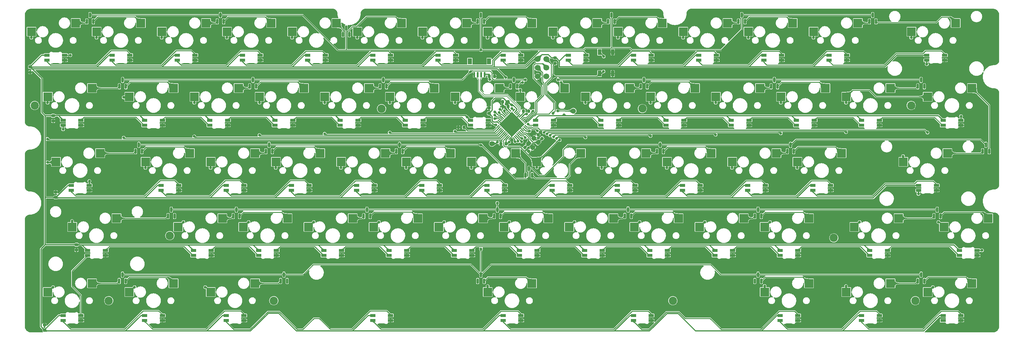
<source format=gbr>
%TF.GenerationSoftware,KiCad,Pcbnew,(6.0.9)*%
%TF.CreationDate,2022-12-17T16:52:12+01:00*%
%TF.ProjectId,pcb-hotswap,7063622d-686f-4747-9377-61702e6b6963,1.0*%
%TF.SameCoordinates,Original*%
%TF.FileFunction,Copper,L2,Bot*%
%TF.FilePolarity,Positive*%
%FSLAX46Y46*%
G04 Gerber Fmt 4.6, Leading zero omitted, Abs format (unit mm)*
G04 Created by KiCad (PCBNEW (6.0.9)) date 2022-12-17 16:52:12*
%MOMM*%
%LPD*%
G01*
G04 APERTURE LIST*
G04 Aperture macros list*
%AMRoundRect*
0 Rectangle with rounded corners*
0 $1 Rounding radius*
0 $2 $3 $4 $5 $6 $7 $8 $9 X,Y pos of 4 corners*
0 Add a 4 corners polygon primitive as box body*
4,1,4,$2,$3,$4,$5,$6,$7,$8,$9,$2,$3,0*
0 Add four circle primitives for the rounded corners*
1,1,$1+$1,$2,$3*
1,1,$1+$1,$4,$5*
1,1,$1+$1,$6,$7*
1,1,$1+$1,$8,$9*
0 Add four rect primitives between the rounded corners*
20,1,$1+$1,$2,$3,$4,$5,0*
20,1,$1+$1,$4,$5,$6,$7,0*
20,1,$1+$1,$6,$7,$8,$9,0*
20,1,$1+$1,$8,$9,$2,$3,0*%
%AMRotRect*
0 Rectangle, with rotation*
0 The origin of the aperture is its center*
0 $1 length*
0 $2 width*
0 $3 Rotation angle, in degrees counterclockwise*
0 Add horizontal line*
21,1,$1,$2,0,0,$3*%
G04 Aperture macros list end*
%TA.AperFunction,SMDPad,CuDef*%
%ADD10R,2.550000X2.500000*%
%TD*%
%TA.AperFunction,SMDPad,CuDef*%
%ADD11RoundRect,0.082000X-0.718000X0.328000X-0.718000X-0.328000X0.718000X-0.328000X0.718000X0.328000X0*%
%TD*%
%TA.AperFunction,WasherPad*%
%ADD12C,2.400000*%
%TD*%
%TA.AperFunction,SMDPad,CuDef*%
%ADD13C,1.500000*%
%TD*%
%TA.AperFunction,SMDPad,CuDef*%
%ADD14RoundRect,0.225000X-0.250000X0.225000X-0.250000X-0.225000X0.250000X-0.225000X0.250000X0.225000X0*%
%TD*%
%TA.AperFunction,SMDPad,CuDef*%
%ADD15R,1.000000X1.700000*%
%TD*%
%TA.AperFunction,SMDPad,CuDef*%
%ADD16RoundRect,0.150000X0.150000X-0.587500X0.150000X0.587500X-0.150000X0.587500X-0.150000X-0.587500X0*%
%TD*%
%TA.AperFunction,SMDPad,CuDef*%
%ADD17RoundRect,0.225000X-0.225000X-0.250000X0.225000X-0.250000X0.225000X0.250000X-0.225000X0.250000X0*%
%TD*%
%TA.AperFunction,SMDPad,CuDef*%
%ADD18RoundRect,0.225000X-0.335876X-0.017678X-0.017678X-0.335876X0.335876X0.017678X0.017678X0.335876X0*%
%TD*%
%TA.AperFunction,SMDPad,CuDef*%
%ADD19RoundRect,0.225000X0.250000X-0.225000X0.250000X0.225000X-0.250000X0.225000X-0.250000X-0.225000X0*%
%TD*%
%TA.AperFunction,SMDPad,CuDef*%
%ADD20RoundRect,0.200000X-0.200000X-0.275000X0.200000X-0.275000X0.200000X0.275000X-0.200000X0.275000X0*%
%TD*%
%TA.AperFunction,SMDPad,CuDef*%
%ADD21RoundRect,0.062500X0.291682X0.380070X-0.380070X-0.291682X-0.291682X-0.380070X0.380070X0.291682X0*%
%TD*%
%TA.AperFunction,SMDPad,CuDef*%
%ADD22RoundRect,0.062500X-0.291682X0.380070X-0.380070X0.291682X0.291682X-0.380070X0.380070X-0.291682X0*%
%TD*%
%TA.AperFunction,ComponentPad*%
%ADD23C,0.500000*%
%TD*%
%TA.AperFunction,SMDPad,CuDef*%
%ADD24RotRect,5.200000X5.200000X225.000000*%
%TD*%
%TA.AperFunction,SMDPad,CuDef*%
%ADD25RoundRect,0.225000X0.225000X0.250000X-0.225000X0.250000X-0.225000X-0.250000X0.225000X-0.250000X0*%
%TD*%
%TA.AperFunction,SMDPad,CuDef*%
%ADD26RoundRect,0.200000X0.275000X-0.200000X0.275000X0.200000X-0.275000X0.200000X-0.275000X-0.200000X0*%
%TD*%
%TA.AperFunction,SMDPad,CuDef*%
%ADD27RoundRect,0.225000X0.335876X0.017678X0.017678X0.335876X-0.335876X-0.017678X-0.017678X-0.335876X0*%
%TD*%
%TA.AperFunction,SMDPad,CuDef*%
%ADD28RoundRect,0.300000X0.070711X0.494975X-0.494975X-0.070711X-0.070711X-0.494975X0.494975X0.070711X0*%
%TD*%
%TA.AperFunction,ComponentPad*%
%ADD29C,1.700000*%
%TD*%
%TA.AperFunction,SMDPad,CuDef*%
%ADD30R,1.200000X1.800000*%
%TD*%
%TA.AperFunction,SMDPad,CuDef*%
%ADD31R,0.600000X1.550000*%
%TD*%
%TA.AperFunction,ViaPad*%
%ADD32C,0.800000*%
%TD*%
%TA.AperFunction,Conductor*%
%ADD33C,0.250000*%
%TD*%
%TA.AperFunction,Conductor*%
%ADD34C,0.350000*%
%TD*%
%TA.AperFunction,Conductor*%
%ADD35C,0.200000*%
%TD*%
G04 APERTURE END LIST*
D10*
%TO.P,MX11,1,COL*%
%TO.N,C10*%
X269140000Y-87947500D03*
%TO.P,MX11,2,ROW*%
%TO.N,Net-(D69-Pad2)*%
X282067000Y-85407500D03*
%TD*%
D11*
%TO.P,D39,1,VDD*%
%TO.N,VCC*%
X287912500Y-132917499D03*
%TO.P,D39,2,DOUT*%
%TO.N,Net-(D39-Pad2)*%
X287912500Y-134417499D03*
%TO.P,D39,3,VSS*%
%TO.N,GND*%
X293112500Y-134417499D03*
%TO.P,D39,4,DIN*%
%TO.N,Net-(D38-Pad2)*%
X293112500Y-132917499D03*
%TD*%
%TO.P,D3,1,VDD*%
%TO.N,VCC*%
X121225000Y-94817499D03*
%TO.P,D3,2,DOUT*%
%TO.N,Net-(D3-Pad2)*%
X121225000Y-96317499D03*
%TO.P,D3,3,VSS*%
%TO.N,GND*%
X126425000Y-96317499D03*
%TO.P,D3,4,DIN*%
%TO.N,Net-(D2-Pad2)*%
X126425000Y-94817499D03*
%TD*%
%TO.P,D12,1,VDD*%
%TO.N,VCC*%
X292675000Y-94817499D03*
%TO.P,D12,2,DOUT*%
%TO.N,Net-(D12-Pad2)*%
X292675000Y-96317499D03*
%TO.P,D12,3,VSS*%
%TO.N,GND*%
X297875000Y-96317499D03*
%TO.P,D12,4,DIN*%
%TO.N,Net-(D11-Pad2)*%
X297875000Y-94817499D03*
%TD*%
%TO.P,D60,1,VDD*%
%TO.N,VCC*%
X254575000Y-171017499D03*
%TO.P,D60,2,DOUT*%
%TO.N,Net-(D60-Pad2)*%
X254575000Y-172517499D03*
%TO.P,D60,3,VSS*%
%TO.N,GND*%
X259775000Y-172517499D03*
%TO.P,D60,4,DIN*%
%TO.N,Net-(D59-Pad2)*%
X259775000Y-171017499D03*
%TD*%
D10*
%TO.P,MX60,1,COL*%
%TO.N,C12*%
X316765000Y-164147500D03*
%TO.P,MX60,2,ROW*%
%TO.N,Net-(D96-Pad2)*%
X329692000Y-161607500D03*
%TD*%
%TO.P,MX56,1,COL*%
%TO.N,C1*%
X107215000Y-164147500D03*
%TO.P,MX56,2,ROW*%
%TO.N,Net-(D92-Pad1)*%
X120142000Y-161607500D03*
%TD*%
%TO.P,MX13,1,COL*%
%TO.N,C12*%
X307240000Y-87947500D03*
%TO.P,MX13,2,ROW*%
%TO.N,Net-(D70-Pad2)*%
X320167000Y-85407500D03*
%TD*%
D11*
%TO.P,D35,1,VDD*%
%TO.N,VCC*%
X211712500Y-132917499D03*
%TO.P,D35,2,DOUT*%
%TO.N,Net-(D35-Pad2)*%
X211712500Y-134417499D03*
%TO.P,D35,3,VSS*%
%TO.N,GND*%
X216912500Y-134417499D03*
%TO.P,D35,4,DIN*%
%TO.N,Net-(D34-Pad2)*%
X216912500Y-132917499D03*
%TD*%
D10*
%TO.P,MX58,1,COL*%
%TO.N,C7*%
X211990000Y-164147500D03*
%TO.P,MX58,2,ROW*%
%TO.N,Net-(D94-Pad1)*%
X224917000Y-161607500D03*
%TD*%
%TO.P,MX26,1,COL*%
%TO.N,C11*%
X297715000Y-106997500D03*
%TO.P,MX26,2,ROW*%
%TO.N,Net-(D76-Pad1)*%
X310642000Y-104457500D03*
%TD*%
D11*
%TO.P,D46,1,VDD*%
%TO.N,VCC*%
X183137500Y-151967499D03*
%TO.P,D46,2,DOUT*%
%TO.N,Net-(D45-Pad4)*%
X183137500Y-153467499D03*
%TO.P,D46,3,VSS*%
%TO.N,GND*%
X188337500Y-153467499D03*
%TO.P,D46,4,DIN*%
%TO.N,Net-(D46-Pad4)*%
X188337500Y-151967499D03*
%TD*%
%TO.P,D63,1,VDD*%
%TO.N,VCC*%
X345062500Y-171017499D03*
%TO.P,D63,2,DOUT*%
%TO.N,unconnected-(D63-Pad2)*%
X345062500Y-172517499D03*
%TO.P,D63,3,VSS*%
%TO.N,GND*%
X350262500Y-172517499D03*
%TO.P,D63,4,DIN*%
%TO.N,Net-(D62-Pad2)*%
X350262500Y-171017499D03*
%TD*%
D10*
%TO.P,MX47,1,COL*%
%TO.N,C6*%
X197702500Y-145097500D03*
%TO.P,MX47,2,ROW*%
%TO.N,Net-(D88-Pad2)*%
X210629500Y-142557500D03*
%TD*%
D12*
%TO.P,,*%
%TO.N,*%
X149450000Y-166682000D03*
%TD*%
D11*
%TO.P,D22,1,VDD*%
%TO.N,VCC*%
X226000000Y-113867499D03*
%TO.P,D22,2,DOUT*%
%TO.N,Net-(D21-Pad4)*%
X226000000Y-115367499D03*
%TO.P,D22,3,VSS*%
%TO.N,GND*%
X231200000Y-115367499D03*
%TO.P,D22,4,DIN*%
%TO.N,Net-(D22-Pad4)*%
X231200000Y-113867499D03*
%TD*%
%TO.P,D30,1,VDD*%
%TO.N,VCC*%
X116462500Y-132917499D03*
%TO.P,D30,2,DOUT*%
%TO.N,Net-(D30-Pad2)*%
X116462500Y-134417499D03*
%TO.P,D30,3,VSS*%
%TO.N,GND*%
X121662500Y-134417499D03*
%TO.P,D30,4,DIN*%
%TO.N,Net-(D29-Pad2)*%
X121662500Y-132917499D03*
%TD*%
D10*
%TO.P,MX54,1,COL*%
%TO.N,C13*%
X345340000Y-145097500D03*
%TO.P,MX54,2,ROW*%
%TO.N,Net-(D91-Pad1)*%
X358267000Y-142557500D03*
%TD*%
D12*
%TO.P,,*%
%TO.N,*%
X119065000Y-147635000D03*
%TD*%
D11*
%TO.P,D43,1,VDD*%
%TO.N,VCC*%
X125987500Y-151967499D03*
%TO.P,D43,2,DOUT*%
%TO.N,Net-(D42-Pad4)*%
X125987500Y-153467499D03*
%TO.P,D43,3,VSS*%
%TO.N,GND*%
X131187500Y-153467499D03*
%TO.P,D43,4,DIN*%
%TO.N,Net-(D43-Pad4)*%
X131187500Y-151967499D03*
%TD*%
%TO.P,D51,1,VDD*%
%TO.N,VCC*%
X278387500Y-151967499D03*
%TO.P,D51,2,DOUT*%
%TO.N,Net-(D50-Pad4)*%
X278387500Y-153467499D03*
%TO.P,D51,3,VSS*%
%TO.N,GND*%
X283587500Y-153467499D03*
%TO.P,D51,4,DIN*%
%TO.N,Net-(D51-Pad4)*%
X283587500Y-151967499D03*
%TD*%
%TO.P,D13,1,VDD*%
%TO.N,VCC*%
X311725000Y-94817499D03*
%TO.P,D13,2,DOUT*%
%TO.N,Net-(D13-Pad2)*%
X311725000Y-96317499D03*
%TO.P,D13,3,VSS*%
%TO.N,GND*%
X316925000Y-96317499D03*
%TO.P,D13,4,DIN*%
%TO.N,Net-(D12-Pad2)*%
X316925000Y-94817499D03*
%TD*%
%TO.P,D29,1,VDD*%
%TO.N,VCC*%
X90268750Y-132917499D03*
%TO.P,D29,2,DOUT*%
%TO.N,Net-(D29-Pad2)*%
X90268750Y-134417499D03*
%TO.P,D29,3,VSS*%
%TO.N,GND*%
X95468750Y-134417499D03*
%TO.P,D29,4,DIN*%
%TO.N,Net-(D15-Pad2)*%
X95468750Y-132917499D03*
%TD*%
D10*
%TO.P,MX10,1,COL*%
%TO.N,C9*%
X250090000Y-87947500D03*
%TO.P,MX10,2,ROW*%
%TO.N,Net-(D68-Pad1)*%
X263017000Y-85407500D03*
%TD*%
%TO.P,MX48,1,COL*%
%TO.N,C7*%
X216752500Y-145097500D03*
%TO.P,MX48,2,ROW*%
%TO.N,Net-(D88-Pad1)*%
X229679500Y-142557500D03*
%TD*%
%TO.P,MX55,1,COL*%
%TO.N,C0*%
X83402500Y-164147500D03*
%TO.P,MX55,2,ROW*%
%TO.N,Net-(D92-Pad2)*%
X96329500Y-161607500D03*
%TD*%
%TO.P,MX43,1,COL*%
%TO.N,C2*%
X121502500Y-145097500D03*
%TO.P,MX43,2,ROW*%
%TO.N,Net-(D86-Pad2)*%
X134429500Y-142557500D03*
%TD*%
%TO.P,MX33,1,COL*%
%TO.N,C4*%
X169127500Y-126047500D03*
%TO.P,MX33,2,ROW*%
%TO.N,Net-(D80-Pad2)*%
X182054500Y-123507500D03*
%TD*%
D11*
%TO.P,D6,1,VDD*%
%TO.N,VCC*%
X178375000Y-94817499D03*
%TO.P,D6,2,DOUT*%
%TO.N,Net-(D6-Pad2)*%
X178375000Y-96317499D03*
%TO.P,D6,3,VSS*%
%TO.N,GND*%
X183575000Y-96317499D03*
%TO.P,D6,4,DIN*%
%TO.N,Net-(D5-Pad2)*%
X183575000Y-94817499D03*
%TD*%
D10*
%TO.P,MX24,1,COL*%
%TO.N,C9*%
X259615000Y-106997500D03*
%TO.P,MX24,2,ROW*%
%TO.N,Net-(D75-Pad1)*%
X272542000Y-104457500D03*
%TD*%
%TO.P,MX41,1,COL*%
%TO.N,C13*%
X333433750Y-126047500D03*
%TO.P,MX41,2,ROW*%
%TO.N,Net-(D84-Pad2)*%
X346360750Y-123507500D03*
%TD*%
%TO.P,MX9,1,COL*%
%TO.N,C8*%
X231040000Y-87947500D03*
%TO.P,MX9,2,ROW*%
%TO.N,Net-(D68-Pad2)*%
X243967000Y-85407500D03*
%TD*%
D11*
%TO.P,D2,1,VDD*%
%TO.N,VCC*%
X102175000Y-94817499D03*
%TO.P,D2,2,DOUT*%
%TO.N,Net-(D2-Pad2)*%
X102175000Y-96317499D03*
%TO.P,D2,3,VSS*%
%TO.N,GND*%
X107375000Y-96317499D03*
%TO.P,D2,4,DIN*%
%TO.N,Net-(D1-Pad2)*%
X107375000Y-94817499D03*
%TD*%
%TO.P,D24,1,VDD*%
%TO.N,VCC*%
X264100000Y-113867499D03*
%TO.P,D24,2,DOUT*%
%TO.N,Net-(D23-Pad4)*%
X264100000Y-115367499D03*
%TO.P,D24,3,VSS*%
%TO.N,GND*%
X269300000Y-115367499D03*
%TO.P,D24,4,DIN*%
%TO.N,Net-(D24-Pad4)*%
X269300000Y-113867499D03*
%TD*%
%TO.P,D56,1,VDD*%
%TO.N,VCC*%
X111700000Y-171017499D03*
%TO.P,D56,2,DOUT*%
%TO.N,Net-(D56-Pad2)*%
X111700000Y-172517499D03*
%TO.P,D56,3,VSS*%
%TO.N,GND*%
X116900000Y-172517499D03*
%TO.P,D56,4,DIN*%
%TO.N,Net-(D55-Pad2)*%
X116900000Y-171017499D03*
%TD*%
%TO.P,D41,1,VDD*%
%TO.N,VCC*%
X337918750Y-132917499D03*
%TO.P,D41,2,DOUT*%
%TO.N,Net-(D41-Pad2)*%
X337918750Y-134417499D03*
%TO.P,D41,3,VSS*%
%TO.N,GND*%
X343118750Y-134417499D03*
%TO.P,D41,4,DIN*%
%TO.N,Net-(D40-Pad2)*%
X343118750Y-132917499D03*
%TD*%
D10*
%TO.P,MX30,1,COL*%
%TO.N,C1*%
X111977500Y-126047500D03*
%TO.P,MX30,2,ROW*%
%TO.N,Net-(D78-Pad1)*%
X124904500Y-123507500D03*
%TD*%
D11*
%TO.P,D57,1,VDD*%
%TO.N,VCC*%
X135512500Y-171017499D03*
%TO.P,D57,2,DOUT*%
%TO.N,Net-(D57-Pad2)*%
X135512500Y-172517499D03*
%TO.P,D57,3,VSS*%
%TO.N,GND*%
X140712500Y-172517499D03*
%TO.P,D57,4,DIN*%
%TO.N,Net-(D56-Pad2)*%
X140712500Y-171017499D03*
%TD*%
%TO.P,D11,1,VDD*%
%TO.N,VCC*%
X273625000Y-94817499D03*
%TO.P,D11,2,DOUT*%
%TO.N,Net-(D11-Pad2)*%
X273625000Y-96317499D03*
%TO.P,D11,3,VSS*%
%TO.N,GND*%
X278825000Y-96317499D03*
%TO.P,D11,4,DIN*%
%TO.N,Net-(D10-Pad2)*%
X278825000Y-94817499D03*
%TD*%
D10*
%TO.P,MX50,1,COL*%
%TO.N,C9*%
X254852500Y-145097500D03*
%TO.P,MX50,2,ROW*%
%TO.N,Net-(D89-Pad1)*%
X267779500Y-142557500D03*
%TD*%
D11*
%TO.P,D48,1,VDD*%
%TO.N,VCC*%
X221237500Y-151967499D03*
%TO.P,D48,2,DOUT*%
%TO.N,Net-(D47-Pad4)*%
X221237500Y-153467499D03*
%TO.P,D48,3,VSS*%
%TO.N,GND*%
X226437500Y-153467499D03*
%TO.P,D48,4,DIN*%
%TO.N,Net-(D48-Pad4)*%
X226437500Y-151967499D03*
%TD*%
%TO.P,D38,1,VDD*%
%TO.N,VCC*%
X268862500Y-132917499D03*
%TO.P,D38,2,DOUT*%
%TO.N,Net-(D38-Pad2)*%
X268862500Y-134417499D03*
%TO.P,D38,3,VSS*%
%TO.N,GND*%
X274062500Y-134417499D03*
%TO.P,D38,4,DIN*%
%TO.N,Net-(D37-Pad2)*%
X274062500Y-132917499D03*
%TD*%
D12*
%TO.P,,*%
%TO.N,*%
X336945000Y-166682000D03*
%TD*%
D10*
%TO.P,MX20,1,COL*%
%TO.N,C5*%
X183415000Y-106997500D03*
%TO.P,MX20,2,ROW*%
%TO.N,Net-(D73-Pad1)*%
X196342000Y-104457500D03*
%TD*%
D11*
%TO.P,D14,1,VDD*%
%TO.N,VCC*%
X340300000Y-94817499D03*
%TO.P,D14,2,DOUT*%
%TO.N,Net-(D14-Pad2)*%
X340300000Y-96317499D03*
%TO.P,D14,3,VSS*%
%TO.N,GND*%
X345500000Y-96317499D03*
%TO.P,D14,4,DIN*%
%TO.N,Net-(D13-Pad2)*%
X345500000Y-94817499D03*
%TD*%
D10*
%TO.P,MX25,1,COL*%
%TO.N,C10*%
X278665000Y-106997500D03*
%TO.P,MX25,2,ROW*%
%TO.N,Net-(D76-Pad2)*%
X291592000Y-104457500D03*
%TD*%
%TO.P,MX2,1,COL*%
%TO.N,C1*%
X97690000Y-87947500D03*
%TO.P,MX2,2,ROW*%
%TO.N,Net-(D64-Pad1)*%
X110617000Y-85407500D03*
%TD*%
%TO.P,MX34,1,COL*%
%TO.N,C5*%
X188177500Y-126047500D03*
%TO.P,MX34,2,ROW*%
%TO.N,Net-(D80-Pad1)*%
X201104500Y-123507500D03*
%TD*%
%TO.P,MX3,1,COL*%
%TO.N,C2*%
X116740000Y-87947500D03*
%TO.P,MX3,2,ROW*%
%TO.N,Net-(D65-Pad2)*%
X129667000Y-85407500D03*
%TD*%
D11*
%TO.P,D21,1,VDD*%
%TO.N,VCC*%
X206950000Y-113867499D03*
%TO.P,D21,2,DOUT*%
%TO.N,Net-(D20-Pad4)*%
X206950000Y-115367499D03*
%TO.P,D21,3,VSS*%
%TO.N,GND*%
X212150000Y-115367499D03*
%TO.P,D21,4,DIN*%
%TO.N,Net-(D21-Pad4)*%
X212150000Y-113867499D03*
%TD*%
%TO.P,D58,1,VDD*%
%TO.N,VCC*%
X178375000Y-171017499D03*
%TO.P,D58,2,DOUT*%
%TO.N,Net-(D58-Pad2)*%
X178375000Y-172517499D03*
%TO.P,D58,3,VSS*%
%TO.N,GND*%
X183575000Y-172517499D03*
%TO.P,D58,4,DIN*%
%TO.N,Net-(D57-Pad2)*%
X183575000Y-171017499D03*
%TD*%
%TO.P,D62,1,VDD*%
%TO.N,VCC*%
X321250000Y-171017499D03*
%TO.P,D62,2,DOUT*%
%TO.N,Net-(D62-Pad2)*%
X321250000Y-172517499D03*
%TO.P,D62,3,VSS*%
%TO.N,GND*%
X326450000Y-172517499D03*
%TO.P,D62,4,DIN*%
%TO.N,Net-(D61-Pad2)*%
X326450000Y-171017499D03*
%TD*%
D10*
%TO.P,MX53,1,COL*%
%TO.N,C12*%
X319146250Y-145097500D03*
%TO.P,MX53,2,ROW*%
%TO.N,Net-(D91-Pad2)*%
X332073250Y-142557500D03*
%TD*%
%TO.P,MX21,1,COL*%
%TO.N,C6*%
X202465000Y-106997500D03*
%TO.P,MX21,2,ROW*%
%TO.N,Net-(D74-Pad2)*%
X215392000Y-104457500D03*
%TD*%
%TO.P,MX31,1,COL*%
%TO.N,C2*%
X131027500Y-126047500D03*
%TO.P,MX31,2,ROW*%
%TO.N,Net-(D79-Pad2)*%
X143954500Y-123507500D03*
%TD*%
%TO.P,MX7,1,COL*%
%TO.N,C6*%
X192940000Y-87947500D03*
%TO.P,MX7,2,ROW*%
%TO.N,Net-(D67-Pad2)*%
X205867000Y-85407500D03*
%TD*%
D11*
%TO.P,D16,1,VDD*%
%TO.N,VCC*%
X111700000Y-113867499D03*
%TO.P,D16,2,DOUT*%
%TO.N,Net-(D15-Pad4)*%
X111700000Y-115367499D03*
%TO.P,D16,3,VSS*%
%TO.N,GND*%
X116900000Y-115367499D03*
%TO.P,D16,4,DIN*%
%TO.N,Net-(D16-Pad4)*%
X116900000Y-113867499D03*
%TD*%
D10*
%TO.P,MX15,1,COL*%
%TO.N,C0*%
X83402500Y-106997500D03*
%TO.P,MX15,2,ROW*%
%TO.N,Net-(D71-Pad2)*%
X96329500Y-104457500D03*
%TD*%
D11*
%TO.P,D45,1,VDD*%
%TO.N,VCC*%
X164087500Y-151967499D03*
%TO.P,D45,2,DOUT*%
%TO.N,Net-(D44-Pad4)*%
X164087500Y-153467499D03*
%TO.P,D45,3,VSS*%
%TO.N,GND*%
X169287500Y-153467499D03*
%TO.P,D45,4,DIN*%
%TO.N,Net-(D45-Pad4)*%
X169287500Y-151967499D03*
%TD*%
D10*
%TO.P,MX38,1,COL*%
%TO.N,C9*%
X264377500Y-126047500D03*
%TO.P,MX38,2,ROW*%
%TO.N,Net-(D82-Pad1)*%
X277304500Y-123507500D03*
%TD*%
D12*
%TO.P,,*%
%TO.N,*%
X313130000Y-148295000D03*
%TD*%
D10*
%TO.P,MX42,1,COL*%
%TO.N,C0*%
X90546250Y-145097500D03*
%TO.P,MX42,2,ROW*%
%TO.N,Net-(D85-Pad2)*%
X103473250Y-142557500D03*
%TD*%
D11*
%TO.P,D61,1,VDD*%
%TO.N,VCC*%
X297437500Y-171017499D03*
%TO.P,D61,2,DOUT*%
%TO.N,Net-(D61-Pad2)*%
X297437500Y-172517499D03*
%TO.P,D61,3,VSS*%
%TO.N,GND*%
X302637500Y-172517499D03*
%TO.P,D61,4,DIN*%
%TO.N,Net-(D60-Pad2)*%
X302637500Y-171017499D03*
%TD*%
D10*
%TO.P,MX52,1,COL*%
%TO.N,C11*%
X292952500Y-145097500D03*
%TO.P,MX52,2,ROW*%
%TO.N,Net-(D90-Pad1)*%
X305879500Y-142557500D03*
%TD*%
D11*
%TO.P,D19,1,VDD*%
%TO.N,VCC*%
X168850000Y-113867499D03*
%TO.P,D19,2,DOUT*%
%TO.N,Net-(D18-Pad4)*%
X168850000Y-115367499D03*
%TO.P,D19,3,VSS*%
%TO.N,GND*%
X174050000Y-115367499D03*
%TO.P,D19,4,DIN*%
%TO.N,Net-(D19-Pad4)*%
X174050000Y-113867499D03*
%TD*%
%TO.P,D27,1,VDD*%
%TO.N,VCC*%
X321250000Y-113867499D03*
%TO.P,D27,2,DOUT*%
%TO.N,Net-(D26-Pad4)*%
X321250000Y-115367499D03*
%TO.P,D27,3,VSS*%
%TO.N,GND*%
X326450000Y-115367499D03*
%TO.P,D27,4,DIN*%
%TO.N,Net-(D27-Pad4)*%
X326450000Y-113867499D03*
%TD*%
D10*
%TO.P,MX35,1,COL*%
%TO.N,C6*%
X207227500Y-126047500D03*
%TO.P,MX35,2,ROW*%
%TO.N,Net-(D81-Pad2)*%
X220154500Y-123507500D03*
%TD*%
D11*
%TO.P,D55,1,VDD*%
%TO.N,VCC*%
X87887500Y-171017499D03*
%TO.P,D55,2,DOUT*%
%TO.N,Net-(D55-Pad2)*%
X87887500Y-172517499D03*
%TO.P,D55,3,VSS*%
%TO.N,GND*%
X93087500Y-172517499D03*
%TO.P,D55,4,DIN*%
%TO.N,Net-(D42-Pad2)*%
X93087500Y-171017499D03*
%TD*%
%TO.P,D54,1,VDD*%
%TO.N,VCC*%
X349825000Y-151967499D03*
%TO.P,D54,2,DOUT*%
%TO.N,Net-(D53-Pad4)*%
X349825000Y-153467499D03*
%TO.P,D54,3,VSS*%
%TO.N,GND*%
X355025000Y-153467499D03*
%TO.P,D54,4,DIN*%
%TO.N,Net-(D41-Pad2)*%
X355025000Y-151967499D03*
%TD*%
D10*
%TO.P,MX46,1,COL*%
%TO.N,C5*%
X178652500Y-145097500D03*
%TO.P,MX46,2,ROW*%
%TO.N,Net-(D87-Pad1)*%
X191579500Y-142557500D03*
%TD*%
%TO.P,MX29,1,COL*%
%TO.N,C0*%
X85783750Y-126047500D03*
%TO.P,MX29,2,ROW*%
%TO.N,Net-(D78-Pad2)*%
X98710750Y-123507500D03*
%TD*%
D11*
%TO.P,D47,1,VDD*%
%TO.N,VCC*%
X202187500Y-151967499D03*
%TO.P,D47,2,DOUT*%
%TO.N,Net-(D46-Pad4)*%
X202187500Y-153467499D03*
%TO.P,D47,3,VSS*%
%TO.N,GND*%
X207387500Y-153467499D03*
%TO.P,D47,4,DIN*%
%TO.N,Net-(D47-Pad4)*%
X207387500Y-151967499D03*
%TD*%
D10*
%TO.P,MX8,1,COL*%
%TO.N,C7*%
X211990000Y-87947500D03*
%TO.P,MX8,2,ROW*%
%TO.N,Net-(D67-Pad1)*%
X224917000Y-85407500D03*
%TD*%
D11*
%TO.P,D7,1,VDD*%
%TO.N,VCC*%
X197425000Y-94817499D03*
%TO.P,D7,2,DOUT*%
%TO.N,Net-(D7-Pad2)*%
X197425000Y-96317499D03*
%TO.P,D7,3,VSS*%
%TO.N,GND*%
X202625000Y-96317499D03*
%TO.P,D7,4,DIN*%
%TO.N,Net-(D6-Pad2)*%
X202625000Y-94817499D03*
%TD*%
D10*
%TO.P,MX61,1,COL*%
%TO.N,C13*%
X340577500Y-164147500D03*
%TO.P,MX61,2,ROW*%
%TO.N,Net-(D96-Pad1)*%
X353504500Y-161607500D03*
%TD*%
D11*
%TO.P,D49,1,VDD*%
%TO.N,VCC*%
X240287500Y-151967499D03*
%TO.P,D49,2,DOUT*%
%TO.N,Net-(D48-Pad4)*%
X240287500Y-153467499D03*
%TO.P,D49,3,VSS*%
%TO.N,GND*%
X245487500Y-153467499D03*
%TO.P,D49,4,DIN*%
%TO.N,Net-(D49-Pad4)*%
X245487500Y-151967499D03*
%TD*%
%TO.P,D26,1,VDD*%
%TO.N,VCC*%
X302200000Y-113867499D03*
%TO.P,D26,2,DOUT*%
%TO.N,Net-(D25-Pad4)*%
X302200000Y-115367499D03*
%TO.P,D26,3,VSS*%
%TO.N,GND*%
X307400000Y-115367499D03*
%TO.P,D26,4,DIN*%
%TO.N,Net-(D26-Pad4)*%
X307400000Y-113867499D03*
%TD*%
%TO.P,D53,1,VDD*%
%TO.N,VCC*%
X323631250Y-151967499D03*
%TO.P,D53,2,DOUT*%
%TO.N,Net-(D52-Pad4)*%
X323631250Y-153467499D03*
%TO.P,D53,3,VSS*%
%TO.N,GND*%
X328831250Y-153467499D03*
%TO.P,D53,4,DIN*%
%TO.N,Net-(D53-Pad4)*%
X328831250Y-151967499D03*
%TD*%
%TO.P,D34,1,VDD*%
%TO.N,VCC*%
X192662500Y-132917499D03*
%TO.P,D34,2,DOUT*%
%TO.N,Net-(D34-Pad2)*%
X192662500Y-134417499D03*
%TO.P,D34,3,VSS*%
%TO.N,GND*%
X197862500Y-134417499D03*
%TO.P,D34,4,DIN*%
%TO.N,Net-(D33-Pad2)*%
X197862500Y-132917499D03*
%TD*%
%TO.P,D5,1,VDD*%
%TO.N,VCC*%
X159325000Y-94817499D03*
%TO.P,D5,2,DOUT*%
%TO.N,Net-(D5-Pad2)*%
X159325000Y-96317499D03*
%TO.P,D5,3,VSS*%
%TO.N,GND*%
X164525000Y-96317499D03*
%TO.P,D5,4,DIN*%
%TO.N,Net-(D4-Pad2)*%
X164525000Y-94817499D03*
%TD*%
D10*
%TO.P,MX16,1,COL*%
%TO.N,C1*%
X107215000Y-106997500D03*
%TO.P,MX16,2,ROW*%
%TO.N,Net-(D71-Pad1)*%
X120142000Y-104457500D03*
%TD*%
D11*
%TO.P,D18,1,VDD*%
%TO.N,VCC*%
X149800000Y-113867499D03*
%TO.P,D18,2,DOUT*%
%TO.N,Net-(D17-Pad4)*%
X149800000Y-115367499D03*
%TO.P,D18,3,VSS*%
%TO.N,GND*%
X155000000Y-115367499D03*
%TO.P,D18,4,DIN*%
%TO.N,Net-(D18-Pad4)*%
X155000000Y-113867499D03*
%TD*%
D10*
%TO.P,MX57,1,COL*%
%TO.N,C2*%
X131027500Y-164147500D03*
%TO.P,MX57,2,ROW*%
%TO.N,Net-(D93-Pad2)*%
X143954500Y-161607500D03*
%TD*%
%TO.P,MX37,1,COL*%
%TO.N,C8*%
X245327500Y-126047500D03*
%TO.P,MX37,2,ROW*%
%TO.N,Net-(D82-Pad2)*%
X258254500Y-123507500D03*
%TD*%
D11*
%TO.P,D8,1,VDD*%
%TO.N,VCC*%
X216475000Y-94817499D03*
%TO.P,D8,2,DOUT*%
%TO.N,Net-(D8-Pad2)*%
X216475000Y-96317499D03*
%TO.P,D8,3,VSS*%
%TO.N,GND*%
X221675000Y-96317499D03*
%TO.P,D8,4,DIN*%
%TO.N,Net-(D7-Pad2)*%
X221675000Y-94817499D03*
%TD*%
%TO.P,D50,1,VDD*%
%TO.N,VCC*%
X259337500Y-151967499D03*
%TO.P,D50,2,DOUT*%
%TO.N,Net-(D49-Pad4)*%
X259337500Y-153467499D03*
%TO.P,D50,3,VSS*%
%TO.N,GND*%
X264537500Y-153467499D03*
%TO.P,D50,4,DIN*%
%TO.N,Net-(D50-Pad4)*%
X264537500Y-151967499D03*
%TD*%
D10*
%TO.P,MX5,1,COL*%
%TO.N,C4*%
X154840000Y-87947500D03*
%TO.P,MX5,2,ROW*%
%TO.N,Net-(D66-Pad2)*%
X167767000Y-85407500D03*
%TD*%
D11*
%TO.P,D33,1,VDD*%
%TO.N,VCC*%
X173612500Y-132917499D03*
%TO.P,D33,2,DOUT*%
%TO.N,Net-(D33-Pad2)*%
X173612500Y-134417499D03*
%TO.P,D33,3,VSS*%
%TO.N,GND*%
X178812500Y-134417499D03*
%TO.P,D33,4,DIN*%
%TO.N,Net-(D32-Pad2)*%
X178812500Y-132917499D03*
%TD*%
D12*
%TO.P,,*%
%TO.N,*%
X335755000Y-109531000D03*
%TD*%
D11*
%TO.P,D42,1,VDD*%
%TO.N,VCC*%
X95031250Y-151967499D03*
%TO.P,D42,2,DOUT*%
%TO.N,Net-(D42-Pad2)*%
X95031250Y-153467499D03*
%TO.P,D42,3,VSS*%
%TO.N,GND*%
X100231250Y-153467499D03*
%TO.P,D42,4,DIN*%
%TO.N,Net-(D42-Pad4)*%
X100231250Y-151967499D03*
%TD*%
%TO.P,D32,1,VDD*%
%TO.N,VCC*%
X154562500Y-132917499D03*
%TO.P,D32,2,DOUT*%
%TO.N,Net-(D32-Pad2)*%
X154562500Y-134417499D03*
%TO.P,D32,3,VSS*%
%TO.N,GND*%
X159762500Y-134417499D03*
%TO.P,D32,4,DIN*%
%TO.N,Net-(D31-Pad2)*%
X159762500Y-132917499D03*
%TD*%
D10*
%TO.P,MX1,1,COL*%
%TO.N,C0*%
X78640000Y-87947500D03*
%TO.P,MX1,2,ROW*%
%TO.N,Net-(D64-Pad2)*%
X91567000Y-85407500D03*
%TD*%
%TO.P,MX23,1,COL*%
%TO.N,C8*%
X240565000Y-106997500D03*
%TO.P,MX23,2,ROW*%
%TO.N,Net-(D75-Pad2)*%
X253492000Y-104457500D03*
%TD*%
%TO.P,MX19,1,COL*%
%TO.N,C4*%
X164365000Y-106997500D03*
%TO.P,MX19,2,ROW*%
%TO.N,Net-(D73-Pad2)*%
X177292000Y-104457500D03*
%TD*%
%TO.P,MX18,1,COL*%
%TO.N,C3*%
X145315000Y-106997500D03*
%TO.P,MX18,2,ROW*%
%TO.N,Net-(D72-Pad1)*%
X158242000Y-104457500D03*
%TD*%
%TO.P,MX12,1,COL*%
%TO.N,C11*%
X288190000Y-87947500D03*
%TO.P,MX12,2,ROW*%
%TO.N,Net-(D69-Pad1)*%
X301117000Y-85407500D03*
%TD*%
D11*
%TO.P,D36,1,VDD*%
%TO.N,VCC*%
X230762500Y-132917499D03*
%TO.P,D36,2,DOUT*%
%TO.N,Net-(D36-Pad2)*%
X230762500Y-134417499D03*
%TO.P,D36,3,VSS*%
%TO.N,GND*%
X235962500Y-134417499D03*
%TO.P,D36,4,DIN*%
%TO.N,Net-(D35-Pad2)*%
X235962500Y-132917499D03*
%TD*%
D10*
%TO.P,MX51,1,COL*%
%TO.N,C10*%
X273902500Y-145097500D03*
%TO.P,MX51,2,ROW*%
%TO.N,Net-(D90-Pad2)*%
X286829500Y-142557500D03*
%TD*%
%TO.P,MX44,1,COL*%
%TO.N,C3*%
X140552500Y-145097500D03*
%TO.P,MX44,2,ROW*%
%TO.N,Net-(D86-Pad1)*%
X153479500Y-142557500D03*
%TD*%
D11*
%TO.P,D20,1,VDD*%
%TO.N,VCC*%
X187900000Y-113867499D03*
%TO.P,D20,2,DOUT*%
%TO.N,Net-(D19-Pad4)*%
X187900000Y-115367499D03*
%TO.P,D20,3,VSS*%
%TO.N,GND*%
X193100000Y-115367499D03*
%TO.P,D20,4,DIN*%
%TO.N,Net-(D20-Pad4)*%
X193100000Y-113867499D03*
%TD*%
D12*
%TO.P,,*%
%TO.N,*%
X101207000Y-166686000D03*
%TD*%
D11*
%TO.P,D23,1,VDD*%
%TO.N,VCC*%
X245050000Y-113867499D03*
%TO.P,D23,2,DOUT*%
%TO.N,Net-(D22-Pad4)*%
X245050000Y-115367499D03*
%TO.P,D23,3,VSS*%
%TO.N,GND*%
X250250000Y-115367499D03*
%TO.P,D23,4,DIN*%
%TO.N,Net-(D23-Pad4)*%
X250250000Y-113867499D03*
%TD*%
D10*
%TO.P,MX22,1,COL*%
%TO.N,C7*%
X221515000Y-106997500D03*
%TO.P,MX22,2,ROW*%
%TO.N,Net-(D74-Pad1)*%
X234442000Y-104457500D03*
%TD*%
D11*
%TO.P,D31,1,VDD*%
%TO.N,VCC*%
X135512500Y-132917499D03*
%TO.P,D31,2,DOUT*%
%TO.N,Net-(D31-Pad2)*%
X135512500Y-134417499D03*
%TO.P,D31,3,VSS*%
%TO.N,GND*%
X140712500Y-134417499D03*
%TO.P,D31,4,DIN*%
%TO.N,Net-(D30-Pad2)*%
X140712500Y-132917499D03*
%TD*%
D12*
%TO.P,,*%
%TO.N,*%
X79575000Y-109536000D03*
%TD*%
D11*
%TO.P,D59,1,VDD*%
%TO.N,VCC*%
X216475000Y-171017499D03*
%TO.P,D59,2,DOUT*%
%TO.N,Net-(D59-Pad2)*%
X216475000Y-172517499D03*
%TO.P,D59,3,VSS*%
%TO.N,GND*%
X221675000Y-172517499D03*
%TO.P,D59,4,DIN*%
%TO.N,Net-(D58-Pad2)*%
X221675000Y-171017499D03*
%TD*%
D10*
%TO.P,MX49,1,COL*%
%TO.N,C8*%
X235802500Y-145097500D03*
%TO.P,MX49,2,ROW*%
%TO.N,Net-(D89-Pad2)*%
X248729500Y-142557500D03*
%TD*%
D11*
%TO.P,D4,1,VDD*%
%TO.N,VCC*%
X140275000Y-94817499D03*
%TO.P,D4,2,DOUT*%
%TO.N,Net-(D4-Pad2)*%
X140275000Y-96317499D03*
%TO.P,D4,3,VSS*%
%TO.N,GND*%
X145475000Y-96317499D03*
%TO.P,D4,4,DIN*%
%TO.N,Net-(D3-Pad2)*%
X145475000Y-94817499D03*
%TD*%
D10*
%TO.P,MX27,1,COL*%
%TO.N,C12*%
X316765000Y-106997500D03*
%TO.P,MX27,2,ROW*%
%TO.N,Net-(D77-Pad2)*%
X329692000Y-104457500D03*
%TD*%
D11*
%TO.P,D25,1,VDD*%
%TO.N,VCC*%
X283150000Y-113867499D03*
%TO.P,D25,2,DOUT*%
%TO.N,Net-(D24-Pad4)*%
X283150000Y-115367499D03*
%TO.P,D25,3,VSS*%
%TO.N,GND*%
X288350000Y-115367499D03*
%TO.P,D25,4,DIN*%
%TO.N,Net-(D25-Pad4)*%
X288350000Y-113867499D03*
%TD*%
%TO.P,D17,1,VDD*%
%TO.N,VCC*%
X130750000Y-113867499D03*
%TO.P,D17,2,DOUT*%
%TO.N,Net-(D16-Pad4)*%
X130750000Y-115367499D03*
%TO.P,D17,3,VSS*%
%TO.N,GND*%
X135950000Y-115367499D03*
%TO.P,D17,4,DIN*%
%TO.N,Net-(D17-Pad4)*%
X135950000Y-113867499D03*
%TD*%
D12*
%TO.P,,*%
%TO.N,*%
X180947000Y-110469000D03*
%TD*%
D10*
%TO.P,MX39,1,COL*%
%TO.N,C10*%
X283427500Y-126047500D03*
%TO.P,MX39,2,ROW*%
%TO.N,Net-(D83-Pad2)*%
X296354500Y-123507500D03*
%TD*%
%TO.P,MX28,1,COL*%
%TO.N,C12*%
X340577500Y-106997500D03*
%TO.P,MX28,2,ROW*%
%TO.N,Net-(D84-Pad1)*%
X353504500Y-104457500D03*
%TD*%
D12*
%TO.P,,*%
%TO.N,*%
X257182000Y-110453000D03*
%TD*%
D11*
%TO.P,D40,1,VDD*%
%TO.N,VCC*%
X306962500Y-132917499D03*
%TO.P,D40,2,DOUT*%
%TO.N,Net-(D40-Pad2)*%
X306962500Y-134417499D03*
%TO.P,D40,3,VSS*%
%TO.N,GND*%
X312162500Y-134417499D03*
%TO.P,D40,4,DIN*%
%TO.N,Net-(D39-Pad2)*%
X312162500Y-132917499D03*
%TD*%
%TO.P,D28,1,VDD*%
%TO.N,VCC*%
X345062500Y-113867499D03*
%TO.P,D28,2,DOUT*%
%TO.N,Net-(D27-Pad4)*%
X345062500Y-115367499D03*
%TO.P,D28,3,VSS*%
%TO.N,GND*%
X350262500Y-115367499D03*
%TO.P,D28,4,DIN*%
%TO.N,Net-(D14-Pad2)*%
X350262500Y-113867499D03*
%TD*%
%TO.P,D52,1,VDD*%
%TO.N,VCC*%
X297437500Y-151967499D03*
%TO.P,D52,2,DOUT*%
%TO.N,Net-(D51-Pad4)*%
X297437500Y-153467499D03*
%TO.P,D52,3,VSS*%
%TO.N,GND*%
X302637500Y-153467499D03*
%TO.P,D52,4,DIN*%
%TO.N,Net-(D52-Pad4)*%
X302637500Y-151967499D03*
%TD*%
D10*
%TO.P,MX40,1,COL*%
%TO.N,C11*%
X302477500Y-126047500D03*
%TO.P,MX40,2,ROW*%
%TO.N,Net-(D83-Pad1)*%
X315404500Y-123507500D03*
%TD*%
%TO.P,MX14,1,COL*%
%TO.N,C13*%
X335815000Y-87947500D03*
%TO.P,MX14,2,ROW*%
%TO.N,Net-(D70-Pad1)*%
X348742000Y-85407500D03*
%TD*%
D11*
%TO.P,D37,1,VDD*%
%TO.N,VCC*%
X249812500Y-132917499D03*
%TO.P,D37,2,DOUT*%
%TO.N,Net-(D37-Pad2)*%
X249812500Y-134417499D03*
%TO.P,D37,3,VSS*%
%TO.N,GND*%
X255012500Y-134417499D03*
%TO.P,D37,4,DIN*%
%TO.N,Net-(D36-Pad2)*%
X255012500Y-132917499D03*
%TD*%
%TO.P,D1,1,VDD*%
%TO.N,VCC*%
X83125000Y-94817499D03*
%TO.P,D1,2,DOUT*%
%TO.N,Net-(D1-Pad2)*%
X83125000Y-96317499D03*
%TO.P,D1,3,VSS*%
%TO.N,GND*%
X88325000Y-96317499D03*
%TO.P,D1,4,DIN*%
%TO.N,/RGB*%
X88325000Y-94817499D03*
%TD*%
D10*
%TO.P,MX59,1,COL*%
%TO.N,C11*%
X292952500Y-164147500D03*
%TO.P,MX59,2,ROW*%
%TO.N,Net-(D95-Pad1)*%
X305879500Y-161607500D03*
%TD*%
D11*
%TO.P,D15,1,VDD*%
%TO.N,VCC*%
X87887500Y-113867499D03*
%TO.P,D15,2,DOUT*%
%TO.N,Net-(D15-Pad2)*%
X87887500Y-115367499D03*
%TO.P,D15,3,VSS*%
%TO.N,GND*%
X93087500Y-115367499D03*
%TO.P,D15,4,DIN*%
%TO.N,Net-(D15-Pad4)*%
X93087500Y-113867499D03*
%TD*%
D10*
%TO.P,MX4,1,COL*%
%TO.N,C3*%
X135790000Y-87947500D03*
%TO.P,MX4,2,ROW*%
%TO.N,Net-(D65-Pad1)*%
X148717000Y-85407500D03*
%TD*%
D11*
%TO.P,D10,1,VDD*%
%TO.N,VCC*%
X254575000Y-94817499D03*
%TO.P,D10,2,DOUT*%
%TO.N,Net-(D10-Pad2)*%
X254575000Y-96317499D03*
%TO.P,D10,3,VSS*%
%TO.N,GND*%
X259775000Y-96317499D03*
%TO.P,D10,4,DIN*%
%TO.N,Net-(D10-Pad4)*%
X259775000Y-94817499D03*
%TD*%
D10*
%TO.P,MX6,1,COL*%
%TO.N,C5*%
X173890000Y-87947500D03*
%TO.P,MX6,2,ROW*%
%TO.N,Net-(D66-Pad1)*%
X186817000Y-85407500D03*
%TD*%
D11*
%TO.P,D44,1,VDD*%
%TO.N,VCC*%
X145037500Y-151967499D03*
%TO.P,D44,2,DOUT*%
%TO.N,Net-(D43-Pad4)*%
X145037500Y-153467499D03*
%TO.P,D44,3,VSS*%
%TO.N,GND*%
X150237500Y-153467499D03*
%TO.P,D44,4,DIN*%
%TO.N,Net-(D44-Pad4)*%
X150237500Y-151967499D03*
%TD*%
D12*
%TO.P,,*%
%TO.N,*%
X266094000Y-166681000D03*
%TD*%
D11*
%TO.P,D9,1,VDD*%
%TO.N,VCC*%
X235525000Y-94817499D03*
%TO.P,D9,2,DOUT*%
%TO.N,Net-(D10-Pad4)*%
X235525000Y-96317499D03*
%TO.P,D9,3,VSS*%
%TO.N,GND*%
X240725000Y-96317499D03*
%TO.P,D9,4,DIN*%
%TO.N,Net-(D8-Pad2)*%
X240725000Y-94817499D03*
%TD*%
D10*
%TO.P,MX32,1,COL*%
%TO.N,C3*%
X150077500Y-126047500D03*
%TO.P,MX32,2,ROW*%
%TO.N,Net-(D79-Pad1)*%
X163004500Y-123507500D03*
%TD*%
%TO.P,MX17,1,COL*%
%TO.N,C2*%
X126265000Y-106997500D03*
%TO.P,MX17,2,ROW*%
%TO.N,Net-(D72-Pad2)*%
X139192000Y-104457500D03*
%TD*%
%TO.P,MX45,1,COL*%
%TO.N,C4*%
X159602500Y-145097500D03*
%TO.P,MX45,2,ROW*%
%TO.N,Net-(D87-Pad2)*%
X172529500Y-142557500D03*
%TD*%
%TO.P,MX36,1,COL*%
%TO.N,C7*%
X226277500Y-126047500D03*
%TO.P,MX36,2,ROW*%
%TO.N,Net-(D81-Pad1)*%
X239204500Y-123507500D03*
%TD*%
D13*
%TO.P,PB0,1,1*%
%TO.N,Net-(PB0-Pad1)*%
X237019000Y-111140000D03*
%TD*%
D14*
%TO.P,C12,1*%
%TO.N,VCC*%
X84980000Y-112535000D03*
%TO.P,C12,2*%
%TO.N,GND*%
X84980000Y-114085000D03*
%TD*%
D15*
%TO.P,SW1,1,1*%
%TO.N,GND*%
X248480000Y-93910000D03*
X248480000Y-100210000D03*
%TO.P,SW1,2,2*%
%TO.N,RST*%
X244680000Y-93910000D03*
X244680000Y-100210000D03*
%TD*%
D16*
%TO.P,D81,1,A1*%
%TO.N,Net-(D81-Pad1)*%
X224950000Y-129937500D03*
%TO.P,D81,2,A2*%
%TO.N,Net-(D81-Pad2)*%
X223050000Y-129937500D03*
%TO.P,D81,3,K*%
%TO.N,R2*%
X224000000Y-128062500D03*
%TD*%
D17*
%TO.P,C5,1*%
%TO.N,GND*%
X215785000Y-120710000D03*
%TO.P,C5,2*%
%TO.N,VCC*%
X217335000Y-120710000D03*
%TD*%
D16*
%TO.P,D83,1,A1*%
%TO.N,Net-(D83-Pad1)*%
X301432000Y-122937500D03*
%TO.P,D83,2,A2*%
%TO.N,Net-(D83-Pad2)*%
X299532000Y-122937500D03*
%TO.P,D83,3,K*%
%TO.N,R2*%
X300482000Y-121062500D03*
%TD*%
%TO.P,D72,1,A1*%
%TO.N,Net-(D72-Pad1)*%
X144300000Y-103937500D03*
%TO.P,D72,2,A2*%
%TO.N,Net-(D72-Pad2)*%
X142400000Y-103937500D03*
%TO.P,D72,3,K*%
%TO.N,R1*%
X143350000Y-102062500D03*
%TD*%
%TO.P,D65,1,A1*%
%TO.N,Net-(D65-Pad1)*%
X134804000Y-84937500D03*
%TO.P,D65,2,A2*%
%TO.N,Net-(D65-Pad2)*%
X132904000Y-84937500D03*
%TO.P,D65,3,K*%
%TO.N,R0*%
X133854000Y-83062500D03*
%TD*%
%TO.P,D64,1,A1*%
%TO.N,Net-(D64-Pad1)*%
X96696000Y-84937500D03*
%TO.P,D64,2,A2*%
%TO.N,Net-(D64-Pad2)*%
X94796000Y-84937500D03*
%TO.P,D64,3,K*%
%TO.N,R0*%
X95746000Y-83062500D03*
%TD*%
D18*
%TO.P,C6,1*%
%TO.N,GND*%
X226721992Y-118091992D03*
%TO.P,C6,2*%
%TO.N,/XTAL1*%
X227818008Y-119188008D03*
%TD*%
D19*
%TO.P,C10,1*%
%TO.N,VCC*%
X82490000Y-175335000D03*
%TO.P,C10,2*%
%TO.N,GND*%
X82490000Y-173785000D03*
%TD*%
D16*
%TO.P,D77,1,A1*%
%TO.N,unconnected-(D77-Pad1)*%
X339584000Y-103937500D03*
%TO.P,D77,2,A2*%
%TO.N,Net-(D77-Pad2)*%
X337684000Y-103937500D03*
%TO.P,D77,3,K*%
%TO.N,R1*%
X338634000Y-102062500D03*
%TD*%
%TO.P,D91,1,A1*%
%TO.N,Net-(D91-Pad1)*%
X344306000Y-141937500D03*
%TO.P,D91,2,A2*%
%TO.N,Net-(D91-Pad2)*%
X342406000Y-141937500D03*
%TO.P,D91,3,K*%
%TO.N,R3*%
X343356000Y-140062500D03*
%TD*%
%TO.P,D67,1,A1*%
%TO.N,Net-(D67-Pad1)*%
X210950000Y-84937500D03*
%TO.P,D67,2,A2*%
%TO.N,Net-(D67-Pad2)*%
X209050000Y-84937500D03*
%TO.P,D67,3,K*%
%TO.N,R0*%
X210000000Y-83062500D03*
%TD*%
%TO.P,D87,1,A1*%
%TO.N,Net-(D87-Pad1)*%
X177627000Y-141937500D03*
%TO.P,D87,2,A2*%
%TO.N,Net-(D87-Pad2)*%
X175727000Y-141937500D03*
%TO.P,D87,3,K*%
%TO.N,R3*%
X176677000Y-140062500D03*
%TD*%
D13*
%TO.P,PF7,1,1*%
%TO.N,Net-(PF7-Pad1)*%
X213215000Y-120713000D03*
%TD*%
D16*
%TO.P,D93,1,A1*%
%TO.N,unconnected-(D93-Pad1)*%
X153360000Y-160937500D03*
%TO.P,D93,2,A2*%
%TO.N,Net-(D93-Pad2)*%
X151460000Y-160937500D03*
%TO.P,D93,3,K*%
%TO.N,R4*%
X152410000Y-159062500D03*
%TD*%
%TO.P,D94,1,A1*%
%TO.N,Net-(D94-Pad1)*%
X210947000Y-160937500D03*
%TO.P,D94,2,A2*%
%TO.N,unconnected-(D94-Pad2)*%
X209047000Y-160937500D03*
%TO.P,D94,3,K*%
%TO.N,R4*%
X209997000Y-159062500D03*
%TD*%
%TO.P,D73,1,A1*%
%TO.N,Net-(D73-Pad1)*%
X182409000Y-103937500D03*
%TO.P,D73,2,A2*%
%TO.N,Net-(D73-Pad2)*%
X180509000Y-103937500D03*
%TO.P,D73,3,K*%
%TO.N,R1*%
X181459000Y-102062500D03*
%TD*%
%TO.P,D70,1,A1*%
%TO.N,Net-(D70-Pad1)*%
X325450000Y-84937500D03*
%TO.P,D70,2,A2*%
%TO.N,Net-(D70-Pad2)*%
X323550000Y-84937500D03*
%TO.P,D70,3,K*%
%TO.N,R0*%
X324500000Y-83062500D03*
%TD*%
%TO.P,D66,1,A1*%
%TO.N,Net-(D66-Pad1)*%
X171565000Y-88727500D03*
%TO.P,D66,2,A2*%
%TO.N,Net-(D66-Pad2)*%
X169665000Y-88727500D03*
%TO.P,D66,3,K*%
%TO.N,R0*%
X170615000Y-86852500D03*
%TD*%
D17*
%TO.P,C2,1*%
%TO.N,GND*%
X216365000Y-108430000D03*
%TO.P,C2,2*%
%TO.N,VCC*%
X217915000Y-108430000D03*
%TD*%
D16*
%TO.P,D68,1,A1*%
%TO.N,Net-(D68-Pad1)*%
X249087000Y-84937500D03*
%TO.P,D68,2,A2*%
%TO.N,Net-(D68-Pad2)*%
X247187000Y-84937500D03*
%TO.P,D68,3,K*%
%TO.N,R0*%
X248137000Y-83062500D03*
%TD*%
D20*
%TO.P,R4,1*%
%TO.N,GND*%
X203385000Y-115930000D03*
%TO.P,R4,2*%
%TO.N,Net-(R4-Pad2)*%
X205035000Y-115930000D03*
%TD*%
D16*
%TO.P,D76,1,A1*%
%TO.N,Net-(D76-Pad1)*%
X296694000Y-103937500D03*
%TO.P,D76,2,A2*%
%TO.N,Net-(D76-Pad2)*%
X294794000Y-103937500D03*
%TO.P,D76,3,K*%
%TO.N,R1*%
X295744000Y-102062500D03*
%TD*%
%TO.P,D80,1,A1*%
%TO.N,Net-(D80-Pad1)*%
X187154000Y-122937500D03*
%TO.P,D80,2,A2*%
%TO.N,Net-(D80-Pad2)*%
X185254000Y-122937500D03*
%TO.P,D80,3,K*%
%TO.N,R2*%
X186204000Y-121062500D03*
%TD*%
%TO.P,D86,1,A1*%
%TO.N,Net-(D86-Pad1)*%
X139450000Y-141937500D03*
%TO.P,D86,2,A2*%
%TO.N,Net-(D86-Pad2)*%
X137550000Y-141937500D03*
%TO.P,D86,3,K*%
%TO.N,R3*%
X138500000Y-140062500D03*
%TD*%
D21*
%TO.P,U1,1,PE6*%
%TO.N,/RGB*%
X219667202Y-110966014D03*
%TO.P,U1,2,UVcc*%
%TO.N,VCC*%
X220020755Y-111319568D03*
%TO.P,U1,3,D-*%
%TO.N,/D-*%
X220374309Y-111673121D03*
%TO.P,U1,4,D+*%
%TO.N,/D+*%
X220727862Y-112026674D03*
%TO.P,U1,5,UGnd*%
%TO.N,GND*%
X221081415Y-112380228D03*
%TO.P,U1,6,UCap*%
%TO.N,Net-(C8-Pad2)*%
X221434969Y-112733781D03*
%TO.P,U1,7,VBus*%
%TO.N,VCC*%
X221788522Y-113087335D03*
%TO.P,U1,8,PB0*%
%TO.N,Net-(PB0-Pad1)*%
X222142076Y-113440888D03*
%TO.P,U1,9,PB1/SCK*%
%TO.N,/SCK*%
X222495629Y-113794441D03*
%TO.P,U1,10,PB2/MOSI*%
%TO.N,/MOSI*%
X222849182Y-114147995D03*
%TO.P,U1,11,PB3/MISO*%
%TO.N,/MISO*%
X223202736Y-114501548D03*
D22*
%TO.P,U1,12,PB7*%
%TO.N,C13*%
X223202736Y-115685952D03*
%TO.P,U1,13,~{RESET}*%
%TO.N,RST*%
X222849182Y-116039505D03*
%TO.P,U1,14,VCC*%
%TO.N,VCC*%
X222495629Y-116393059D03*
%TO.P,U1,15,GND*%
%TO.N,GND*%
X222142076Y-116746612D03*
%TO.P,U1,16,XTAL1*%
%TO.N,/XTAL1*%
X221788522Y-117100165D03*
%TO.P,U1,17,XTAL2*%
%TO.N,/XTAL2*%
X221434969Y-117453719D03*
%TO.P,U1,18,PD0*%
%TO.N,C12*%
X221081415Y-117807272D03*
%TO.P,U1,19,PD1*%
%TO.N,C11*%
X220727862Y-118160826D03*
%TO.P,U1,20,PD2*%
%TO.N,C10*%
X220374309Y-118514379D03*
%TO.P,U1,21,PD3*%
%TO.N,C9*%
X220020755Y-118867932D03*
%TO.P,U1,22,PD5*%
%TO.N,C8*%
X219667202Y-119221486D03*
D21*
%TO.P,U1,23,GND*%
%TO.N,GND*%
X218482798Y-119221486D03*
%TO.P,U1,24,AVCC*%
%TO.N,VCC*%
X218129245Y-118867932D03*
%TO.P,U1,25,PD4*%
%TO.N,C7*%
X217775691Y-118514379D03*
%TO.P,U1,26,PD6*%
%TO.N,C0*%
X217422138Y-118160826D03*
%TO.P,U1,27,PD7*%
%TO.N,C1*%
X217068585Y-117807272D03*
%TO.P,U1,28,PB4*%
%TO.N,C2*%
X216715031Y-117453719D03*
%TO.P,U1,29,PB5*%
%TO.N,C3*%
X216361478Y-117100165D03*
%TO.P,U1,30,PB6*%
%TO.N,C4*%
X216007924Y-116746612D03*
%TO.P,U1,31,PC6*%
%TO.N,C5*%
X215654371Y-116393059D03*
%TO.P,U1,32,PC7*%
%TO.N,C6*%
X215300818Y-116039505D03*
%TO.P,U1,33,PE2/~{HWB}*%
%TO.N,Net-(R4-Pad2)*%
X214947264Y-115685952D03*
D22*
%TO.P,U1,34,VCC*%
%TO.N,VCC*%
X214947264Y-114501548D03*
%TO.P,U1,35,GND*%
%TO.N,GND*%
X215300818Y-114147995D03*
%TO.P,U1,36,PF7*%
%TO.N,Net-(PF7-Pad1)*%
X215654371Y-113794441D03*
%TO.P,U1,37,PF6*%
%TO.N,R4*%
X216007924Y-113440888D03*
%TO.P,U1,38,PF5*%
%TO.N,R3*%
X216361478Y-113087335D03*
%TO.P,U1,39,PF4*%
%TO.N,R2*%
X216715031Y-112733781D03*
%TO.P,U1,40,PF1*%
%TO.N,R1*%
X217068585Y-112380228D03*
%TO.P,U1,41,PF0*%
%TO.N,R0*%
X217422138Y-112026674D03*
%TO.P,U1,42,AREF*%
%TO.N,unconnected-(U1-Pad42)*%
X217775691Y-111673121D03*
%TO.P,U1,43,GND*%
%TO.N,GND*%
X218129245Y-111319568D03*
%TO.P,U1,44,AVCC*%
%TO.N,VCC*%
X218482798Y-110966014D03*
D23*
%TO.P,U1,45,EP*%
%TO.N,GND*%
X219075000Y-113432049D03*
X215751598Y-115093750D03*
X220736701Y-115093750D03*
X219075000Y-115093750D03*
X217413299Y-113432049D03*
X219075000Y-118417152D03*
X222398402Y-115093750D03*
X217413299Y-115093750D03*
X220736701Y-113432049D03*
X217413299Y-116755451D03*
X219075000Y-116755451D03*
D24*
X219075000Y-115093750D03*
X219075000Y-115093750D03*
D23*
X220736701Y-116755451D03*
X219075000Y-111770348D03*
%TD*%
D16*
%TO.P,D69,1,A1*%
%TO.N,Net-(D69-Pad1)*%
X287186000Y-84937500D03*
%TO.P,D69,2,A2*%
%TO.N,Net-(D69-Pad2)*%
X285286000Y-84937500D03*
%TO.P,D69,3,K*%
%TO.N,R0*%
X286236000Y-83062500D03*
%TD*%
D25*
%TO.P,C1,1*%
%TO.N,GND*%
X213974000Y-101034000D03*
%TO.P,C1,2*%
%TO.N,VCC*%
X212424000Y-101034000D03*
%TD*%
D16*
%TO.P,D74,1,A1*%
%TO.N,Net-(D74-Pad1)*%
X220546000Y-103937500D03*
%TO.P,D74,2,A2*%
%TO.N,Net-(D74-Pad2)*%
X218646000Y-103937500D03*
%TO.P,D74,3,K*%
%TO.N,R1*%
X219596000Y-102062500D03*
%TD*%
%TO.P,D85,1,A1*%
%TO.N,unconnected-(D85-Pad1)*%
X120450000Y-141906500D03*
%TO.P,D85,2,A2*%
%TO.N,Net-(D85-Pad2)*%
X118550000Y-141906500D03*
%TO.P,D85,3,K*%
%TO.N,R3*%
X119500000Y-140031500D03*
%TD*%
%TO.P,D79,1,A1*%
%TO.N,Net-(D79-Pad1)*%
X149035000Y-122937500D03*
%TO.P,D79,2,A2*%
%TO.N,Net-(D79-Pad2)*%
X147135000Y-122937500D03*
%TO.P,D79,3,K*%
%TO.N,R2*%
X148085000Y-121062500D03*
%TD*%
D25*
%TO.P,C8,1*%
%TO.N,GND*%
X223985000Y-111150000D03*
%TO.P,C8,2*%
%TO.N,Net-(C8-Pad2)*%
X222435000Y-111150000D03*
%TD*%
D19*
%TO.P,C13,1*%
%TO.N,VCC*%
X85710000Y-136445000D03*
%TO.P,C13,2*%
%TO.N,GND*%
X85710000Y-134895000D03*
%TD*%
D17*
%TO.P,C3,1*%
%TO.N,GND*%
X216376000Y-109820000D03*
%TO.P,C3,2*%
%TO.N,VCC*%
X217926000Y-109820000D03*
%TD*%
D16*
%TO.P,D89,1,A1*%
%TO.N,Net-(D89-Pad1)*%
X253950000Y-141885500D03*
%TO.P,D89,2,A2*%
%TO.N,Net-(D89-Pad2)*%
X252050000Y-141885500D03*
%TO.P,D89,3,K*%
%TO.N,R3*%
X253000000Y-140010500D03*
%TD*%
%TO.P,D88,1,A1*%
%TO.N,Net-(D88-Pad1)*%
X215739000Y-141937500D03*
%TO.P,D88,2,A2*%
%TO.N,Net-(D88-Pad2)*%
X213839000Y-141937500D03*
%TO.P,D88,3,K*%
%TO.N,R3*%
X214789000Y-140062500D03*
%TD*%
%TO.P,D75,1,A1*%
%TO.N,Net-(D75-Pad1)*%
X258591000Y-103937500D03*
%TO.P,D75,2,A2*%
%TO.N,Net-(D75-Pad2)*%
X256691000Y-103937500D03*
%TO.P,D75,3,K*%
%TO.N,R1*%
X257641000Y-102062500D03*
%TD*%
D14*
%TO.P,C9,1*%
%TO.N,VCC*%
X91790000Y-150295000D03*
%TO.P,C9,2*%
%TO.N,GND*%
X91790000Y-151845000D03*
%TD*%
D16*
%TO.P,D95,1,A1*%
%TO.N,Net-(D95-Pad1)*%
X291945000Y-160937500D03*
%TO.P,D95,2,A2*%
%TO.N,unconnected-(D95-Pad2)*%
X290045000Y-160937500D03*
%TO.P,D95,3,K*%
%TO.N,R4*%
X290995000Y-159062500D03*
%TD*%
D14*
%TO.P,C11,1*%
%TO.N,VCC*%
X78260000Y-98245000D03*
%TO.P,C11,2*%
%TO.N,GND*%
X78260000Y-99795000D03*
%TD*%
D16*
%TO.P,D82,1,A1*%
%TO.N,Net-(D82-Pad1)*%
X263345000Y-122937500D03*
%TO.P,D82,2,A2*%
%TO.N,Net-(D82-Pad2)*%
X261445000Y-122937500D03*
%TO.P,D82,3,K*%
%TO.N,R2*%
X262395000Y-121062500D03*
%TD*%
%TO.P,D96,1,A1*%
%TO.N,Net-(D96-Pad1)*%
X339587000Y-160937500D03*
%TO.P,D96,2,A2*%
%TO.N,Net-(D96-Pad2)*%
X337687000Y-160937500D03*
%TO.P,D96,3,K*%
%TO.N,R4*%
X338637000Y-159062500D03*
%TD*%
%TO.P,D71,1,A1*%
%TO.N,Net-(D71-Pad1)*%
X106216000Y-103937500D03*
%TO.P,D71,2,A2*%
%TO.N,Net-(D71-Pad2)*%
X104316000Y-103937500D03*
%TO.P,D71,3,K*%
%TO.N,R1*%
X105266000Y-102062500D03*
%TD*%
%TO.P,D90,1,A1*%
%TO.N,Net-(D90-Pad1)*%
X291950000Y-141937500D03*
%TO.P,D90,2,A2*%
%TO.N,Net-(D90-Pad2)*%
X290050000Y-141937500D03*
%TO.P,D90,3,K*%
%TO.N,R3*%
X291000000Y-140062500D03*
%TD*%
%TO.P,D84,1,A1*%
%TO.N,Net-(D84-Pad1)*%
X358550000Y-122937500D03*
%TO.P,D84,2,A2*%
%TO.N,Net-(D84-Pad2)*%
X356650000Y-122937500D03*
%TO.P,D84,3,K*%
%TO.N,R2*%
X357600000Y-121062500D03*
%TD*%
D26*
%TO.P,R3,1*%
%TO.N,RST*%
X231670000Y-97225000D03*
%TO.P,R3,2*%
%TO.N,VCC*%
X231670000Y-95575000D03*
%TD*%
D16*
%TO.P,D92,1,A1*%
%TO.N,Net-(D92-Pad1)*%
X106168000Y-160937500D03*
%TO.P,D92,2,A2*%
%TO.N,Net-(D92-Pad2)*%
X104268000Y-160937500D03*
%TO.P,D92,3,K*%
%TO.N,R4*%
X105218000Y-159062500D03*
%TD*%
D27*
%TO.P,C7,1*%
%TO.N,GND*%
X223958008Y-122908008D03*
%TO.P,C7,2*%
%TO.N,/XTAL2*%
X222861992Y-121811992D03*
%TD*%
D28*
%TO.P,Y1,1,1*%
%TO.N,/XTAL1*%
X226703858Y-120323223D03*
%TO.P,Y1,2,2*%
%TO.N,GND*%
X225148223Y-121878858D03*
%TO.P,Y1,3,3*%
%TO.N,/XTAL2*%
X223946142Y-120676777D03*
%TO.P,Y1,4,4*%
%TO.N,GND*%
X225501777Y-119121142D03*
%TD*%
D16*
%TO.P,D78,1,A1*%
%TO.N,Net-(D78-Pad1)*%
X110950000Y-122937500D03*
%TO.P,D78,2,A2*%
%TO.N,Net-(D78-Pad2)*%
X109050000Y-122937500D03*
%TO.P,D78,3,K*%
%TO.N,R2*%
X110000000Y-121062500D03*
%TD*%
D29*
%TO.P,J1,1,MISO*%
%TO.N,/MISO*%
X229090000Y-95940000D03*
%TO.P,J1,2,VCC*%
%TO.N,VCC*%
X226550000Y-95940000D03*
%TO.P,J1,3,SCK*%
%TO.N,/SCK*%
X229090000Y-98480000D03*
%TO.P,J1,4,MOSI*%
%TO.N,/MOSI*%
X226550000Y-98480000D03*
%TO.P,J1,5,~{RST}*%
%TO.N,RST*%
X229090000Y-101020000D03*
%TO.P,J1,6,GND*%
%TO.N,GND*%
X226550000Y-101020000D03*
%TD*%
D30*
%TO.P,J2,*%
%TO.N,*%
X212360000Y-96600000D03*
X206760000Y-96600000D03*
D31*
%TO.P,J2,1,Pin_1*%
%TO.N,GND*%
X208060000Y-100475000D03*
%TO.P,J2,2,Pin_2*%
%TO.N,/D-*%
X209060000Y-100475000D03*
%TO.P,J2,3,Pin_3*%
%TO.N,/D+*%
X210060000Y-100475000D03*
%TO.P,J2,4,Pin_4*%
%TO.N,VCC*%
X211060000Y-100475000D03*
%TD*%
D14*
%TO.P,C4,1*%
%TO.N,GND*%
X212360000Y-110285000D03*
%TO.P,C4,2*%
%TO.N,VCC*%
X212360000Y-111835000D03*
%TD*%
D32*
%TO.N,GND*%
X185120000Y-96344000D03*
X225240000Y-103890000D03*
X221754000Y-109111000D03*
X251610000Y-115369000D03*
X289711000Y-115377000D03*
X78989000Y-167079000D03*
X184880000Y-120350000D03*
X237289000Y-115472000D03*
X226114000Y-123362000D03*
X214346000Y-108087000D03*
X89184000Y-162228000D03*
X242207000Y-96383000D03*
X225180000Y-109826000D03*
X270676000Y-115377000D03*
X204054000Y-96344000D03*
X214309000Y-99716000D03*
X146730000Y-120410000D03*
X219093303Y-120783178D03*
X212253000Y-108149000D03*
X235010000Y-125790000D03*
X230400000Y-129610000D03*
X211119000Y-94461000D03*
X226730000Y-105987000D03*
X223152000Y-96349000D03*
X219380000Y-105820000D03*
X308794000Y-115295000D03*
X232702000Y-115447000D03*
X261282000Y-96331000D03*
X223433000Y-125098000D03*
X88377000Y-132504000D03*
X212081000Y-116174000D03*
X89658000Y-96285000D03*
X247100000Y-100560000D03*
%TO.N,VCC*%
X206000000Y-113000000D03*
X212566000Y-101980000D03*
X234294500Y-112305020D03*
X223358519Y-112036764D03*
X217237701Y-101322299D03*
X217333242Y-109184397D03*
X218238113Y-120262936D03*
X219026960Y-109422098D03*
X224170000Y-117050000D03*
%TO.N,/RGB*%
X219033652Y-110421578D03*
X90020000Y-94810000D03*
%TO.N,Net-(D14-Pad2)*%
X350320000Y-112700000D03*
X340320000Y-97450000D03*
%TO.N,Net-(D15-Pad2)*%
X87860000Y-116530000D03*
X95550000Y-131670000D03*
%TO.N,Net-(D21-Pad4)*%
X214404847Y-115203771D03*
X223770000Y-115020000D03*
%TO.N,Net-(D41-Pad2)*%
X356470000Y-151930000D03*
X337870000Y-135430000D03*
%TO.N,R0*%
X216804066Y-111082006D03*
X210005000Y-93325000D03*
%TO.N,R1*%
X206920000Y-99625500D03*
X232500000Y-102000000D03*
X215560380Y-110651586D03*
X223000000Y-102000000D03*
%TO.N,Net-(D74-Pad1)*%
X233427700Y-102787000D03*
X222153770Y-102787000D03*
%TO.N,R2*%
X215275000Y-111614000D03*
X210016628Y-121143372D03*
%TO.N,R3*%
X214066000Y-111442000D03*
X214785000Y-138073000D03*
%TO.N,R4*%
X210010000Y-151564020D03*
X214082793Y-112376189D03*
%TO.N,RST*%
X245810000Y-99560000D03*
X226467701Y-116962299D03*
X231249500Y-101020000D03*
X231031000Y-111827500D03*
X245880000Y-95200000D03*
%TO.N,C0*%
X90502000Y-143387000D03*
X84931250Y-162718750D03*
X83343750Y-126206250D03*
X78581250Y-89693750D03*
X83343750Y-108743750D03*
X83309000Y-119355000D03*
%TO.N,C1*%
X111918750Y-127793750D03*
X105568750Y-107156250D03*
X108743750Y-162718750D03*
X97631250Y-89693750D03*
X105577000Y-118965140D03*
%TO.N,C2*%
X126206250Y-108743750D03*
X126194000Y-118587620D03*
X123031250Y-143668750D03*
X129381250Y-162718750D03*
X116681250Y-89693750D03*
X130968750Y-127793750D03*
%TO.N,C3*%
X142081250Y-143668750D03*
X135731250Y-89693750D03*
X145256250Y-108743750D03*
X145258000Y-118210100D03*
X150018750Y-127793750D03*
%TO.N,C4*%
X169068750Y-127793750D03*
X161131250Y-143668750D03*
X154781250Y-89693750D03*
X164306250Y-108743750D03*
X164309000Y-117832580D03*
%TO.N,C5*%
X183356250Y-108743750D03*
X180181250Y-143668750D03*
X173831250Y-89693750D03*
X183353000Y-117455060D03*
X188118750Y-127793750D03*
%TO.N,C6*%
X199231250Y-143668750D03*
X202401000Y-117077540D03*
X192881250Y-89693750D03*
X202406250Y-108743750D03*
X207168750Y-127793750D03*
%TO.N,C7*%
X211960000Y-162423000D03*
X226330000Y-127700000D03*
X218281250Y-143668750D03*
X211931250Y-89693750D03*
X221500000Y-105000000D03*
X233022877Y-119653350D03*
%TO.N,C8*%
X231020000Y-89660000D03*
X240528000Y-118843830D03*
X237331250Y-143668750D03*
X240506250Y-108743750D03*
X245268750Y-127793750D03*
X232072276Y-119218312D03*
X219932234Y-120152929D03*
%TO.N,C9*%
X259555000Y-118466310D03*
X231187003Y-118754310D03*
X256381250Y-143668750D03*
X259556250Y-108743750D03*
X250031250Y-89693750D03*
X264318750Y-127793750D03*
X220850072Y-120019387D03*
%TO.N,C10*%
X275431250Y-143668750D03*
X230187500Y-118304790D03*
X278586000Y-118088790D03*
X278606250Y-108743750D03*
X221903665Y-120129734D03*
X283368750Y-127793750D03*
X269081250Y-89693750D03*
%TO.N,C11*%
X297638000Y-117711270D03*
X229294789Y-117855270D03*
X292922000Y-162381000D03*
X294481250Y-143668750D03*
X302418750Y-127793750D03*
X288131250Y-89693750D03*
X221993000Y-119197000D03*
X297656250Y-108743750D03*
%TO.N,C12*%
X320675000Y-143668750D03*
X316706250Y-108743750D03*
X307181250Y-89693750D03*
X228402077Y-117405750D03*
X316708000Y-162407000D03*
X316716000Y-117333750D03*
X222950117Y-118968883D03*
%TO.N,C13*%
X335756250Y-89693750D03*
X343693750Y-143668750D03*
X333361000Y-124366000D03*
X340518750Y-117475000D03*
X342106250Y-162718750D03*
%TO.N,Net-(PB0-Pad1)*%
X225175000Y-111144000D03*
X232392000Y-111136000D03*
%TO.N,Net-(PF7-Pad1)*%
X214068000Y-113367000D03*
X214780000Y-120270140D03*
%TD*%
D33*
%TO.N,GND*%
X218129245Y-111319568D02*
X219075000Y-112265323D01*
X216645628Y-109890000D02*
X216354000Y-109890000D01*
X220489214Y-115093750D02*
X219075000Y-115093750D01*
X216246573Y-115093750D02*
X219075000Y-115093750D01*
X226801992Y-117901992D02*
X226720927Y-117901992D01*
D34*
X216365000Y-109809000D02*
X216376000Y-109820000D01*
D33*
X218897559Y-115271191D02*
X219075000Y-115093750D01*
X218897559Y-118806725D02*
X218897559Y-115271191D01*
X218075196Y-111319568D02*
X216645628Y-109890000D01*
X222142076Y-116746612D02*
X220489214Y-115093750D01*
X219075000Y-114386643D02*
X219075000Y-115093750D01*
D34*
X216365000Y-108430000D02*
X216365000Y-109809000D01*
D33*
X215300818Y-114147995D02*
X216246573Y-115093750D01*
X221081415Y-112380228D02*
X219075000Y-114386643D01*
X218129245Y-111319568D02*
X218075196Y-111319568D01*
X219075000Y-112265323D02*
X219075000Y-115093750D01*
X218482798Y-119221486D02*
X218897559Y-118806725D01*
D34*
%TO.N,VCC*%
X226950000Y-112530000D02*
X226000000Y-113480000D01*
X221237500Y-151967499D02*
X219610001Y-150340000D01*
X210860000Y-175446428D02*
X210860000Y-175560000D01*
X109980000Y-112460000D02*
X86580000Y-112460000D01*
X168956429Y-136609999D02*
X168660000Y-136610000D01*
X328322501Y-132917499D02*
X337918750Y-132917499D01*
X215558252Y-94817499D02*
X213839520Y-96536231D01*
X156080000Y-175560000D02*
X172506428Y-175560000D01*
X257710001Y-150340000D02*
X257390000Y-150340000D01*
X135512500Y-132917499D02*
X134548929Y-132917499D01*
X187890000Y-136610000D02*
X188390000Y-136610000D01*
X349825000Y-151967499D02*
X348197501Y-150340000D01*
X238620000Y-150340000D02*
X219320000Y-150340000D01*
X217905000Y-109185000D02*
X217905000Y-108440000D01*
X197425000Y-94817499D02*
X196428929Y-94817499D01*
X167442501Y-112460000D02*
X166840000Y-112460000D01*
X213540000Y-98340000D02*
X212510000Y-98340000D01*
X223117977Y-117015407D02*
X222495629Y-116393059D01*
X205542501Y-112542501D02*
X205542501Y-112460000D01*
X287912500Y-132917499D02*
X286882501Y-132917499D01*
X218985000Y-109500000D02*
X218985000Y-109464058D01*
X226030000Y-136610000D02*
X225590000Y-136610000D01*
X135870000Y-98340000D02*
X155360000Y-98340000D01*
X223358519Y-112036764D02*
X222839093Y-112036764D01*
X80637000Y-98851000D02*
X214766402Y-98851000D01*
X272718929Y-94817499D02*
X269316429Y-98219999D01*
X273625000Y-94817499D02*
X272718929Y-94817499D01*
X115528929Y-132917499D02*
X111836429Y-136609999D01*
X226000000Y-113480000D02*
X226000000Y-113867499D01*
X82606489Y-150338511D02*
X81416000Y-151529000D01*
X159325000Y-94817499D02*
X158348929Y-94817499D01*
X153588929Y-132917499D02*
X149896428Y-136610000D01*
X297437500Y-151967499D02*
X295810001Y-150340000D01*
X257390000Y-150340000D02*
X238620000Y-150340000D01*
X214766402Y-98851000D02*
X217237701Y-101322299D01*
X217335000Y-119662177D02*
X218129245Y-118867932D01*
X129190000Y-112460000D02*
X109980000Y-112460000D01*
X218238113Y-120262936D02*
X217791049Y-120710000D01*
X243770000Y-112587499D02*
X243770000Y-112510000D01*
X234499480Y-112510000D02*
X243770000Y-112510000D01*
X217905000Y-110388216D02*
X217905000Y-109910000D01*
X111580000Y-136610000D02*
X130620000Y-136610000D01*
X259337500Y-151967499D02*
X257710001Y-150340000D01*
X323631250Y-151967499D02*
X322003751Y-150340000D01*
X89312501Y-132917499D02*
X85620000Y-136610000D01*
X215288929Y-171017499D02*
X210860000Y-175446428D01*
X218482798Y-110966014D02*
X217905000Y-110388216D01*
X212566000Y-101980000D02*
X212455000Y-101869000D01*
X245026429Y-136609999D02*
X244650000Y-136610000D01*
X173970000Y-98340000D02*
X193640000Y-98340000D01*
X78120000Y-98340000D02*
X98250000Y-98340000D01*
X78120000Y-98340000D02*
X81642501Y-94817499D01*
X231670000Y-95575000D02*
X232025000Y-95575000D01*
X230762500Y-132917499D02*
X229722501Y-132917499D01*
X110622501Y-171017499D02*
X106080000Y-175560000D01*
X217333242Y-108170982D02*
X216512260Y-107350000D01*
X250770000Y-98220000D02*
X268390000Y-98220000D01*
X262640000Y-112510000D02*
X281350000Y-112510000D01*
X306962500Y-132917499D02*
X305962501Y-132917499D01*
X130620000Y-136610000D02*
X149210000Y-136610000D01*
X248718929Y-132917499D02*
X245026429Y-136609999D01*
X106080000Y-175560000D02*
X129870000Y-175560000D01*
X328120000Y-98220000D02*
X331522501Y-94817499D01*
X217905000Y-108440000D02*
X217915000Y-108430000D01*
X216512260Y-107350000D02*
X214089498Y-107350000D01*
X124360001Y-150340000D02*
X123800000Y-150340000D01*
X249812500Y-132917499D02*
X248718929Y-132917499D01*
X213317000Y-112792000D02*
X213317000Y-114039000D01*
X264380000Y-170420000D02*
X267610000Y-170420000D01*
X166840000Y-112460000D02*
X148410000Y-112460000D01*
X191582501Y-132917499D02*
X187890000Y-136610000D01*
X213317000Y-114039000D02*
X213707260Y-114429260D01*
X253572501Y-171017499D02*
X249030000Y-175560000D01*
X310592501Y-94817499D02*
X307190000Y-98220000D01*
X262742501Y-112510000D02*
X262640000Y-112510000D01*
X291840000Y-175560000D02*
X315800000Y-175560000D01*
X218985000Y-109464058D02*
X219026960Y-109422098D01*
X213245000Y-108194498D02*
X213245000Y-110950000D01*
X158348929Y-94817499D02*
X154826428Y-98340000D01*
X319892501Y-112510000D02*
X319190000Y-112510000D01*
X245050000Y-113867499D02*
X243770000Y-112587499D01*
X187900000Y-113867499D02*
X186590000Y-112557499D01*
X196428929Y-94817499D02*
X192906428Y-98340000D01*
X178375000Y-94817499D02*
X177398929Y-94817499D01*
X210622501Y-132917499D02*
X206930000Y-136610000D01*
X295810001Y-150340000D02*
X295570000Y-150340000D01*
X217333242Y-109184397D02*
X217333845Y-109185000D01*
X224135407Y-117015407D02*
X223117977Y-117015407D01*
X281792501Y-112510000D02*
X281350000Y-112510000D01*
X300370000Y-112510000D02*
X319190000Y-112510000D01*
X145037500Y-151967499D02*
X143410001Y-150340000D01*
X291782501Y-94817499D02*
X288380000Y-98220000D01*
X206000000Y-113000000D02*
X205542501Y-112542501D01*
X111700000Y-171017499D02*
X110622501Y-171017499D01*
X320212501Y-171017499D02*
X315800000Y-175430000D01*
X78120000Y-98340000D02*
X78165000Y-98340000D01*
X140275000Y-94817499D02*
X139232501Y-94817499D01*
X95031250Y-151967499D02*
X93403751Y-150340000D01*
X339470000Y-175560000D02*
X344012501Y-171017499D01*
X219320000Y-150340000D02*
X200060000Y-150340000D01*
X331522501Y-94817499D02*
X340300000Y-94817499D01*
X268862500Y-132917499D02*
X267802501Y-132917499D01*
X322003751Y-150340000D02*
X321560000Y-150340000D01*
X225590000Y-136610000D02*
X244650000Y-136610000D01*
X147890000Y-170370000D02*
X150890000Y-170370000D01*
X348197501Y-150340000D02*
X321560000Y-150340000D01*
X220020755Y-111319568D02*
X220485516Y-110854807D01*
X268390000Y-98220000D02*
X288380000Y-98220000D01*
X211085000Y-100450000D02*
X211060000Y-100475000D01*
X78866000Y-98851000D02*
X78260000Y-98245000D01*
X130750000Y-113867499D02*
X129342501Y-112460000D01*
X219610001Y-150340000D02*
X219320000Y-150340000D01*
X278387500Y-151967499D02*
X276760001Y-150340000D01*
X143410001Y-150340000D02*
X143160000Y-150340000D01*
X82490000Y-175335000D02*
X82575000Y-175335000D01*
X82622978Y-136445000D02*
X85710000Y-136445000D01*
X93270000Y-150340000D02*
X91835000Y-150340000D01*
X232960000Y-98220000D02*
X232960000Y-96510000D01*
X211712500Y-132917499D02*
X210622501Y-132917499D01*
X302270000Y-136610000D02*
X324630000Y-136610000D01*
X85620000Y-136610000D02*
X85710000Y-136520000D01*
X134548929Y-132917499D02*
X130856429Y-136609999D01*
X212510000Y-98340000D02*
X223200000Y-98340000D01*
X230605000Y-95575000D02*
X231670000Y-95575000D01*
X125987500Y-151967499D02*
X124360001Y-150340000D01*
X225600000Y-95940000D02*
X226550000Y-95940000D01*
X224170000Y-117050000D02*
X224135407Y-117015407D01*
X135570000Y-98340000D02*
X135870000Y-98340000D01*
X272750000Y-175560000D02*
X291840000Y-175560000D01*
X213245000Y-110950000D02*
X212360000Y-111835000D01*
X220485516Y-110854807D02*
X220485516Y-110494538D01*
X229680000Y-94650000D02*
X230605000Y-95575000D01*
X81416000Y-151529000D02*
X81416000Y-174261000D01*
X291990001Y-175559999D02*
X291840000Y-175560000D01*
X219490978Y-109500000D02*
X218985000Y-109500000D01*
X214874976Y-114429260D02*
X214947264Y-114501548D01*
X85710000Y-136520000D02*
X85710000Y-136445000D01*
X86580000Y-112460000D02*
X85055000Y-112460000D01*
X192906428Y-98340000D02*
X193640000Y-98340000D01*
X116820000Y-98340000D02*
X135570000Y-98340000D01*
X283150000Y-113867499D02*
X281792501Y-112510000D01*
X87887500Y-171017499D02*
X86602501Y-171017499D01*
X307190000Y-98220000D02*
X328120000Y-98220000D01*
X148410000Y-112477499D02*
X148410000Y-112460000D01*
X234069520Y-112530000D02*
X226950000Y-112530000D01*
X234652501Y-94817499D02*
X235525000Y-94817499D01*
X116770000Y-98340000D02*
X116580000Y-98340000D01*
X90268750Y-132917499D02*
X89312501Y-132917499D01*
X213839520Y-96536231D02*
X213839520Y-98340000D01*
X222839093Y-112036764D02*
X221788522Y-113087335D01*
X139232501Y-94817499D02*
X135710000Y-98340000D01*
X206930000Y-136610000D02*
X225590000Y-136610000D01*
X134412501Y-171017499D02*
X129870000Y-175560000D01*
X212360000Y-111835000D02*
X213317000Y-112792000D01*
X91790000Y-150295000D02*
X82650000Y-150295000D01*
X110292501Y-112460000D02*
X109980000Y-112460000D01*
X253638929Y-94817499D02*
X250236428Y-98220000D01*
X250236428Y-98220000D02*
X250770000Y-98220000D01*
X123800000Y-150340000D02*
X93270000Y-150340000D01*
X149210000Y-136610000D02*
X168660000Y-136610000D01*
X81642501Y-94817499D02*
X83125000Y-94817499D01*
X82575000Y-175335000D02*
X82800000Y-175560000D01*
X205542501Y-112460000D02*
X186590000Y-112460000D01*
X200560001Y-150340000D02*
X200060000Y-150340000D01*
X281350000Y-112510000D02*
X300370000Y-112510000D01*
X216475000Y-94817499D02*
X215558252Y-94817499D01*
X305962501Y-132917499D02*
X302270000Y-136610000D01*
X181510001Y-150340000D02*
X181220000Y-150340000D01*
X254575000Y-171017499D02*
X253572501Y-171017499D01*
X218985000Y-109500000D02*
X217915000Y-108430000D01*
X315800000Y-175430000D02*
X315800000Y-175560000D01*
X116462500Y-132917499D02*
X115528929Y-132917499D01*
X213707260Y-114429260D02*
X214874976Y-114429260D01*
X81671000Y-101656000D02*
X81671000Y-111599511D01*
X319190000Y-112510000D02*
X343705001Y-112510000D01*
X227840000Y-94650000D02*
X229680000Y-94650000D01*
X288380000Y-98220000D02*
X307190000Y-98220000D01*
X143160000Y-150340000D02*
X123800000Y-150340000D01*
X120292501Y-94817499D02*
X116770000Y-98340000D01*
X186590000Y-112460000D02*
X166840000Y-112460000D01*
X238660001Y-150340000D02*
X238620000Y-150340000D01*
X302200000Y-113867499D02*
X300842501Y-112510000D01*
X263000000Y-136610000D02*
X282320000Y-136610000D01*
X344012501Y-171017499D02*
X345062500Y-171017499D01*
X276290000Y-150340000D02*
X257390000Y-150340000D01*
X212455000Y-101869000D02*
X212455000Y-100450000D01*
X135512500Y-171017499D02*
X134412501Y-171017499D01*
X234294500Y-112305020D02*
X234069520Y-112530000D01*
X164087500Y-151967499D02*
X162460001Y-150340000D01*
X162460001Y-150340000D02*
X162290000Y-150340000D01*
X172506428Y-175560000D02*
X177048929Y-171017499D01*
X82285000Y-175335000D02*
X82490000Y-175335000D01*
X321250000Y-113867499D02*
X319892501Y-112510000D01*
X297437500Y-171017499D02*
X296532501Y-171017499D01*
X243770000Y-112510000D02*
X262640000Y-112510000D01*
X192662500Y-132917499D02*
X191582501Y-132917499D01*
X116580000Y-98340000D02*
X116820000Y-98340000D01*
X292675000Y-94817499D02*
X291782501Y-94817499D01*
X154562500Y-132917499D02*
X153588929Y-132917499D01*
X102175000Y-94817499D02*
X101238929Y-94817499D01*
X217905000Y-109910000D02*
X217905000Y-109185000D01*
X229722501Y-132917499D02*
X226030000Y-136610000D01*
X295570000Y-150340000D02*
X276290000Y-150340000D01*
X121225000Y-94817499D02*
X120292501Y-94817499D01*
X86580000Y-112559999D02*
X86580000Y-112460000D01*
X135710000Y-98340000D02*
X135570000Y-98340000D01*
X82800000Y-175560000D02*
X106080000Y-175560000D01*
X130856429Y-136609999D02*
X130620000Y-136610000D01*
X286882501Y-132917499D02*
X283190000Y-136610000D01*
X129870000Y-175560000D02*
X142700000Y-175560000D01*
X282320000Y-136610000D02*
X302270000Y-136610000D01*
X91835000Y-150340000D02*
X91790000Y-150295000D01*
X172506428Y-175560000D02*
X210860000Y-175560000D01*
X129342501Y-112460000D02*
X129190000Y-112460000D01*
X177398929Y-94817499D02*
X173970000Y-98246428D01*
X82606489Y-112535000D02*
X82606489Y-150338511D01*
X150890000Y-170370000D02*
X156080000Y-175560000D01*
X232025000Y-95575000D02*
X232960000Y-96510000D01*
X232960000Y-98220000D02*
X250770000Y-98220000D01*
X244650000Y-136610000D02*
X263000000Y-136610000D01*
X232960000Y-96510000D02*
X234652501Y-94817499D01*
X173970000Y-98246428D02*
X173970000Y-98340000D01*
X162290000Y-150340000D02*
X143160000Y-150340000D01*
X78260000Y-98245000D02*
X78260000Y-98314000D01*
X296532501Y-171017499D02*
X291990001Y-175559999D01*
X212455000Y-100450000D02*
X211085000Y-100450000D01*
X324630000Y-136610000D02*
X328322501Y-132917499D01*
X217791049Y-120710000D02*
X217335000Y-120710000D01*
X321250000Y-171017499D02*
X320212501Y-171017499D01*
X315800000Y-175560000D02*
X339470000Y-175560000D01*
X259240000Y-175560000D02*
X264380000Y-170420000D01*
X183137500Y-151967499D02*
X181510001Y-150340000D01*
X111836429Y-136609999D02*
X111580000Y-136610000D01*
X206950000Y-113867499D02*
X205542501Y-112460000D01*
X223200000Y-98340000D02*
X225600000Y-95940000D01*
X181220000Y-150340000D02*
X162290000Y-150340000D01*
X172648929Y-132917499D02*
X168956429Y-136609999D01*
X311725000Y-94817499D02*
X310592501Y-94817499D01*
X81671000Y-111599511D02*
X82606489Y-112535000D01*
X148410000Y-112460000D02*
X129190000Y-112460000D01*
X177048929Y-171017499D02*
X178375000Y-171017499D01*
X217335000Y-120710000D02*
X217335000Y-119662177D01*
X343705001Y-112510000D02*
X345062500Y-113867499D01*
X202187500Y-151967499D02*
X200560001Y-150340000D01*
X200060000Y-150340000D02*
X181220000Y-150340000D01*
X149800000Y-113867499D02*
X148410000Y-112477499D01*
X78165000Y-98340000D02*
X78260000Y-98245000D01*
X80637000Y-98851000D02*
X78866000Y-98851000D01*
X267610000Y-170420000D02*
X272750000Y-175560000D01*
X267802501Y-132917499D02*
X264110000Y-136610000D01*
X226550000Y-95940000D02*
X227840000Y-94650000D01*
X217333242Y-109184397D02*
X217333242Y-108170982D01*
X168850000Y-113867499D02*
X167442501Y-112460000D01*
X168660000Y-136610000D02*
X187890000Y-136610000D01*
X111700000Y-113867499D02*
X110292501Y-112460000D01*
X249030000Y-175560000D02*
X259240000Y-175560000D01*
X234294500Y-112305020D02*
X234499480Y-112510000D01*
X84980000Y-112535000D02*
X82606489Y-112535000D01*
X101238929Y-94817499D02*
X97716428Y-98340000D01*
X85620000Y-136610000D02*
X111580000Y-136610000D01*
X213839520Y-98340000D02*
X213540000Y-98340000D01*
X93403751Y-150340000D02*
X93270000Y-150340000D01*
X188390000Y-136610000D02*
X206930000Y-136610000D01*
X276760001Y-150340000D02*
X276290000Y-150340000D01*
X220485516Y-110494538D02*
X219490978Y-109500000D01*
X254575000Y-94817499D02*
X253638929Y-94817499D01*
X78866000Y-98851000D02*
X81671000Y-101656000D01*
X186590000Y-112557499D02*
X186590000Y-112460000D01*
X321560000Y-150340000D02*
X295570000Y-150340000D01*
X155360000Y-98340000D02*
X173970000Y-98340000D01*
X216475000Y-171017499D02*
X215288929Y-171017499D01*
X142700000Y-175560000D02*
X147890000Y-170370000D01*
X98250000Y-98340000D02*
X116580000Y-98340000D01*
X214089498Y-107350000D02*
X213245000Y-108194498D01*
X264110000Y-136610000D02*
X263000000Y-136610000D01*
X283190000Y-136610000D02*
X281700000Y-136610000D01*
X149896428Y-136610000D02*
X149000000Y-136610000D01*
X193640000Y-98340000D02*
X213540000Y-98340000D01*
X269316429Y-98219999D02*
X268390000Y-98220000D01*
X210860000Y-175560000D02*
X249030000Y-175560000D01*
X87887500Y-113867499D02*
X86580000Y-112559999D01*
X217333845Y-109185000D02*
X217905000Y-109185000D01*
X240287500Y-151967499D02*
X238660001Y-150340000D01*
X81416000Y-174261000D02*
X82490000Y-175335000D01*
X173612500Y-132917499D02*
X172648929Y-132917499D01*
X86602501Y-171017499D02*
X82285000Y-175335000D01*
X264100000Y-113867499D02*
X262742501Y-112510000D01*
X300842501Y-112510000D02*
X300370000Y-112510000D01*
X85055000Y-112460000D02*
X84980000Y-112535000D01*
D33*
%TO.N,/XTAL1*%
X226703858Y-120323223D02*
X225254968Y-120323223D01*
X224382196Y-119450451D02*
X224382196Y-118740614D01*
X223156508Y-117514926D02*
X222203283Y-117514926D01*
X225254968Y-120323223D02*
X224382196Y-119450451D01*
X222203283Y-117514926D02*
X221788522Y-117100165D01*
X224382196Y-118740614D02*
X223156508Y-117514926D01*
X227818008Y-119209073D02*
X226703858Y-120323223D01*
X227818008Y-119188008D02*
X227818008Y-119209073D01*
%TO.N,/XTAL2*%
X223932676Y-120663311D02*
X223946142Y-120676777D01*
X223946142Y-120676777D02*
X223946142Y-120727842D01*
X221945696Y-117964446D02*
X222970310Y-117964446D01*
X221434969Y-117453719D02*
X221945696Y-117964446D01*
X222970310Y-117964446D02*
X223932676Y-118926812D01*
X223932676Y-118926812D02*
X223932676Y-120663311D01*
X223946142Y-120727842D02*
X222861992Y-121811992D01*
%TO.N,Net-(C8-Pad2)*%
X221434969Y-112695031D02*
X222435000Y-111695000D01*
X222435000Y-111695000D02*
X222435000Y-111150000D01*
X221434969Y-112733781D02*
X221434969Y-112695031D01*
%TO.N,Net-(D1-Pad2)*%
X97509520Y-97840480D02*
X101850000Y-93500000D01*
X106480000Y-93500000D02*
X107375000Y-94395000D01*
X101850000Y-93500000D02*
X106480000Y-93500000D01*
X83125000Y-96317499D02*
X83125000Y-96685480D01*
X84280000Y-97840480D02*
X97509520Y-97840480D01*
X107375000Y-94395000D02*
X107375000Y-94817499D01*
X83125000Y-96685480D02*
X84280000Y-97840480D01*
%TO.N,/RGB*%
X90020000Y-94810000D02*
X88332499Y-94810000D01*
X88332499Y-94810000D02*
X88325000Y-94817499D01*
X219122766Y-110421578D02*
X219667202Y-110966014D01*
X219033652Y-110421578D02*
X219122766Y-110421578D01*
%TO.N,Net-(D2-Pad2)*%
X103310000Y-97840480D02*
X102175000Y-96705480D01*
X102175000Y-96705480D02*
X102175000Y-96317499D01*
X120893572Y-93510000D02*
X116563092Y-97840480D01*
X126425000Y-94817499D02*
X126425000Y-94535000D01*
X125400000Y-93510000D02*
X120893572Y-93510000D01*
X126425000Y-94535000D02*
X125400000Y-93510000D01*
X116563092Y-97840480D02*
X103310000Y-97840480D01*
%TO.N,Net-(D3-Pad2)*%
X121225000Y-96655480D02*
X122410000Y-97840480D01*
X135503092Y-97840480D02*
X139783572Y-93560000D01*
X122410000Y-97840480D02*
X135503092Y-97840480D01*
X121225000Y-96317499D02*
X121225000Y-96655480D01*
X144740000Y-93560000D02*
X145475000Y-94295000D01*
X139783572Y-93560000D02*
X144740000Y-93560000D01*
X145475000Y-94295000D02*
X145475000Y-94817499D01*
%TO.N,Net-(D4-Pad2)*%
X154619520Y-97840480D02*
X141400000Y-97840480D01*
X141400000Y-97840480D02*
X140275000Y-96715480D01*
X164525000Y-94535000D02*
X163640000Y-93650000D01*
X163640000Y-93650000D02*
X158810000Y-93650000D01*
X158810000Y-93650000D02*
X154619520Y-97840480D01*
X140275000Y-96715480D02*
X140275000Y-96317499D01*
X164525000Y-94817499D02*
X164525000Y-94535000D01*
%TO.N,Net-(D5-Pad2)*%
X159325000Y-96317499D02*
X159325000Y-96445480D01*
X160720000Y-97840480D02*
X173669520Y-97840480D01*
X173669520Y-97840480D02*
X177850000Y-93660000D01*
X159325000Y-96445480D02*
X160720000Y-97840480D01*
X183575000Y-94265000D02*
X183575000Y-94817499D01*
X182970000Y-93660000D02*
X183575000Y-94265000D01*
X177850000Y-93660000D02*
X182970000Y-93660000D01*
%TO.N,Net-(D6-Pad2)*%
X179730000Y-97840480D02*
X192699520Y-97840480D01*
X178375000Y-96317499D02*
X178375000Y-96485480D01*
X202640000Y-94380000D02*
X202625000Y-94395000D01*
X196860000Y-93680000D02*
X201940000Y-93680000D01*
X178375000Y-96485480D02*
X179730000Y-97840480D01*
X202625000Y-94395000D02*
X202625000Y-94817499D01*
X201940000Y-93680000D02*
X202640000Y-94380000D01*
X192699520Y-97840480D02*
X196860000Y-93680000D01*
%TO.N,Net-(D7-Pad2)*%
X213284511Y-97824511D02*
X213340000Y-97769022D01*
X197425000Y-96317499D02*
X197425000Y-96705480D01*
X215969323Y-93700000D02*
X221060000Y-93700000D01*
X221060000Y-93700000D02*
X221675000Y-94315000D01*
X198544031Y-97824511D02*
X213284511Y-97824511D01*
X213340000Y-96329323D02*
X215969323Y-93700000D01*
X213340000Y-97769022D02*
X213340000Y-96329323D01*
X221675000Y-94315000D02*
X221675000Y-94817499D01*
X197425000Y-96705480D02*
X198544031Y-97824511D01*
%TO.N,Net-(D8-Pad2)*%
X216475000Y-96317499D02*
X216475000Y-96727499D01*
X227178990Y-93650000D02*
X239990000Y-93650000D01*
X240725000Y-94385000D02*
X240725000Y-94817499D01*
X239990000Y-93650000D02*
X240725000Y-94385000D01*
X217587981Y-97840480D02*
X222988510Y-97840480D01*
X222988510Y-97840480D02*
X227178990Y-93650000D01*
X216475000Y-96727499D02*
X217587981Y-97840480D01*
%TO.N,Net-(D10-Pad4)*%
X236730000Y-97720480D02*
X250029520Y-97720480D01*
X259210000Y-93680000D02*
X259775000Y-94245000D01*
X235525000Y-96317499D02*
X235525000Y-96515480D01*
X259775000Y-94245000D02*
X259775000Y-94817499D01*
X250029520Y-97720480D02*
X254070000Y-93680000D01*
X254070000Y-93680000D02*
X259210000Y-93680000D01*
X235525000Y-96515480D02*
X236730000Y-97720480D01*
%TO.N,Net-(D10-Pad2)*%
X278170000Y-93670000D02*
X278825000Y-94325000D01*
X254575000Y-96615480D02*
X255680000Y-97720480D01*
X269109520Y-97720480D02*
X272500480Y-94329520D01*
X255680000Y-97720480D02*
X269109520Y-97720480D01*
X278825000Y-94325000D02*
X278825000Y-94817499D01*
X254575000Y-96317499D02*
X254575000Y-96615480D01*
X273149323Y-93670000D02*
X278170000Y-93670000D01*
X272500480Y-94329520D02*
X272500480Y-94318843D01*
X272500480Y-94318843D02*
X273149323Y-93670000D01*
%TO.N,Net-(D11-Pad2)*%
X297875000Y-94365000D02*
X297875000Y-94817499D01*
X273625000Y-96317499D02*
X273625000Y-96725480D01*
X273625000Y-96725480D02*
X274620000Y-97720480D01*
X297170000Y-93660000D02*
X297875000Y-94365000D01*
X274620000Y-97720480D02*
X288139520Y-97720480D01*
X292200000Y-93660000D02*
X297170000Y-93660000D01*
X288139520Y-97720480D02*
X292200000Y-93660000D01*
%TO.N,Net-(D12-Pad2)*%
X315940000Y-93640000D02*
X316925000Y-94625000D01*
X316925000Y-94625000D02*
X316925000Y-94817499D01*
X292675000Y-96865000D02*
X293530480Y-97720480D01*
X293530480Y-97720480D02*
X306983092Y-97720480D01*
X292675000Y-96317499D02*
X292675000Y-96865000D01*
X311063572Y-93640000D02*
X315940000Y-93640000D01*
X306983092Y-97720480D02*
X311063572Y-93640000D01*
%TO.N,Net-(D13-Pad2)*%
X327913092Y-97720480D02*
X331315593Y-94317979D01*
X331315593Y-94317979D02*
X339176344Y-94317979D01*
X344530000Y-93540000D02*
X345500000Y-94510000D01*
X345500000Y-94510000D02*
X345500000Y-94817499D01*
X312870000Y-97720480D02*
X327913092Y-97720480D01*
X311725000Y-96575480D02*
X312870000Y-97720480D01*
X339954323Y-93540000D02*
X344530000Y-93540000D01*
X339176344Y-94317979D02*
X339954323Y-93540000D01*
X311725000Y-96317499D02*
X311725000Y-96575480D01*
%TO.N,Net-(D14-Pad2)*%
X350320000Y-112700000D02*
X350320000Y-113809999D01*
X350320000Y-113809999D02*
X350262500Y-113867499D01*
X340300000Y-97430000D02*
X340300000Y-96317499D01*
X340320000Y-97450000D02*
X340300000Y-97430000D01*
%TO.N,Net-(D15-Pad2)*%
X87887500Y-115367499D02*
X87887500Y-116502500D01*
X87887500Y-116502500D02*
X87860000Y-116530000D01*
X95550000Y-131670000D02*
X95550000Y-132836249D01*
X95550000Y-132836249D02*
X95468750Y-132917499D01*
%TO.N,Net-(D15-Pad4)*%
X109149520Y-112959520D02*
X93995479Y-112959520D01*
X111557499Y-115367499D02*
X109149520Y-112959520D01*
X111700000Y-115367499D02*
X111557499Y-115367499D01*
X93995479Y-112959520D02*
X93087500Y-113867499D01*
%TO.N,Net-(D16-Pad4)*%
X116713750Y-113900000D02*
X117654230Y-112959520D01*
X117654230Y-112959520D02*
X128123270Y-112959520D01*
X128123270Y-112959520D02*
X130563750Y-115400000D01*
%TO.N,Net-(D17-Pad4)*%
X149620000Y-115360000D02*
X149773750Y-115360000D01*
X135923750Y-113860000D02*
X136824230Y-112959520D01*
X147219520Y-112959520D02*
X149620000Y-115360000D01*
X136824230Y-112959520D02*
X147219520Y-112959520D01*
%TO.N,Net-(D18-Pad4)*%
X168759325Y-115400000D02*
X168933750Y-115400000D01*
X156024230Y-112959520D02*
X166318845Y-112959520D01*
X155083750Y-113900000D02*
X156024230Y-112959520D01*
X166318845Y-112959520D02*
X168759325Y-115400000D01*
%TO.N,Net-(D19-Pad4)*%
X187727499Y-115367499D02*
X187900000Y-115367499D01*
X174050000Y-113867499D02*
X174957979Y-112959520D01*
X185319520Y-112959520D02*
X187727499Y-115367499D01*
X174957979Y-112959520D02*
X185319520Y-112959520D01*
%TO.N,Net-(D20-Pad4)*%
X206807499Y-115367499D02*
X206950000Y-115367499D01*
X204399520Y-112959520D02*
X206807499Y-115367499D01*
X193100000Y-113867499D02*
X194007979Y-112959520D01*
X194007979Y-112959520D02*
X204399520Y-112959520D01*
%TO.N,Net-(D21-Pad4)*%
X213849771Y-115203771D02*
X212513499Y-113867499D01*
X214404847Y-115203771D02*
X213849771Y-115203771D01*
X224117499Y-115367499D02*
X226000000Y-115367499D01*
X212513499Y-113867499D02*
X212150000Y-113867499D01*
X223770000Y-115020000D02*
X224117499Y-115367499D01*
%TO.N,Net-(D22-Pad4)*%
X232037979Y-113029520D02*
X242588845Y-113029520D01*
X242588845Y-113029520D02*
X244926824Y-115367499D01*
X244926824Y-115367499D02*
X245050000Y-115367499D01*
X231200000Y-113867499D02*
X232037979Y-113029520D01*
%TO.N,Net-(D23-Pad4)*%
X250250000Y-113867499D02*
X251107979Y-113009520D01*
X251107979Y-113009520D02*
X261569520Y-113009520D01*
X261569520Y-113009520D02*
X263927499Y-115367499D01*
X263927499Y-115367499D02*
X264100000Y-115367499D01*
%TO.N,Net-(D24-Pad4)*%
X283007499Y-115367499D02*
X283150000Y-115367499D01*
X270157979Y-113009520D02*
X280649520Y-113009520D01*
X269300000Y-113867499D02*
X270157979Y-113009520D01*
X280649520Y-113009520D02*
X283007499Y-115367499D01*
%TO.N,Net-(D25-Pad4)*%
X302027499Y-115367499D02*
X302200000Y-115367499D01*
X288350000Y-113867499D02*
X289207979Y-113009520D01*
X289207979Y-113009520D02*
X299669520Y-113009520D01*
X299669520Y-113009520D02*
X302027499Y-115367499D01*
%TO.N,Net-(D26-Pad4)*%
X321087499Y-115367499D02*
X321250000Y-115367499D01*
X318729520Y-113009520D02*
X321087499Y-115367499D01*
X307400000Y-113867499D02*
X308257979Y-113009520D01*
X308257979Y-113009520D02*
X318729520Y-113009520D01*
%TO.N,Net-(D27-Pad4)*%
X342559520Y-113009520D02*
X344917499Y-115367499D01*
X326450000Y-113867499D02*
X327307979Y-113009520D01*
X327307979Y-113009520D02*
X342559520Y-113009520D01*
X344917499Y-115367499D02*
X345062500Y-115367499D01*
%TO.N,Net-(D29-Pad2)*%
X91610480Y-136110480D02*
X111629520Y-136110480D01*
X120500000Y-131500000D02*
X121662500Y-132662500D01*
X116240000Y-131500000D02*
X120500000Y-131500000D01*
X121662500Y-132662500D02*
X121662500Y-132917499D01*
X111629520Y-136110480D02*
X116240000Y-131500000D01*
X90268750Y-134417499D02*
X90268750Y-134768750D01*
X90268750Y-134768750D02*
X91610480Y-136110480D01*
%TO.N,Net-(D30-Pad2)*%
X116462500Y-134417499D02*
X116462500Y-134572980D01*
X118000000Y-136110480D02*
X130649520Y-136110480D01*
X139500000Y-131500000D02*
X140712500Y-132712500D01*
X130649520Y-136110480D02*
X135260000Y-131500000D01*
X140712500Y-132712500D02*
X140712500Y-132917499D01*
X135260000Y-131500000D02*
X139500000Y-131500000D01*
X116462500Y-134572980D02*
X118000000Y-136110480D01*
%TO.N,Net-(D31-Pad2)*%
X154300000Y-131500000D02*
X158500000Y-131500000D01*
X135512500Y-134622980D02*
X137000000Y-136110480D01*
X159762500Y-132762500D02*
X159762500Y-132917499D01*
X158500000Y-131500000D02*
X159762500Y-132762500D01*
X149689520Y-136110480D02*
X154300000Y-131500000D01*
X137000000Y-136110480D02*
X149689520Y-136110480D01*
X135512500Y-134417499D02*
X135512500Y-134622980D01*
%TO.N,Net-(D32-Pad2)*%
X154562500Y-134882500D02*
X154562500Y-134417499D01*
X168749520Y-136110480D02*
X155790480Y-136110480D01*
X173280000Y-131580000D02*
X168749520Y-136110480D01*
X178812500Y-132917499D02*
X178812500Y-132592500D01*
X155790480Y-136110480D02*
X154562500Y-134882500D01*
X178812500Y-132592500D02*
X177800000Y-131580000D01*
X177800000Y-131580000D02*
X173280000Y-131580000D01*
%TO.N,Net-(D33-Pad2)*%
X174895481Y-136110480D02*
X187683092Y-136110480D01*
X192293572Y-131500000D02*
X197000000Y-131500000D01*
X197000000Y-131500000D02*
X197862500Y-132362500D01*
X197862500Y-132362500D02*
X197862500Y-132917499D01*
X173612500Y-134417499D02*
X173612500Y-134827499D01*
X173612500Y-134827499D02*
X174895481Y-136110480D01*
X187683092Y-136110480D02*
X192293572Y-131500000D01*
%TO.N,Net-(D34-Pad2)*%
X206723092Y-136110480D02*
X194150480Y-136110480D01*
X211313572Y-131520000D02*
X206723092Y-136110480D01*
X215740000Y-131520000D02*
X211313572Y-131520000D01*
X194150480Y-136110480D02*
X192662500Y-134622500D01*
X192662500Y-134622500D02*
X192662500Y-134417499D01*
X216912500Y-132917499D02*
X216912500Y-132692500D01*
X216912500Y-132692500D02*
X215740000Y-131520000D01*
%TO.N,Net-(D35-Pad2)*%
X225823092Y-136110480D02*
X230373572Y-131560000D01*
X212995481Y-136110480D02*
X225823092Y-136110480D01*
X234800000Y-131560000D02*
X235962500Y-132722500D01*
X235962500Y-132722500D02*
X235962500Y-132917499D01*
X211712500Y-134827499D02*
X212995481Y-136110480D01*
X211712500Y-134417499D02*
X211712500Y-134827499D01*
X230373572Y-131560000D02*
X234800000Y-131560000D01*
%TO.N,Net-(D36-Pad2)*%
X230762500Y-134417499D02*
X230762500Y-134822980D01*
X255012500Y-132752500D02*
X255012500Y-132917499D01*
X232050000Y-136110480D02*
X244819520Y-136110480D01*
X249380000Y-131550000D02*
X253810000Y-131550000D01*
X230762500Y-134822980D02*
X232050000Y-136110480D01*
X244819520Y-136110480D02*
X249380000Y-131550000D01*
X253810000Y-131550000D02*
X255012500Y-132752500D01*
%TO.N,Net-(D37-Pad2)*%
X274062500Y-132917499D02*
X274062500Y-132732500D01*
X249812500Y-134592500D02*
X249812500Y-134417499D01*
X251330480Y-136110480D02*
X249812500Y-134592500D01*
X263903092Y-136110480D02*
X251330480Y-136110480D01*
X272910000Y-131580000D02*
X268433572Y-131580000D01*
X274062500Y-132732500D02*
X272910000Y-131580000D01*
X268433572Y-131580000D02*
X263903092Y-136110480D01*
%TO.N,Net-(D38-Pad2)*%
X293112500Y-132622500D02*
X293112500Y-132917499D01*
X268862500Y-134752980D02*
X270220000Y-136110480D01*
X287473572Y-131620000D02*
X292110000Y-131620000D01*
X268862500Y-134417499D02*
X268862500Y-134752980D01*
X292110000Y-131620000D02*
X293112500Y-132622500D01*
X282983092Y-136110480D02*
X287473572Y-131620000D01*
X270220000Y-136110480D02*
X282983092Y-136110480D01*
%TO.N,Net-(D39-Pad2)*%
X306563572Y-131610000D02*
X311210000Y-131610000D01*
X289230480Y-136110480D02*
X302063092Y-136110480D01*
X302063092Y-136110480D02*
X306563572Y-131610000D01*
X287912500Y-134792500D02*
X289230480Y-136110480D01*
X311210000Y-131610000D02*
X312162500Y-132562500D01*
X287912500Y-134417499D02*
X287912500Y-134792500D01*
X312162500Y-132562500D02*
X312162500Y-132917499D01*
%TO.N,Net-(D40-Pad2)*%
X328115593Y-132417979D02*
X336712021Y-132417979D01*
X342170000Y-131640000D02*
X343118750Y-132588750D01*
X336712021Y-132417979D02*
X337490000Y-131640000D01*
X306962500Y-134812980D02*
X308260000Y-136110480D01*
X324423092Y-136110480D02*
X328115593Y-132417979D01*
X308260000Y-136110480D02*
X324423092Y-136110480D01*
X343118750Y-132588750D02*
X343118750Y-132917499D01*
X306962500Y-134417499D02*
X306962500Y-134812980D01*
X337490000Y-131640000D02*
X342170000Y-131640000D01*
%TO.N,Net-(D41-Pad2)*%
X356470000Y-151930000D02*
X355062499Y-151930000D01*
X337870000Y-134466249D02*
X337918750Y-134417499D01*
X355062499Y-151930000D02*
X355025000Y-151967499D01*
X337870000Y-135430000D02*
X337870000Y-134466249D01*
%TO.N,Net-(D42-Pad2)*%
X93087500Y-165087500D02*
X93087500Y-171017499D01*
X90470000Y-158028749D02*
X90470000Y-162470000D01*
X90470000Y-162470000D02*
X93087500Y-165087500D01*
X95031250Y-153467499D02*
X90470000Y-158028749D01*
%TO.N,Net-(D42-Pad4)*%
X125987500Y-153467499D02*
X125787499Y-153467499D01*
X125787499Y-153467499D02*
X123159520Y-150839520D01*
X101359229Y-150839520D02*
X100231250Y-151967499D01*
X123159520Y-150839520D02*
X101359229Y-150839520D01*
%TO.N,Net-(D43-Pad4)*%
X143912980Y-152452980D02*
X142299520Y-150839520D01*
X143912980Y-152466155D02*
X143912980Y-152452980D01*
X132315479Y-150839520D02*
X131187500Y-151967499D01*
X142299520Y-150839520D02*
X132315479Y-150839520D01*
X145037500Y-153467499D02*
X144914324Y-153467499D01*
X144914324Y-153467499D02*
X143912980Y-152466155D01*
%TO.N,Net-(D44-Pad4)*%
X163964324Y-153467499D02*
X161336345Y-150839520D01*
X161336345Y-150839520D02*
X151365479Y-150839520D01*
X164087500Y-153467499D02*
X163964324Y-153467499D01*
X151365479Y-150839520D02*
X150237500Y-151967499D01*
%TO.N,Net-(D45-Pad4)*%
X180386345Y-150839520D02*
X170415479Y-150839520D01*
X183014324Y-153467499D02*
X180386345Y-150839520D01*
X170415479Y-150839520D02*
X169287500Y-151967499D01*
X183137500Y-153467499D02*
X183014324Y-153467499D01*
%TO.N,Net-(D46-Pad4)*%
X202187500Y-153467499D02*
X202064324Y-153467499D01*
X199436345Y-150839520D02*
X189465479Y-150839520D01*
X189465479Y-150839520D02*
X188337500Y-151967499D01*
X202064324Y-153467499D02*
X199436345Y-150839520D01*
%TO.N,Net-(D47-Pad4)*%
X208515479Y-150839520D02*
X207387500Y-151967499D01*
X218486345Y-150839520D02*
X208515479Y-150839520D01*
X221237500Y-153467499D02*
X221114324Y-153467499D01*
X221114324Y-153467499D02*
X218486345Y-150839520D01*
%TO.N,Net-(D48-Pad4)*%
X240157499Y-153467499D02*
X237529520Y-150839520D01*
X240287500Y-153467499D02*
X240157499Y-153467499D01*
X237529520Y-150839520D02*
X227565479Y-150839520D01*
X227565479Y-150839520D02*
X226437500Y-151967499D01*
%TO.N,Net-(D49-Pad4)*%
X259197499Y-153467499D02*
X256569520Y-150839520D01*
X246615479Y-150839520D02*
X245487500Y-151967499D01*
X259337500Y-153467499D02*
X259197499Y-153467499D01*
X256569520Y-150839520D02*
X246615479Y-150839520D01*
%TO.N,Net-(D50-Pad4)*%
X278387500Y-153467499D02*
X278264324Y-153467499D01*
X275636345Y-150839520D02*
X265665479Y-150839520D01*
X278264324Y-153467499D02*
X275636345Y-150839520D01*
X265665479Y-150839520D02*
X264537500Y-151967499D01*
%TO.N,Net-(D51-Pad4)*%
X297437500Y-153467499D02*
X297314324Y-153467499D01*
X297314324Y-153467499D02*
X294686345Y-150839520D01*
X284715479Y-150839520D02*
X283587500Y-151967499D01*
X294686345Y-150839520D02*
X284715479Y-150839520D01*
%TO.N,Net-(D52-Pad4)*%
X303765479Y-150839520D02*
X302637500Y-151967499D01*
X320880095Y-150839520D02*
X303765479Y-150839520D01*
X323508074Y-153467499D02*
X320880095Y-150839520D01*
X323631250Y-153467499D02*
X323508074Y-153467499D01*
%TO.N,Net-(D53-Pad4)*%
X349677499Y-153467499D02*
X347049520Y-150839520D01*
X329959229Y-150839520D02*
X328831250Y-151967499D01*
X349825000Y-153467499D02*
X349677499Y-153467499D01*
X347049520Y-150839520D02*
X329959229Y-150839520D01*
%TO.N,Net-(D55-Pad2)*%
X105843092Y-175060480D02*
X111253572Y-169650000D01*
X87887500Y-172837500D02*
X90110480Y-175060480D01*
X115770000Y-169650000D02*
X116900000Y-170780000D01*
X111253572Y-169650000D02*
X115770000Y-169650000D01*
X90110480Y-175060480D02*
X105843092Y-175060480D01*
X87887500Y-172517499D02*
X87887500Y-172837500D01*
X116900000Y-170780000D02*
X116900000Y-171017499D01*
%TO.N,Net-(D56-Pad2)*%
X140712500Y-171017499D02*
X140712500Y-170622500D01*
X135063572Y-169660000D02*
X129663092Y-175060480D01*
X111700000Y-172720480D02*
X111700000Y-172517499D01*
X114040000Y-175060480D02*
X111700000Y-172720480D01*
X140712500Y-170622500D02*
X139750000Y-169660000D01*
X139750000Y-169660000D02*
X135063572Y-169660000D01*
X129663092Y-175060480D02*
X114040000Y-175060480D01*
%TO.N,Net-(D57-Pad2)*%
X162728000Y-171867000D02*
X161179000Y-171867000D01*
X151067084Y-169942480D02*
X147712916Y-169942480D01*
X157913520Y-175132480D02*
X156257084Y-175132480D01*
X147712916Y-169942480D02*
X142522916Y-175132480D01*
X142522916Y-175132480D02*
X137772000Y-175132480D01*
X137772000Y-175132480D02*
X135512500Y-172872980D01*
X161179000Y-171867000D02*
X157913520Y-175132480D01*
X183575000Y-170805000D02*
X182480000Y-169710000D01*
X165921480Y-175060480D02*
X162728000Y-171867000D01*
X172299520Y-175060480D02*
X165921480Y-175060480D01*
X156257084Y-175132480D02*
X151067084Y-169942480D01*
X177650000Y-169710000D02*
X172299520Y-175060480D01*
X182480000Y-169710000D02*
X177650000Y-169710000D01*
X135512500Y-172872980D02*
X135512500Y-172517499D01*
X183575000Y-171017499D02*
X183575000Y-170805000D01*
%TO.N,Net-(D58-Pad2)*%
X210539520Y-175060480D02*
X180760480Y-175060480D01*
X215840000Y-169760000D02*
X210539520Y-175060480D01*
X221675000Y-171017499D02*
X221675000Y-170595000D01*
X180760480Y-175060480D02*
X178375000Y-172675000D01*
X220840000Y-169760000D02*
X215840000Y-169760000D01*
X178375000Y-172675000D02*
X178375000Y-172517499D01*
X221675000Y-170595000D02*
X220840000Y-169760000D01*
%TO.N,Net-(D59-Pad2)*%
X216475000Y-172517499D02*
X216475000Y-172915480D01*
X254143572Y-169740000D02*
X258930000Y-169740000D01*
X218620000Y-175060480D02*
X248823092Y-175060480D01*
X216475000Y-172915480D02*
X218620000Y-175060480D01*
X248823092Y-175060480D02*
X254143572Y-169740000D01*
X259775000Y-170585000D02*
X259775000Y-171017499D01*
X258930000Y-169740000D02*
X259775000Y-170585000D01*
%TO.N,Net-(D60-Pad2)*%
X302637500Y-171017499D02*
X302637500Y-170697500D01*
X259062916Y-175132480D02*
X256962000Y-175132480D01*
X256962000Y-175132480D02*
X254575000Y-172745480D01*
X254575000Y-172745480D02*
X254575000Y-172517499D01*
X269647604Y-171853000D02*
X267787084Y-169992480D01*
X280254480Y-175132480D02*
X276975000Y-171853000D01*
X276975000Y-171853000D02*
X269647604Y-171853000D01*
X302637500Y-170697500D02*
X301690000Y-169750000D01*
X267787084Y-169992480D02*
X264202916Y-169992480D01*
X264202916Y-169992480D02*
X259062916Y-175132480D01*
X301690000Y-169750000D02*
X297183645Y-169750000D01*
X291801165Y-175132480D02*
X280254480Y-175132480D01*
X297183645Y-169750000D02*
X291801165Y-175132480D01*
%TO.N,Net-(D61-Pad2)*%
X320780000Y-169740000D02*
X315459520Y-175060480D01*
X326450000Y-170610000D02*
X325580000Y-169740000D01*
X297437500Y-172917980D02*
X297437500Y-172517499D01*
X326450000Y-171017499D02*
X326450000Y-170610000D01*
X299580000Y-175060480D02*
X297437500Y-172917980D01*
X315459520Y-175060480D02*
X299580000Y-175060480D01*
X325580000Y-169740000D02*
X320780000Y-169740000D01*
%TO.N,Net-(D62-Pad2)*%
X321250000Y-172517499D02*
X321250000Y-172970000D01*
X339219520Y-175060480D02*
X344530000Y-169750000D01*
X321250000Y-172970000D02*
X323340480Y-175060480D01*
X323340480Y-175060480D02*
X339219520Y-175060480D01*
X349410000Y-169750000D02*
X350262500Y-170602500D01*
X344530000Y-169750000D02*
X349410000Y-169750000D01*
X350262500Y-170602500D02*
X350262500Y-171017499D01*
%TO.N,Net-(D64-Pad1)*%
X108814500Y-83605000D02*
X110617000Y-85407500D01*
X96696000Y-84937500D02*
X98028500Y-83605000D01*
X98028500Y-83605000D02*
X108814500Y-83605000D01*
%TO.N,Net-(D64-Pad2)*%
X94326000Y-85407500D02*
X91567000Y-85407500D01*
X94796000Y-84937500D02*
X94326000Y-85407500D01*
%TO.N,R0*%
X239971520Y-93272480D02*
X240557000Y-92687000D01*
X224439520Y-93272480D02*
X239971520Y-93272480D01*
X224430000Y-93282000D02*
X224439520Y-93272480D01*
X133854000Y-83062500D02*
X157901500Y-83062500D01*
X254084480Y-93292480D02*
X280210520Y-93292480D01*
X248137000Y-83062500D02*
X248137000Y-92604000D01*
X286236000Y-83062500D02*
X324500000Y-83062500D01*
X157901500Y-83062500D02*
X168121000Y-93282000D01*
X280210520Y-93292480D02*
X286236000Y-87267000D01*
X210005000Y-93325000D02*
X210000000Y-93320000D01*
X210000000Y-93320000D02*
X210000000Y-83062500D01*
X216804066Y-111408602D02*
X217422138Y-112026674D01*
X170615000Y-86852500D02*
X170615000Y-93269960D01*
X253479000Y-92687000D02*
X254084480Y-93292480D01*
X216804066Y-111082006D02*
X216804066Y-111408602D01*
X286236000Y-87267000D02*
X286236000Y-83062500D01*
X240557000Y-92687000D02*
X253479000Y-92687000D01*
X168121000Y-93282000D02*
X224430000Y-93282000D01*
X95746000Y-83062500D02*
X133854000Y-83062500D01*
%TO.N,Net-(D65-Pad1)*%
X136143500Y-83598000D02*
X146907500Y-83598000D01*
X134804000Y-84937500D02*
X136143500Y-83598000D01*
X146907500Y-83598000D02*
X148717000Y-85407500D01*
%TO.N,Net-(D65-Pad2)*%
X132434000Y-85407500D02*
X132904000Y-84937500D01*
X129667000Y-85407500D02*
X132434000Y-85407500D01*
%TO.N,Net-(D66-Pad1)*%
X171565000Y-88727500D02*
X171565000Y-87335000D01*
X176502000Y-83588000D02*
X184997500Y-83588000D01*
X171565000Y-87335000D02*
X172455011Y-86444989D01*
X173645011Y-86444989D02*
X176502000Y-83588000D01*
X172455011Y-86444989D02*
X173645011Y-86444989D01*
X184997500Y-83588000D02*
X186817000Y-85407500D01*
%TO.N,Net-(D66-Pad2)*%
X167767000Y-85407500D02*
X169665000Y-87305500D01*
X169665000Y-87305500D02*
X169665000Y-88727500D01*
%TO.N,Net-(D67-Pad1)*%
X210950000Y-84937500D02*
X212289500Y-83598000D01*
X212289500Y-83598000D02*
X223107500Y-83598000D01*
X223107500Y-83598000D02*
X224917000Y-85407500D01*
%TO.N,Net-(D67-Pad2)*%
X205867000Y-85407500D02*
X208580000Y-85407500D01*
X208580000Y-85407500D02*
X209050000Y-84937500D01*
%TO.N,Net-(D68-Pad1)*%
X261242500Y-83633000D02*
X263017000Y-85407500D01*
X250391500Y-83633000D02*
X261242500Y-83633000D01*
X249087000Y-84937500D02*
X250391500Y-83633000D01*
%TO.N,Net-(D68-Pad2)*%
X243967000Y-85407500D02*
X246717000Y-85407500D01*
X246717000Y-85407500D02*
X247187000Y-84937500D01*
%TO.N,Net-(D69-Pad1)*%
X299307500Y-83598000D02*
X301117000Y-85407500D01*
X288525500Y-83598000D02*
X299307500Y-83598000D01*
X287186000Y-84937500D02*
X288525500Y-83598000D01*
%TO.N,Net-(D69-Pad2)*%
X284816000Y-85407500D02*
X285286000Y-84937500D01*
X282067000Y-85407500D02*
X284816000Y-85407500D01*
%TO.N,Net-(D70-Pad1)*%
X344691000Y-83640000D02*
X346974500Y-83640000D01*
X325827500Y-85315000D02*
X343016000Y-85315000D01*
X343016000Y-85315000D02*
X344691000Y-83640000D01*
X325450000Y-84937500D02*
X325827500Y-85315000D01*
X346974500Y-83640000D02*
X348742000Y-85407500D01*
%TO.N,Net-(D70-Pad2)*%
X323080000Y-85407500D02*
X323550000Y-84937500D01*
X320167000Y-85407500D02*
X323080000Y-85407500D01*
%TO.N,Net-(D71-Pad1)*%
X118332500Y-102648000D02*
X120142000Y-104457500D01*
X106216000Y-103937500D02*
X107505500Y-102648000D01*
X107505500Y-102648000D02*
X118332500Y-102648000D01*
%TO.N,Net-(D71-Pad2)*%
X104316000Y-103937500D02*
X103796000Y-104457500D01*
X103796000Y-104457500D02*
X96329500Y-104457500D01*
%TO.N,R1*%
X207170011Y-99375489D02*
X212638861Y-99375489D01*
X204485500Y-102060000D02*
X181461500Y-102060000D01*
X213199480Y-99936108D02*
X213199480Y-101556480D01*
X223000000Y-102000000D02*
X222937500Y-102062500D01*
X181459000Y-102062500D02*
X105266000Y-102062500D01*
X213199480Y-101556480D02*
X213705500Y-102062500D01*
X215655430Y-110651586D02*
X216079555Y-111075711D01*
X212638861Y-99375489D02*
X213199480Y-99936108D01*
X338634000Y-102062500D02*
X232562500Y-102062500D01*
X213705500Y-102062500D02*
X219596000Y-102062500D01*
X222937500Y-102062500D02*
X219596000Y-102062500D01*
X216079555Y-111075711D02*
X216079555Y-111391198D01*
X216079555Y-111391198D02*
X217068585Y-112380228D01*
X206920000Y-99625500D02*
X204485500Y-102060000D01*
X215560380Y-110651586D02*
X215655430Y-110651586D01*
X206920000Y-99625500D02*
X207170011Y-99375489D01*
X232562500Y-102062500D02*
X232500000Y-102000000D01*
%TO.N,Net-(D72-Pad1)*%
X145589500Y-102648000D02*
X156432500Y-102648000D01*
X144300000Y-103937500D02*
X145589500Y-102648000D01*
X156432500Y-102648000D02*
X158242000Y-104457500D01*
%TO.N,Net-(D72-Pad2)*%
X142400000Y-103937500D02*
X141880000Y-104457500D01*
X141880000Y-104457500D02*
X139192000Y-104457500D01*
%TO.N,Net-(D73-Pad1)*%
X194567500Y-102683000D02*
X196342000Y-104457500D01*
X182409000Y-103937500D02*
X183663500Y-102683000D01*
X183663500Y-102683000D02*
X194567500Y-102683000D01*
%TO.N,Net-(D73-Pad2)*%
X180509000Y-103937500D02*
X179989000Y-104457500D01*
X179989000Y-104457500D02*
X177292000Y-104457500D01*
%TO.N,Net-(D74-Pad1)*%
X220562500Y-103937500D02*
X220546000Y-103937500D01*
X234442000Y-103801300D02*
X234442000Y-104457500D01*
X222153770Y-102787000D02*
X221713000Y-102787000D01*
X221713000Y-102787000D02*
X220562500Y-103937500D01*
X233427700Y-102787000D02*
X234442000Y-103801300D01*
%TO.N,Net-(D74-Pad2)*%
X218126000Y-104457500D02*
X215392000Y-104457500D01*
X218646000Y-103937500D02*
X218126000Y-104457500D01*
%TO.N,Net-(D75-Pad1)*%
X270746500Y-102662000D02*
X272542000Y-104457500D01*
X258591000Y-103937500D02*
X259866500Y-102662000D01*
X259866500Y-102662000D02*
X270746500Y-102662000D01*
%TO.N,Net-(D75-Pad2)*%
X256171000Y-104457500D02*
X253492000Y-104457500D01*
X256691000Y-103937500D02*
X256171000Y-104457500D01*
%TO.N,Net-(D76-Pad1)*%
X296694000Y-103937500D02*
X297948500Y-102683000D01*
X308867500Y-102683000D02*
X310642000Y-104457500D01*
X297948500Y-102683000D02*
X308867500Y-102683000D01*
%TO.N,Net-(D76-Pad2)*%
X294274000Y-104457500D02*
X291592000Y-104457500D01*
X294794000Y-103937500D02*
X294274000Y-104457500D01*
%TO.N,Net-(D77-Pad2)*%
X337164000Y-104457500D02*
X329692000Y-104457500D01*
X337684000Y-103937500D02*
X337164000Y-104457500D01*
%TO.N,Net-(D78-Pad1)*%
X110950000Y-122937500D02*
X112175500Y-121712000D01*
X123109000Y-121712000D02*
X124904500Y-123507500D01*
X112175500Y-121712000D02*
X123109000Y-121712000D01*
%TO.N,Net-(D78-Pad2)*%
X98710750Y-123507500D02*
X108480000Y-123507500D01*
X108480000Y-123507500D02*
X109050000Y-122937500D01*
%TO.N,R2*%
X210016628Y-121143372D02*
X210243372Y-121143372D01*
X209935756Y-121062500D02*
X186204000Y-121062500D01*
X110000000Y-121062500D02*
X186204000Y-121062500D01*
X235437500Y-121062500D02*
X262395000Y-121062500D01*
X223400708Y-130999520D02*
X224000000Y-130400228D01*
X216061697Y-112080447D02*
X216715031Y-112733781D01*
X262395000Y-121062500D02*
X300577500Y-121062500D01*
X356091056Y-119553556D02*
X357600000Y-121062500D01*
X220099520Y-130999520D02*
X223400708Y-130999520D01*
X300577500Y-121062500D02*
X302086444Y-119553556D01*
X234086000Y-122414000D02*
X235437500Y-121062500D01*
X210243372Y-121143372D02*
X220099520Y-130999520D01*
X225062500Y-128062500D02*
X227000000Y-130000000D01*
X227000000Y-130000000D02*
X228570000Y-130000000D01*
X210016628Y-121143372D02*
X209935756Y-121062500D01*
X224000000Y-128062500D02*
X225062500Y-128062500D01*
X228570000Y-130000000D02*
X234086000Y-124484000D01*
X224000000Y-130400228D02*
X224000000Y-128062500D01*
X215741447Y-112080447D02*
X216061697Y-112080447D01*
X302086444Y-119553556D02*
X356091056Y-119553556D01*
X234086000Y-124484000D02*
X234086000Y-122414000D01*
X215275000Y-111614000D02*
X215741447Y-112080447D01*
%TO.N,Net-(D79-Pad1)*%
X161209000Y-121712000D02*
X163004500Y-123507500D01*
X150260500Y-121712000D02*
X161209000Y-121712000D01*
X149035000Y-122937500D02*
X150260500Y-121712000D01*
%TO.N,Net-(D79-Pad2)*%
X143954500Y-123507500D02*
X146565000Y-123507500D01*
X146565000Y-123507500D02*
X147135000Y-122937500D01*
%TO.N,Net-(D80-Pad1)*%
X187154000Y-122937500D02*
X188379500Y-121712000D01*
X199309000Y-121712000D02*
X201104500Y-123507500D01*
X188379500Y-121712000D02*
X199309000Y-121712000D01*
%TO.N,Net-(D80-Pad2)*%
X184684000Y-123507500D02*
X185254000Y-122937500D01*
X182054500Y-123507500D02*
X184684000Y-123507500D01*
%TO.N,Net-(D81-Pad1)*%
X236000000Y-126712000D02*
X239204500Y-123507500D01*
X225881500Y-130869000D02*
X235131000Y-130869000D01*
X236000000Y-130000000D02*
X236000000Y-126712000D01*
X224950000Y-129937500D02*
X225881500Y-130869000D01*
X235131000Y-130869000D02*
X236000000Y-130000000D01*
%TO.N,Net-(D81-Pad2)*%
X223050000Y-126403000D02*
X220154500Y-123507500D01*
X223050000Y-129937500D02*
X223050000Y-126403000D01*
%TO.N,Net-(D82-Pad1)*%
X275516000Y-121719000D02*
X277304500Y-123507500D01*
X263345000Y-122937500D02*
X264563500Y-121719000D01*
X264563500Y-121719000D02*
X275516000Y-121719000D01*
%TO.N,Net-(D82-Pad2)*%
X258254500Y-123507500D02*
X260875000Y-123507500D01*
X260875000Y-123507500D02*
X261445000Y-122937500D01*
%TO.N,Net-(D83-Pad1)*%
X313602000Y-121705000D02*
X315404500Y-123507500D01*
X301432000Y-122937500D02*
X302664500Y-121705000D01*
X302664500Y-121705000D02*
X313602000Y-121705000D01*
%TO.N,Net-(D83-Pad2)*%
X296354500Y-123507500D02*
X298962000Y-123507500D01*
X298962000Y-123507500D02*
X299532000Y-122937500D01*
%TO.N,Net-(D84-Pad1)*%
X358550000Y-122937500D02*
X358550000Y-109478000D01*
X353529500Y-104457500D02*
X353504500Y-104457500D01*
X358550000Y-109478000D02*
X353529500Y-104457500D01*
%TO.N,Net-(D84-Pad2)*%
X346360750Y-123507500D02*
X356080000Y-123507500D01*
X356080000Y-123507500D02*
X356650000Y-122937500D01*
%TO.N,Net-(D85-Pad2)*%
X117899000Y-142557500D02*
X103473250Y-142557500D01*
X118550000Y-141906500D02*
X117899000Y-142557500D01*
%TO.N,R3*%
X216207433Y-113087335D02*
X216361478Y-113087335D01*
X343356000Y-140062500D02*
X119531000Y-140062500D01*
X214785000Y-138073000D02*
X214789000Y-138077000D01*
X215481540Y-112361442D02*
X216207433Y-113087335D01*
X214789000Y-138077000D02*
X214789000Y-140062500D01*
X119531000Y-140062500D02*
X119500000Y-140031500D01*
X215082442Y-112361442D02*
X215481540Y-112361442D01*
X214066000Y-111442000D02*
X214163000Y-111442000D01*
X214163000Y-111442000D02*
X215082442Y-112361442D01*
%TO.N,Net-(D86-Pad1)*%
X140611500Y-140776000D02*
X151698000Y-140776000D01*
X139450000Y-141937500D02*
X140611500Y-140776000D01*
X151698000Y-140776000D02*
X153479500Y-142557500D01*
%TO.N,Net-(D86-Pad2)*%
X136930000Y-142557500D02*
X134429500Y-142557500D01*
X137550000Y-141937500D02*
X136930000Y-142557500D01*
%TO.N,Net-(D87-Pad1)*%
X178795500Y-140769000D02*
X189791000Y-140769000D01*
X177627000Y-141937500D02*
X178795500Y-140769000D01*
X189791000Y-140769000D02*
X191579500Y-142557500D01*
%TO.N,Net-(D87-Pad2)*%
X175107000Y-142557500D02*
X172529500Y-142557500D01*
X175727000Y-141937500D02*
X175107000Y-142557500D01*
%TO.N,Net-(D88-Pad1)*%
X227905000Y-140783000D02*
X229679500Y-142557500D01*
X215739000Y-141937500D02*
X216893500Y-140783000D01*
X216893500Y-140783000D02*
X227905000Y-140783000D01*
%TO.N,Net-(D88-Pad2)*%
X213839000Y-141937500D02*
X213219000Y-142557500D01*
X213219000Y-142557500D02*
X210629500Y-142557500D01*
%TO.N,Net-(D89-Pad1)*%
X253950000Y-141885500D02*
X255073500Y-140762000D01*
X265984000Y-140762000D02*
X267779500Y-142557500D01*
X255073500Y-140762000D02*
X265984000Y-140762000D01*
%TO.N,Net-(D89-Pad2)*%
X252050000Y-141885500D02*
X251378000Y-142557500D01*
X251378000Y-142557500D02*
X248729500Y-142557500D01*
%TO.N,Net-(D90-Pad1)*%
X304098000Y-140776000D02*
X305879500Y-142557500D01*
X293111500Y-140776000D02*
X304098000Y-140776000D01*
X291950000Y-141937500D02*
X293111500Y-140776000D01*
%TO.N,Net-(D90-Pad2)*%
X290050000Y-141937500D02*
X289430000Y-142557500D01*
X289430000Y-142557500D02*
X286829500Y-142557500D01*
%TO.N,Net-(D91-Pad1)*%
X345452500Y-140791000D02*
X356500500Y-140791000D01*
X344306000Y-141937500D02*
X345452500Y-140791000D01*
X356500500Y-140791000D02*
X358267000Y-142557500D01*
%TO.N,Net-(D91-Pad2)*%
X342406000Y-141937500D02*
X341786000Y-142557500D01*
X341786000Y-142557500D02*
X332073250Y-142557500D01*
%TO.N,Net-(D92-Pad1)*%
X107264500Y-159841000D02*
X118375500Y-159841000D01*
X106168000Y-160937500D02*
X107264500Y-159841000D01*
X118375500Y-159841000D02*
X120142000Y-161607500D01*
%TO.N,Net-(D92-Pad2)*%
X103598000Y-161607500D02*
X96329500Y-161607500D01*
X104268000Y-160937500D02*
X103598000Y-161607500D01*
%TO.N,R4*%
X158065500Y-159062500D02*
X160962000Y-156166000D01*
X209997000Y-159062500D02*
X212887500Y-156172000D01*
X209997000Y-151577020D02*
X209997000Y-159062500D01*
X160962000Y-156166000D02*
X207100500Y-156166000D01*
X214082793Y-112376189D02*
X214612604Y-112906000D01*
X212887500Y-156172000D02*
X277172000Y-156172000D01*
X280062500Y-159062500D02*
X290995000Y-159062500D01*
X290995000Y-159062500D02*
X338637000Y-159062500D01*
X152410000Y-159062500D02*
X158065500Y-159062500D01*
X207100500Y-156166000D02*
X209997000Y-159062500D01*
X277172000Y-156172000D02*
X280062500Y-159062500D01*
X214612604Y-112906000D02*
X215473036Y-112906000D01*
X105218000Y-159062500D02*
X152410000Y-159062500D01*
X215473036Y-112906000D02*
X216007924Y-113440888D01*
X210010000Y-151564020D02*
X209997000Y-151577020D01*
%TO.N,Net-(D93-Pad2)*%
X151460000Y-160937500D02*
X150790000Y-161607500D01*
X150790000Y-161607500D02*
X143954500Y-161607500D01*
%TO.N,Net-(D94-Pad1)*%
X212059500Y-159825000D02*
X223134500Y-159825000D01*
X223134500Y-159825000D02*
X224917000Y-161607500D01*
X210947000Y-160937500D02*
X212059500Y-159825000D01*
%TO.N,Net-(D95-Pad1)*%
X304091000Y-159819000D02*
X305879500Y-161607500D01*
X291945000Y-160937500D02*
X293063500Y-159819000D01*
X293063500Y-159819000D02*
X304091000Y-159819000D01*
%TO.N,Net-(D96-Pad1)*%
X351688000Y-159791000D02*
X353504500Y-161607500D01*
X340733500Y-159791000D02*
X351688000Y-159791000D01*
X339587000Y-160937500D02*
X340733500Y-159791000D01*
%TO.N,Net-(D96-Pad2)*%
X329692000Y-161607500D02*
X337017000Y-161607500D01*
X337017000Y-161607500D02*
X337687000Y-160937500D01*
%TO.N,/MISO*%
X228769520Y-103001490D02*
X230525000Y-101246010D01*
X223202736Y-114501548D02*
X223521531Y-114182753D01*
X223737927Y-114182753D02*
X225369131Y-112551551D01*
X230525000Y-97375000D02*
X229090000Y-95940000D01*
X223521531Y-114182753D02*
X223737927Y-114182753D01*
X231260000Y-110610000D02*
X231260000Y-108760000D01*
X228769520Y-106269520D02*
X228769520Y-103001490D01*
X230525000Y-101246010D02*
X230525000Y-97375000D01*
X226309579Y-112000000D02*
X229870000Y-112000000D01*
X231260000Y-108760000D02*
X228769520Y-106269520D01*
X229870000Y-112000000D02*
X231260000Y-110610000D01*
X225369131Y-112551551D02*
X225758028Y-112551551D01*
X225758028Y-112551551D02*
X226309579Y-112000000D01*
%TO.N,/SCK*%
X227890000Y-97280000D02*
X225820000Y-97280000D01*
X225375489Y-97724511D02*
X225375489Y-101506499D01*
X227870480Y-106457687D02*
X225900000Y-108428167D01*
X222862356Y-113427714D02*
X222495629Y-113794441D01*
X225900000Y-111341791D02*
X225445280Y-111796511D01*
X225445280Y-111796511D02*
X225056383Y-111796511D01*
X227870480Y-104001490D02*
X227870480Y-106457687D01*
X223425180Y-113427714D02*
X222862356Y-113427714D01*
X225056383Y-111796511D02*
X223425180Y-113427714D01*
X225900000Y-108428167D02*
X225900000Y-111341791D01*
X225375489Y-101506499D02*
X227870480Y-104001490D01*
X225820000Y-97280000D02*
X225375489Y-97724511D01*
X229090000Y-98480000D02*
X227890000Y-97280000D01*
%TO.N,/MOSI*%
X226277520Y-108584540D02*
X226277519Y-111498166D01*
X223036108Y-114134283D02*
X222934283Y-114134283D01*
X223365156Y-113805234D02*
X223036108Y-114134283D01*
X225212757Y-112174031D02*
X223581555Y-113805233D01*
X227987489Y-102520812D02*
X228320000Y-102853323D01*
X228320000Y-102853323D02*
X228320000Y-106542060D01*
X227987489Y-99917489D02*
X227987489Y-102520812D01*
X223581555Y-113805233D02*
X223365156Y-113805234D01*
X226550000Y-98480000D02*
X227987489Y-99917489D01*
X225601653Y-112174031D02*
X225212757Y-112174031D01*
X228320000Y-106542060D02*
X226277520Y-108584540D01*
X226277519Y-111498166D02*
X225601653Y-112174031D01*
%TO.N,RST*%
X223653502Y-116454266D02*
X223263943Y-116454266D01*
X226467701Y-116962299D02*
X226056941Y-116551539D01*
X231249500Y-101020000D02*
X231050000Y-100820500D01*
X231249500Y-101020000D02*
X243870000Y-101020000D01*
X223263943Y-116454266D02*
X222849182Y-116039505D01*
X244680000Y-100210000D02*
X245160000Y-100210000D01*
X245160000Y-100210000D02*
X245810000Y-99560000D01*
X229219040Y-106185146D02*
X229219040Y-103187688D01*
X223839987Y-116267781D02*
X223653502Y-116454266D01*
X224925146Y-116551539D02*
X224641388Y-116267781D01*
X231050000Y-97845000D02*
X231670000Y-97225000D01*
X231249500Y-101157228D02*
X231249500Y-101020000D01*
X245880000Y-95110000D02*
X244680000Y-93910000D01*
X226056941Y-116551539D02*
X224925146Y-116551539D01*
X231637519Y-108603625D02*
X229219040Y-106185146D01*
X231637519Y-111220981D02*
X231637519Y-108603625D01*
X231050000Y-100820500D02*
X231050000Y-97845000D01*
X229219040Y-103187688D02*
X231249500Y-101157228D01*
X224641388Y-116267781D02*
X223839987Y-116267781D01*
X243870000Y-101020000D02*
X244630000Y-100260000D01*
X231031000Y-111827500D02*
X231637519Y-111220981D01*
X245880000Y-95200000D02*
X245880000Y-95110000D01*
D35*
%TO.N,/D-*%
X220409663Y-111673121D02*
X220988000Y-111094784D01*
X220988000Y-111094784D02*
X220988000Y-110268200D01*
X220988000Y-110268200D02*
X217575800Y-106856000D01*
X209335000Y-101912501D02*
X209060000Y-101637501D01*
X210885800Y-106856000D02*
X209335000Y-105305200D01*
X220374309Y-111673121D02*
X220409663Y-111673121D01*
X209335000Y-105305200D02*
X209335000Y-101912501D01*
X209060000Y-101637501D02*
X209060000Y-100475000D01*
X217575800Y-106856000D02*
X210885800Y-106856000D01*
%TO.N,/D+*%
X211072200Y-106406000D02*
X209785000Y-105118800D01*
X209785000Y-101912501D02*
X210060000Y-101637501D01*
X220727862Y-111991320D02*
X221438000Y-111281182D01*
X221438000Y-110081800D02*
X217762200Y-106406000D01*
X220727862Y-112026674D02*
X220727862Y-111991320D01*
X210060000Y-101637501D02*
X210060000Y-100475000D01*
X217762200Y-106406000D02*
X211072200Y-106406000D01*
X209785000Y-105118800D02*
X209785000Y-101912501D01*
X221438000Y-111281182D02*
X221438000Y-110081800D01*
D33*
%TO.N,C0*%
X83571640Y-119617640D02*
X215965324Y-119617640D01*
X83343750Y-108743750D02*
X83402500Y-108685000D01*
X83402500Y-108685000D02*
X83402500Y-106997500D01*
X83343750Y-126206250D02*
X85625000Y-126206250D01*
X78581250Y-89693750D02*
X78640000Y-89635000D01*
X84831250Y-162718750D02*
X83402500Y-164147500D01*
X90502000Y-145053250D02*
X90546250Y-145097500D01*
X83309000Y-119355000D02*
X83571640Y-119617640D01*
X85625000Y-126206250D02*
X85783750Y-126047500D01*
X215965324Y-119617640D02*
X217422138Y-118160826D01*
X84931250Y-162718750D02*
X84831250Y-162718750D01*
X78640000Y-89635000D02*
X78640000Y-87947500D01*
X90502000Y-143387000D02*
X90502000Y-145053250D01*
%TO.N,C1*%
X111918750Y-127793750D02*
X111977500Y-127735000D01*
X105577000Y-118965140D02*
X105851980Y-119240120D01*
X97631250Y-89693750D02*
X97690000Y-89635000D01*
X108643750Y-162718750D02*
X107215000Y-164147500D01*
X215635737Y-119240120D02*
X217068585Y-117807272D01*
X111977500Y-127735000D02*
X111977500Y-126047500D01*
X107056250Y-107156250D02*
X107215000Y-106997500D01*
X108743750Y-162718750D02*
X108643750Y-162718750D01*
X105851980Y-119240120D02*
X215635737Y-119240120D01*
X105568750Y-107156250D02*
X107056250Y-107156250D01*
X97690000Y-89635000D02*
X97690000Y-87947500D01*
%TO.N,C2*%
X130968750Y-126106250D02*
X131027500Y-126047500D01*
X116740000Y-89635000D02*
X116740000Y-87947500D01*
X121602500Y-145097500D02*
X121502500Y-145097500D01*
X129381250Y-162718750D02*
X129598750Y-162718750D01*
X130968750Y-127793750D02*
X130968750Y-126106250D01*
X126265000Y-108685000D02*
X126265000Y-106997500D01*
X123031250Y-143668750D02*
X121602500Y-145097500D01*
X129598750Y-162718750D02*
X131027500Y-164147500D01*
X126468980Y-118862600D02*
X215306150Y-118862600D01*
X126206250Y-108743750D02*
X126265000Y-108685000D01*
X126194000Y-118587620D02*
X126468980Y-118862600D01*
X215306150Y-118862600D02*
X216715031Y-117453719D01*
X116681250Y-89693750D02*
X116740000Y-89635000D01*
%TO.N,C3*%
X145256250Y-108743750D02*
X145256250Y-107056250D01*
X150018750Y-126106250D02*
X150077500Y-126047500D01*
X150018750Y-127793750D02*
X150018750Y-126106250D01*
X145258000Y-118210100D02*
X145532980Y-118485080D01*
X142081250Y-143668750D02*
X141981250Y-143668750D01*
X145532980Y-118485080D02*
X214976563Y-118485080D01*
X135790000Y-89635000D02*
X135731250Y-89693750D01*
X145256250Y-107056250D02*
X145315000Y-106997500D01*
X214976563Y-118485080D02*
X216361478Y-117100165D01*
X141981250Y-143668750D02*
X140552500Y-145097500D01*
X135790000Y-87947500D02*
X135790000Y-89635000D01*
%TO.N,C4*%
X214646976Y-118107560D02*
X216007924Y-116746612D01*
X164583980Y-118107560D02*
X214646976Y-118107560D01*
X154840000Y-87947500D02*
X154840000Y-89635000D01*
X161031250Y-143668750D02*
X159602500Y-145097500D01*
X169068750Y-127793750D02*
X169068750Y-126106250D01*
X161131250Y-143668750D02*
X161031250Y-143668750D01*
X164306250Y-107056250D02*
X164365000Y-106997500D01*
X164309000Y-117832580D02*
X164583980Y-118107560D01*
X154840000Y-89635000D02*
X154781250Y-89693750D01*
X169068750Y-126106250D02*
X169127500Y-126047500D01*
X164306250Y-108743750D02*
X164306250Y-107056250D01*
%TO.N,C5*%
X183356250Y-108743750D02*
X183356250Y-107056250D01*
X183627980Y-117730040D02*
X214317390Y-117730040D01*
X183356250Y-107056250D02*
X183415000Y-106997500D01*
X180081250Y-143668750D02*
X178652500Y-145097500D01*
X214317390Y-117730040D02*
X215654371Y-116393059D01*
X183353000Y-117455060D02*
X183627980Y-117730040D01*
X188118750Y-127793750D02*
X188118750Y-126106250D01*
X173890000Y-89635000D02*
X173831250Y-89693750D01*
X180181250Y-143668750D02*
X180081250Y-143668750D01*
X173890000Y-87947500D02*
X173890000Y-89635000D01*
X188118750Y-126106250D02*
X188177500Y-126047500D01*
%TO.N,C6*%
X213987803Y-117352520D02*
X215300818Y-116039505D01*
X202465000Y-108685000D02*
X202406250Y-108743750D01*
X207168750Y-126106250D02*
X207227500Y-126047500D01*
X199131250Y-143668750D02*
X197702500Y-145097500D01*
X202401000Y-117077540D02*
X202675980Y-117352520D01*
X202465000Y-106997500D02*
X202465000Y-108685000D01*
X192940000Y-89635000D02*
X192881250Y-89693750D01*
X202675980Y-117352520D02*
X213987803Y-117352520D01*
X207168750Y-127793750D02*
X207168750Y-126106250D01*
X199231250Y-143668750D02*
X199131250Y-143668750D01*
X192940000Y-87947500D02*
X192940000Y-89635000D01*
%TO.N,C7*%
X233022877Y-119653350D02*
X232671650Y-119653350D01*
X218181250Y-143668750D02*
X216752500Y-145097500D01*
X211960000Y-162423000D02*
X211960000Y-164117500D01*
X217775691Y-118514379D02*
X216560480Y-119729590D01*
X216966628Y-121600000D02*
X221421022Y-121600000D01*
X232671650Y-119653350D02*
X226277500Y-126047500D01*
X216560480Y-119729590D02*
X216560480Y-121193852D01*
X211960000Y-164117500D02*
X211990000Y-164147500D01*
X221421022Y-121600000D02*
X225868522Y-126047500D01*
X211990000Y-87947500D02*
X211990000Y-89635000D01*
X216560480Y-121193852D02*
X216966628Y-121600000D01*
X221500000Y-105000000D02*
X221515000Y-105015000D01*
X218281250Y-143668750D02*
X218181250Y-143668750D01*
X226330000Y-127700000D02*
X226330000Y-126100000D01*
X221515000Y-105015000D02*
X221515000Y-106997500D01*
X226330000Y-126100000D02*
X226277500Y-126047500D01*
X225868522Y-126047500D02*
X226277500Y-126047500D01*
X211990000Y-89635000D02*
X211931250Y-89693750D01*
%TO.N,C8*%
X219932234Y-120152929D02*
X219799511Y-120020206D01*
X245268750Y-126106250D02*
X245327500Y-126047500D01*
X245268750Y-127793750D02*
X245268750Y-126106250D01*
X219799511Y-120020206D02*
X219799511Y-119353795D01*
X240528000Y-118843830D02*
X240253020Y-118568850D01*
X231020000Y-89660000D02*
X231040000Y-89640000D01*
X219799511Y-119353795D02*
X219667202Y-119221486D01*
X240506250Y-108743750D02*
X240506250Y-107056250D01*
X237331250Y-143668750D02*
X237231250Y-143668750D01*
X231040000Y-89640000D02*
X231040000Y-87947500D01*
X240253020Y-118568850D02*
X232721738Y-118568850D01*
X237231250Y-143668750D02*
X235802500Y-145097500D01*
X240506250Y-107056250D02*
X240565000Y-106997500D01*
X232721738Y-118568850D02*
X232072276Y-119218312D01*
%TO.N,C9*%
X256381250Y-143668750D02*
X256281250Y-143668750D01*
X220850072Y-119697249D02*
X220020755Y-118867932D01*
X220850072Y-120019387D02*
X220850072Y-119697249D01*
X250090000Y-89635000D02*
X250031250Y-89693750D01*
X264377500Y-127735000D02*
X264318750Y-127793750D01*
X264377500Y-126047500D02*
X264377500Y-127735000D01*
X231762886Y-118191330D02*
X231199906Y-118754310D01*
X259556250Y-108743750D02*
X259556250Y-107056250D01*
X259280020Y-118191330D02*
X231762886Y-118191330D01*
X259556250Y-107056250D02*
X259615000Y-106997500D01*
X259555000Y-118466310D02*
X259280020Y-118191330D01*
X231199906Y-118754310D02*
X231187003Y-118754310D01*
X250090000Y-87947500D02*
X250090000Y-89635000D01*
X256281250Y-143668750D02*
X254852500Y-145097500D01*
%TO.N,C10*%
X221248522Y-119474591D02*
X221248522Y-119388592D01*
X278606250Y-108743750D02*
X278606250Y-107056250D01*
X275331250Y-143668750D02*
X273902500Y-145097500D01*
X283368750Y-127793750D02*
X283368750Y-126106250D01*
X278606250Y-107056250D02*
X278665000Y-106997500D01*
X275431250Y-143668750D02*
X275331250Y-143668750D01*
X230187500Y-118268750D02*
X230187500Y-118304790D01*
X269140000Y-89635000D02*
X269081250Y-89693750D01*
X230642440Y-117813810D02*
X230187500Y-118268750D01*
X283368750Y-126106250D02*
X283427500Y-126047500D01*
X221248522Y-119388592D02*
X220374309Y-118514379D01*
X221903665Y-120129734D02*
X221248522Y-119474591D01*
X278586000Y-118088790D02*
X278311020Y-117813810D01*
X278311020Y-117813810D02*
X230642440Y-117813810D01*
X269140000Y-87947500D02*
X269140000Y-89635000D01*
%TO.N,C11*%
X302418750Y-126106250D02*
X302477500Y-126047500D01*
X221507198Y-119011551D02*
X220713449Y-118217801D01*
X302418750Y-127793750D02*
X302418750Y-126106250D01*
X297656250Y-107056250D02*
X297715000Y-106997500D01*
X297363020Y-117436290D02*
X229713769Y-117436290D01*
X297656250Y-108743750D02*
X297656250Y-107056250D01*
X221993000Y-119197000D02*
X221807551Y-119011551D01*
X292922000Y-164117000D02*
X292952500Y-164147500D01*
X288190000Y-89635000D02*
X288131250Y-89693750D01*
X288190000Y-87947500D02*
X288190000Y-89635000D01*
X294481250Y-143668750D02*
X294381250Y-143668750D01*
X221807551Y-119011551D02*
X221507198Y-119011551D01*
X229713769Y-117436290D02*
X229294789Y-117855270D01*
X292922000Y-162381000D02*
X292922000Y-164117000D01*
X297638000Y-117711270D02*
X297363020Y-117436290D01*
X294381250Y-143668750D02*
X292952500Y-145097500D01*
%TO.N,C12*%
X222950117Y-118968883D02*
X222395200Y-118413966D01*
X316716000Y-117333750D02*
X316441020Y-117058770D01*
X307240000Y-87947500D02*
X307240000Y-89635000D01*
X320675000Y-143668750D02*
X320575000Y-143668750D01*
X316708000Y-162407000D02*
X316708000Y-164090500D01*
X316441020Y-117058770D02*
X228749057Y-117058770D01*
X316706250Y-107056250D02*
X316765000Y-106997500D01*
X340518750Y-107056250D02*
X340577500Y-106997500D01*
X318667418Y-105095082D02*
X323532171Y-105095082D01*
X307240000Y-89635000D02*
X307181250Y-89693750D01*
X316708000Y-164090500D02*
X316765000Y-164147500D01*
X221688109Y-118413966D02*
X221081415Y-117807272D01*
X316706250Y-108743750D02*
X316706250Y-107056250D01*
X323532171Y-105095082D02*
X325434589Y-106997500D01*
X325434589Y-106997500D02*
X340577500Y-106997500D01*
X228749057Y-117058770D02*
X228402077Y-117405750D01*
X320575000Y-143668750D02*
X319146250Y-145097500D01*
X222395200Y-118413966D02*
X221688109Y-118413966D01*
X316765000Y-106997500D02*
X318667418Y-105095082D01*
%TO.N,C13*%
X343911250Y-143668750D02*
X345340000Y-145097500D01*
X224827586Y-115818261D02*
X223335045Y-115818261D01*
X339725000Y-116681250D02*
X227211250Y-116681250D01*
X343693750Y-143668750D02*
X343911250Y-143668750D01*
X340518750Y-117475000D02*
X339725000Y-116681250D01*
X333361000Y-124366000D02*
X333433750Y-124438750D01*
X335815000Y-87947500D02*
X335815000Y-89635000D01*
X226632019Y-116102019D02*
X225111344Y-116102019D01*
X333433750Y-124438750D02*
X333433750Y-126047500D01*
X342006250Y-162718750D02*
X340577500Y-164147500D01*
X223335045Y-115818261D02*
X223202736Y-115685952D01*
X342106250Y-162718750D02*
X342006250Y-162718750D01*
X225111344Y-116102019D02*
X224827586Y-115818261D01*
X227211250Y-116681250D02*
X226632019Y-116102019D01*
X335815000Y-89635000D02*
X335756250Y-89693750D01*
%TO.N,Net-(R4-Pad2)*%
X205035000Y-115930000D02*
X206080000Y-116975000D01*
X213658216Y-116975000D02*
X214947264Y-115685952D01*
X206080000Y-116975000D02*
X213658216Y-116975000D01*
%TO.N,Net-(PB0-Pad1)*%
X232392000Y-111136000D02*
X234635000Y-111136000D01*
X234635000Y-111136000D02*
X234639000Y-111140000D01*
X223268806Y-113050194D02*
X225175000Y-111144000D01*
X222532770Y-113050194D02*
X223268806Y-113050194D01*
X222142076Y-113440888D02*
X222532770Y-113050194D01*
X234639000Y-111140000D02*
X237019000Y-111140000D01*
%TO.N,Net-(PF7-Pad1)*%
X215654371Y-113794441D02*
X215198930Y-113339000D01*
X214780000Y-120270140D02*
X214337140Y-120713000D01*
X215198930Y-113339000D02*
X214327000Y-113339000D01*
X214337140Y-120713000D02*
X213215000Y-120713000D01*
X214327000Y-113339000D02*
X214156000Y-113510000D01*
%TD*%
%TA.AperFunction,Conductor*%
%TO.N,C1*%
G36*
X112105591Y-127092121D02*
G01*
X112114372Y-127173663D01*
X112128098Y-127243032D01*
X112146029Y-127303631D01*
X112167135Y-127358128D01*
X112167421Y-127358866D01*
X112167489Y-127359016D01*
X112167489Y-127359017D01*
X112191520Y-127412114D01*
X112191532Y-127412140D01*
X112211383Y-127453777D01*
X112217567Y-127466749D01*
X112217641Y-127466906D01*
X112244847Y-127526222D01*
X112245036Y-127526659D01*
X112261527Y-127566869D01*
X112272631Y-127593946D01*
X112272860Y-127594551D01*
X112297565Y-127665789D01*
X112297038Y-127674729D01*
X112293673Y-127678875D01*
X111902396Y-127981708D01*
X111899219Y-127984167D01*
X111890579Y-127986520D01*
X111882533Y-127981708D01*
X111592869Y-127575594D01*
X111590855Y-127566869D01*
X111592886Y-127561982D01*
X111618214Y-127526661D01*
X111632191Y-127507170D01*
X111632432Y-127506848D01*
X111673783Y-127453767D01*
X111673887Y-127453636D01*
X111712049Y-127406171D01*
X111712095Y-127406114D01*
X111712119Y-127406083D01*
X111746600Y-127361493D01*
X111746608Y-127361482D01*
X111746700Y-127361363D01*
X111777190Y-127316650D01*
X111803125Y-127269156D01*
X111824065Y-127216063D01*
X111839568Y-127154552D01*
X111849193Y-127081803D01*
X111852500Y-126995000D01*
X112102500Y-126995000D01*
X112105591Y-127092121D01*
G37*
%TD.AperFunction*%
%TD*%
%TA.AperFunction,Conductor*%
%TO.N,C0*%
G36*
X78649077Y-87429396D02*
G01*
X78651639Y-87435581D01*
X78831024Y-89178427D01*
X78831252Y-89180647D01*
X78830934Y-89184795D01*
X78828459Y-89194286D01*
X78828466Y-89195062D01*
X78828466Y-89195065D01*
X78828749Y-89225027D01*
X78828750Y-89225090D01*
X78828752Y-89225161D01*
X78828752Y-89225168D01*
X78828801Y-89226975D01*
X78830006Y-89271968D01*
X78829891Y-89331729D01*
X78826070Y-89401182D01*
X78816208Y-89477135D01*
X78797969Y-89556399D01*
X78769018Y-89635781D01*
X78727019Y-89712091D01*
X78669638Y-89782138D01*
X78492862Y-89605362D01*
X78528463Y-89557073D01*
X78547133Y-89503903D01*
X78551885Y-89448186D01*
X78545732Y-89392253D01*
X78531687Y-89338437D01*
X78512763Y-89289070D01*
X78491972Y-89246485D01*
X78472328Y-89213015D01*
X78456844Y-89190992D01*
X78452503Y-89186686D01*
X78449044Y-89178427D01*
X78449105Y-89177183D01*
X78628361Y-87435581D01*
X78632617Y-87427702D01*
X78641198Y-87425140D01*
X78649077Y-87429396D01*
G37*
%TD.AperFunction*%
%TD*%
%TA.AperFunction,Conductor*%
%TO.N,C0*%
G36*
X90510433Y-143195769D02*
G01*
X90856174Y-143555297D01*
X90859439Y-143563635D01*
X90858119Y-143568809D01*
X90825736Y-143631005D01*
X90825443Y-143631534D01*
X90790513Y-143690921D01*
X90790333Y-143691214D01*
X90757116Y-143743812D01*
X90756201Y-143745259D01*
X90726261Y-143792640D01*
X90698476Y-143840647D01*
X90674374Y-143890935D01*
X90654564Y-143946610D01*
X90639658Y-144010777D01*
X90630266Y-144086538D01*
X90627000Y-144177000D01*
X90377000Y-144177000D01*
X90373733Y-144086538D01*
X90364341Y-144010777D01*
X90349435Y-143946610D01*
X90329625Y-143890935D01*
X90305523Y-143840647D01*
X90277738Y-143792640D01*
X90246883Y-143743812D01*
X90213666Y-143691214D01*
X90213486Y-143690921D01*
X90178556Y-143631534D01*
X90178263Y-143631005D01*
X90145881Y-143568810D01*
X90145100Y-143559889D01*
X90147826Y-143555297D01*
X90493567Y-143195769D01*
X90501771Y-143192181D01*
X90510433Y-143195769D01*
G37*
%TD.AperFunction*%
%TD*%
%TA.AperFunction,Conductor*%
%TO.N,C0*%
G36*
X90634629Y-143481021D02*
G01*
X90655765Y-143566039D01*
X90687776Y-143642128D01*
X90728032Y-143709362D01*
X90756201Y-143745259D01*
X90773902Y-143767816D01*
X90822756Y-143817563D01*
X90871963Y-143858679D01*
X90872185Y-143858833D01*
X90918679Y-143891090D01*
X90918686Y-143891095D01*
X90918893Y-143891238D01*
X90960915Y-143915314D01*
X90971693Y-143920211D01*
X90986623Y-143926995D01*
X90992737Y-143933537D01*
X90993164Y-143940360D01*
X90991548Y-143947139D01*
X90578117Y-145680886D01*
X90572864Y-145688139D01*
X90564022Y-145689553D01*
X90556769Y-145684300D01*
X90555575Y-145681681D01*
X90018921Y-143974794D01*
X90019708Y-143965874D01*
X90024571Y-143960964D01*
X90050245Y-143947254D01*
X90050248Y-143947252D01*
X90050460Y-143947139D01*
X90092020Y-143920080D01*
X90138161Y-143884318D01*
X90167539Y-143857190D01*
X90186164Y-143839991D01*
X90186170Y-143839985D01*
X90186354Y-143839815D01*
X90234071Y-143786530D01*
X90255270Y-143757084D01*
X90278782Y-143724424D01*
X90317959Y-143653458D01*
X90349074Y-143573591D01*
X90369597Y-143484785D01*
X90377000Y-143387000D01*
X90627000Y-143387000D01*
X90634629Y-143481021D01*
G37*
%TD.AperFunction*%
%TD*%
%TA.AperFunction,Conductor*%
%TO.N,C1*%
G36*
X108895576Y-162602177D02*
G01*
X108903219Y-162606841D01*
X108905247Y-162615995D01*
X108871394Y-162788108D01*
X108808974Y-163105458D01*
X108804015Y-163112914D01*
X108799081Y-163114791D01*
X108732686Y-163123871D01*
X108732264Y-163123921D01*
X108720065Y-163125130D01*
X108665577Y-163130532D01*
X108665437Y-163130545D01*
X108638053Y-163132928D01*
X108604816Y-163135820D01*
X108604779Y-163135824D01*
X108604769Y-163135825D01*
X108548899Y-163141969D01*
X108548889Y-163141970D01*
X108548729Y-163141988D01*
X108548573Y-163142015D01*
X108548561Y-163142017D01*
X108514940Y-163147901D01*
X108495589Y-163151288D01*
X108495313Y-163151366D01*
X108495309Y-163151367D01*
X108444085Y-163165864D01*
X108444080Y-163165866D01*
X108443733Y-163165964D01*
X108443395Y-163166108D01*
X108443393Y-163166109D01*
X108391863Y-163188107D01*
X108391859Y-163188109D01*
X108391503Y-163188261D01*
X108337236Y-163220424D01*
X108279272Y-163264697D01*
X108215951Y-163323326D01*
X108039174Y-163146549D01*
X108106687Y-163074738D01*
X108159129Y-163010127D01*
X108199487Y-162950809D01*
X108230745Y-162894881D01*
X108255892Y-162840437D01*
X108277912Y-162785573D01*
X108283540Y-162770863D01*
X108283542Y-162770861D01*
X108299754Y-162728489D01*
X108299828Y-162728300D01*
X108324429Y-162667195D01*
X108324622Y-162666743D01*
X108351721Y-162606841D01*
X108354957Y-162599689D01*
X108355225Y-162599137D01*
X108390583Y-162531268D01*
X108397444Y-162525514D01*
X108402766Y-162525114D01*
X108895576Y-162602177D01*
G37*
%TD.AperFunction*%
%TD*%
%TA.AperFunction,Conductor*%
%TO.N,C1*%
G36*
X108743750Y-162843750D02*
G01*
X108635289Y-162859297D01*
X108540918Y-162901594D01*
X108460126Y-162964121D01*
X108392403Y-163040356D01*
X108337236Y-163123780D01*
X108294115Y-163207874D01*
X108266344Y-163276667D01*
X108262529Y-163286117D01*
X108241967Y-163351989D01*
X108231918Y-163398970D01*
X108231917Y-163399584D01*
X108231884Y-163414938D01*
X108228440Y-163423204D01*
X108227500Y-163424044D01*
X106855819Y-164523128D01*
X106847220Y-164525626D01*
X106839372Y-164521313D01*
X106836874Y-164512714D01*
X106839372Y-164506681D01*
X107707527Y-163423204D01*
X107940728Y-163132164D01*
X107943627Y-163129580D01*
X107958164Y-163120443D01*
X107989745Y-163082454D01*
X108036182Y-163023568D01*
X108036382Y-163023323D01*
X108097082Y-162950521D01*
X108097508Y-162950037D01*
X108122471Y-162923248D01*
X108172079Y-162870009D01*
X108172738Y-162869356D01*
X108175343Y-162866973D01*
X108260667Y-162788901D01*
X108261632Y-162788108D01*
X108281585Y-162773430D01*
X108281585Y-162773429D01*
X108282940Y-162772433D01*
X108282940Y-162772432D01*
X108363069Y-162713486D01*
X108477774Y-162651500D01*
X108604813Y-162609321D01*
X108743750Y-162593750D01*
X108743750Y-162843750D01*
G37*
%TD.AperFunction*%
%TD*%
%TA.AperFunction,Conductor*%
%TO.N,C0*%
G36*
X78768091Y-88992121D02*
G01*
X78776872Y-89073663D01*
X78790598Y-89143032D01*
X78808529Y-89203631D01*
X78829635Y-89258128D01*
X78829921Y-89258866D01*
X78829989Y-89259016D01*
X78829989Y-89259017D01*
X78854020Y-89312114D01*
X78854032Y-89312140D01*
X78873883Y-89353777D01*
X78880067Y-89366749D01*
X78880141Y-89366906D01*
X78907347Y-89426222D01*
X78907536Y-89426659D01*
X78924027Y-89466869D01*
X78935131Y-89493946D01*
X78935360Y-89494551D01*
X78960065Y-89565789D01*
X78959538Y-89574729D01*
X78956173Y-89578875D01*
X78564896Y-89881708D01*
X78561719Y-89884167D01*
X78553079Y-89886520D01*
X78545033Y-89881708D01*
X78255369Y-89475594D01*
X78253355Y-89466869D01*
X78255386Y-89461982D01*
X78280714Y-89426661D01*
X78294691Y-89407170D01*
X78294932Y-89406848D01*
X78336283Y-89353767D01*
X78336387Y-89353636D01*
X78374549Y-89306171D01*
X78374595Y-89306114D01*
X78374619Y-89306083D01*
X78409100Y-89261493D01*
X78409108Y-89261482D01*
X78409200Y-89261363D01*
X78439690Y-89216650D01*
X78465625Y-89169156D01*
X78486565Y-89116063D01*
X78502068Y-89054552D01*
X78511693Y-88981803D01*
X78515000Y-88895000D01*
X78765000Y-88895000D01*
X78768091Y-88992121D01*
G37*
%TD.AperFunction*%
%TD*%
%TA.AperFunction,Conductor*%
%TO.N,C1*%
G36*
X111986577Y-125529396D02*
G01*
X111989139Y-125535581D01*
X112168524Y-127278427D01*
X112168752Y-127280647D01*
X112168434Y-127284795D01*
X112165959Y-127294286D01*
X112165966Y-127295062D01*
X112165966Y-127295065D01*
X112166249Y-127325027D01*
X112166250Y-127325090D01*
X112166252Y-127325161D01*
X112166252Y-127325168D01*
X112166301Y-127326975D01*
X112167506Y-127371968D01*
X112167391Y-127431729D01*
X112163570Y-127501182D01*
X112153708Y-127577135D01*
X112135469Y-127656399D01*
X112106518Y-127735781D01*
X112064519Y-127812091D01*
X112007138Y-127882138D01*
X111830362Y-127705362D01*
X111865963Y-127657073D01*
X111884633Y-127603903D01*
X111889385Y-127548186D01*
X111883232Y-127492253D01*
X111869187Y-127438437D01*
X111850263Y-127389070D01*
X111829472Y-127346485D01*
X111809828Y-127313015D01*
X111794344Y-127290992D01*
X111790003Y-127286686D01*
X111786544Y-127278427D01*
X111786605Y-127277183D01*
X111965861Y-125535581D01*
X111970117Y-125527702D01*
X111978698Y-125525140D01*
X111986577Y-125529396D01*
G37*
%TD.AperFunction*%
%TD*%
%TA.AperFunction,Conductor*%
%TO.N,C1*%
G36*
X105950177Y-118824126D02*
G01*
X105952948Y-118828315D01*
X105955306Y-118834426D01*
X105969492Y-118871186D01*
X105988401Y-118918073D01*
X106008011Y-118960957D01*
X106029597Y-118999433D01*
X106054433Y-119033098D01*
X106083794Y-119061549D01*
X106118955Y-119084380D01*
X106119490Y-119084593D01*
X106119492Y-119084594D01*
X106160709Y-119100997D01*
X106161189Y-119101188D01*
X106191586Y-119107426D01*
X106211358Y-119111484D01*
X106211360Y-119111484D01*
X106211773Y-119111569D01*
X106212188Y-119111593D01*
X106212192Y-119111594D01*
X106260969Y-119114471D01*
X106269026Y-119118379D01*
X106271980Y-119126151D01*
X106271980Y-119352440D01*
X106268553Y-119360713D01*
X106260280Y-119364140D01*
X105585664Y-119364140D01*
X105577391Y-119360713D01*
X105574376Y-119355519D01*
X105434674Y-118843310D01*
X105435803Y-118834426D01*
X105442883Y-118828943D01*
X105445780Y-118828532D01*
X105941851Y-118820828D01*
X105950177Y-118824126D01*
G37*
%TD.AperFunction*%
%TD*%
%TA.AperFunction,Conductor*%
%TO.N,C1*%
G36*
X105750558Y-106800131D02*
G01*
X105805578Y-106828777D01*
X105812755Y-106832513D01*
X105813284Y-106832806D01*
X105870612Y-106866525D01*
X105872657Y-106867728D01*
X105872973Y-106867921D01*
X105890649Y-106879084D01*
X105925562Y-106901133D01*
X105974390Y-106931988D01*
X106022397Y-106959773D01*
X106072685Y-106983875D01*
X106128360Y-107003685D01*
X106192527Y-107018591D01*
X106268288Y-107027983D01*
X106358750Y-107031250D01*
X106358750Y-107281250D01*
X106268288Y-107284516D01*
X106192527Y-107293908D01*
X106128360Y-107308814D01*
X106072685Y-107328624D01*
X106022397Y-107352726D01*
X105974390Y-107380511D01*
X105925562Y-107411366D01*
X105872964Y-107444583D01*
X105872688Y-107444753D01*
X105822010Y-107474561D01*
X105813284Y-107479693D01*
X105812755Y-107479986D01*
X105750559Y-107512369D01*
X105741639Y-107513150D01*
X105737048Y-107510425D01*
X105377519Y-107164683D01*
X105373931Y-107156479D01*
X105377519Y-107147817D01*
X105498557Y-107031421D01*
X105596330Y-106937397D01*
X105737047Y-106802076D01*
X105745386Y-106798811D01*
X105750558Y-106800131D01*
G37*
%TD.AperFunction*%
%TD*%
%TA.AperFunction,Conductor*%
%TO.N,C1*%
G36*
X106230563Y-106732279D02*
G01*
X107787948Y-106913213D01*
X107795771Y-106917572D01*
X107798220Y-106926185D01*
X107793861Y-106934008D01*
X107790815Y-106935748D01*
X106474768Y-107444011D01*
X106132791Y-107576084D01*
X106120411Y-107580865D01*
X106111459Y-107580649D01*
X106106232Y-107576084D01*
X106094649Y-107557265D01*
X106094509Y-107557037D01*
X106068900Y-107523064D01*
X106053545Y-107505847D01*
X106034842Y-107484875D01*
X106034835Y-107484867D01*
X106034680Y-107484694D01*
X106034515Y-107484537D01*
X106034507Y-107484529D01*
X105992209Y-107444342D01*
X105992025Y-107444167D01*
X105941109Y-107403726D01*
X105882108Y-107365612D01*
X105815197Y-107332065D01*
X105740550Y-107305329D01*
X105658342Y-107287643D01*
X105568750Y-107281250D01*
X105568750Y-107031250D01*
X105645962Y-107024131D01*
X105715557Y-107004492D01*
X105777548Y-106974905D01*
X105831947Y-106937945D01*
X105878766Y-106896184D01*
X105892808Y-106880448D01*
X105918017Y-106852196D01*
X105949714Y-106808555D01*
X105973868Y-106767834D01*
X105990492Y-106732606D01*
X105996581Y-106714444D01*
X106002460Y-106707689D01*
X106009024Y-106706541D01*
X106230563Y-106732279D01*
G37*
%TD.AperFunction*%
%TD*%
%TA.AperFunction,Conductor*%
%TO.N,C1*%
G36*
X97818091Y-88992121D02*
G01*
X97826872Y-89073663D01*
X97840598Y-89143032D01*
X97858529Y-89203631D01*
X97879635Y-89258128D01*
X97879921Y-89258866D01*
X97879989Y-89259016D01*
X97879989Y-89259017D01*
X97904020Y-89312114D01*
X97904032Y-89312140D01*
X97923883Y-89353777D01*
X97930067Y-89366749D01*
X97930141Y-89366906D01*
X97957347Y-89426222D01*
X97957536Y-89426659D01*
X97974027Y-89466869D01*
X97985131Y-89493946D01*
X97985360Y-89494551D01*
X98010065Y-89565789D01*
X98009538Y-89574729D01*
X98006173Y-89578875D01*
X97614896Y-89881708D01*
X97611719Y-89884167D01*
X97603079Y-89886520D01*
X97595033Y-89881708D01*
X97305369Y-89475594D01*
X97303355Y-89466869D01*
X97305386Y-89461982D01*
X97330714Y-89426661D01*
X97344691Y-89407170D01*
X97344932Y-89406848D01*
X97386283Y-89353767D01*
X97386387Y-89353636D01*
X97424549Y-89306171D01*
X97424595Y-89306114D01*
X97424619Y-89306083D01*
X97459100Y-89261493D01*
X97459108Y-89261482D01*
X97459200Y-89261363D01*
X97489690Y-89216650D01*
X97515625Y-89169156D01*
X97536565Y-89116063D01*
X97552068Y-89054552D01*
X97561693Y-88981803D01*
X97565000Y-88895000D01*
X97815000Y-88895000D01*
X97818091Y-88992121D01*
G37*
%TD.AperFunction*%
%TD*%
%TA.AperFunction,Conductor*%
%TO.N,C1*%
G36*
X97699077Y-87429396D02*
G01*
X97701639Y-87435581D01*
X97881024Y-89178427D01*
X97881252Y-89180647D01*
X97880934Y-89184795D01*
X97878459Y-89194286D01*
X97878466Y-89195062D01*
X97878466Y-89195065D01*
X97878749Y-89225027D01*
X97878750Y-89225090D01*
X97878752Y-89225161D01*
X97878752Y-89225168D01*
X97878801Y-89226975D01*
X97880006Y-89271968D01*
X97879891Y-89331729D01*
X97876070Y-89401182D01*
X97866208Y-89477135D01*
X97847969Y-89556399D01*
X97819018Y-89635781D01*
X97777019Y-89712091D01*
X97719638Y-89782138D01*
X97542862Y-89605362D01*
X97578463Y-89557073D01*
X97597133Y-89503903D01*
X97601885Y-89448186D01*
X97595732Y-89392253D01*
X97581687Y-89338437D01*
X97562763Y-89289070D01*
X97541972Y-89246485D01*
X97522328Y-89213015D01*
X97506844Y-89190992D01*
X97502503Y-89186686D01*
X97499044Y-89178427D01*
X97499105Y-89177183D01*
X97678361Y-87435581D01*
X97682617Y-87427702D01*
X97691198Y-87425140D01*
X97699077Y-87429396D01*
G37*
%TD.AperFunction*%
%TD*%
%TA.AperFunction,Conductor*%
%TO.N,RST*%
G36*
X231172136Y-100273927D02*
G01*
X231175549Y-100281624D01*
X231178508Y-100341604D01*
X231178568Y-100341949D01*
X231178568Y-100341953D01*
X231184156Y-100374320D01*
X231188810Y-100401282D01*
X231205572Y-100451390D01*
X231228460Y-100493785D01*
X231257140Y-100530322D01*
X231257444Y-100530611D01*
X231257446Y-100530614D01*
X231291054Y-100562646D01*
X231291060Y-100562651D01*
X231291276Y-100562857D01*
X231330536Y-100593248D01*
X231374586Y-100623350D01*
X231374640Y-100623386D01*
X231374662Y-100623400D01*
X231423065Y-100655003D01*
X231423160Y-100655066D01*
X231454171Y-100675746D01*
X231454179Y-100675751D01*
X231475715Y-100690112D01*
X231348647Y-101193694D01*
X230849500Y-101020000D01*
X230851607Y-100931260D01*
X230851637Y-100930664D01*
X230857329Y-100854915D01*
X230857385Y-100854354D01*
X230865779Y-100787586D01*
X230865846Y-100787127D01*
X230876060Y-100725701D01*
X230876101Y-100725471D01*
X230887250Y-100665794D01*
X230898405Y-100604443D01*
X230898424Y-100604339D01*
X230904783Y-100563041D01*
X230908672Y-100537787D01*
X230908674Y-100537769D01*
X230908691Y-100537661D01*
X230917148Y-100462181D01*
X230922886Y-100374320D01*
X230923545Y-100341953D01*
X230924767Y-100281962D01*
X230928362Y-100273760D01*
X230936465Y-100270500D01*
X231163863Y-100270500D01*
X231172136Y-100273927D01*
G37*
%TD.AperFunction*%
%TD*%
%TA.AperFunction,Conductor*%
%TO.N,RST*%
G36*
X231466722Y-101355878D02*
G01*
X231445705Y-101368623D01*
X231445704Y-101368624D01*
X231445557Y-101368713D01*
X231445543Y-101368721D01*
X231392647Y-101400800D01*
X231392063Y-101401132D01*
X231325982Y-101436190D01*
X231325494Y-101436434D01*
X231265145Y-101464925D01*
X231264897Y-101465039D01*
X231208174Y-101490135D01*
X231153381Y-101514836D01*
X231098704Y-101542208D01*
X231098539Y-101542305D01*
X231098524Y-101542313D01*
X231048362Y-101571762D01*
X231042230Y-101575362D01*
X231042031Y-101575501D01*
X230982233Y-101617274D01*
X230982221Y-101617283D01*
X230982048Y-101617404D01*
X230981878Y-101617544D01*
X230916405Y-101671313D01*
X230916398Y-101671319D01*
X230916246Y-101671444D01*
X230851180Y-101732797D01*
X230842809Y-101735979D01*
X230834880Y-101732557D01*
X230674085Y-101571762D01*
X230670658Y-101563489D01*
X230673760Y-101555554D01*
X230722902Y-101502309D01*
X230722909Y-101502301D01*
X230723096Y-101502098D01*
X230732123Y-101490135D01*
X230765678Y-101445669D01*
X230765680Y-101445665D01*
X230765895Y-101445381D01*
X230796640Y-101392084D01*
X230817438Y-101340628D01*
X230830396Y-101289437D01*
X230830441Y-101289110D01*
X230837591Y-101237130D01*
X230837592Y-101237117D01*
X230837618Y-101236930D01*
X230841213Y-101181531D01*
X230843286Y-101121659D01*
X230845937Y-101055896D01*
X230845958Y-101055529D01*
X230851292Y-100982189D01*
X231353302Y-100849047D01*
X231466722Y-101355878D01*
G37*
%TD.AperFunction*%
%TD*%
%TA.AperFunction,Conductor*%
%TO.N,RST*%
G36*
X244848465Y-100458334D02*
G01*
X244848436Y-100459792D01*
X244848436Y-100459794D01*
X244844252Y-100673849D01*
X244840664Y-100682053D01*
X244836001Y-100684801D01*
X244746282Y-100712463D01*
X244745573Y-100712656D01*
X244692021Y-100725419D01*
X244658427Y-100733425D01*
X244657916Y-100733535D01*
X244578598Y-100748730D01*
X244578473Y-100748753D01*
X244504789Y-100762014D01*
X244481427Y-100767002D01*
X244434918Y-100776933D01*
X244434911Y-100776935D01*
X244434704Y-100776979D01*
X244434499Y-100777040D01*
X244434494Y-100777041D01*
X244366355Y-100797225D01*
X244366038Y-100797319D01*
X244296552Y-100826711D01*
X244224005Y-100868835D01*
X244146161Y-100927370D01*
X244145956Y-100927559D01*
X244069039Y-100998390D01*
X244060631Y-101001473D01*
X244052840Y-100998056D01*
X243891944Y-100837160D01*
X243888517Y-100828887D01*
X243891610Y-100820961D01*
X243962440Y-100744043D01*
X243962629Y-100743838D01*
X243970413Y-100733487D01*
X244020952Y-100666276D01*
X244020952Y-100666275D01*
X244021164Y-100665994D01*
X244063288Y-100593447D01*
X244092680Y-100523961D01*
X244110768Y-100462899D01*
X244112958Y-100455505D01*
X244112959Y-100455500D01*
X244113020Y-100455295D01*
X244113520Y-100452957D01*
X244127962Y-100385317D01*
X244127985Y-100385210D01*
X244141256Y-100311469D01*
X244156464Y-100232083D01*
X244156574Y-100231572D01*
X244177339Y-100144439D01*
X244177539Y-100143704D01*
X244205199Y-100053999D01*
X244210912Y-100047102D01*
X244216151Y-100045748D01*
X244602187Y-100038201D01*
X244856776Y-100033224D01*
X244848465Y-100458334D01*
G37*
%TD.AperFunction*%
%TD*%
%TA.AperFunction,Conductor*%
%TO.N,RST*%
G36*
X231509204Y-111188477D02*
G01*
X231670022Y-111349295D01*
X231673449Y-111357568D01*
X231670315Y-111365537D01*
X231643551Y-111394307D01*
X231616346Y-111423550D01*
X231616201Y-111423736D01*
X231616195Y-111423743D01*
X231589450Y-111458057D01*
X231569415Y-111483762D01*
X231569252Y-111484023D01*
X231569251Y-111484025D01*
X231534760Y-111539390D01*
X231534756Y-111539397D01*
X231534583Y-111539675D01*
X231509222Y-111593050D01*
X231509121Y-111593336D01*
X231509118Y-111593344D01*
X231490784Y-111645431D01*
X231490706Y-111645653D01*
X231476407Y-111699245D01*
X231476376Y-111699383D01*
X231463700Y-111755585D01*
X231463697Y-111755589D01*
X231463699Y-111755589D01*
X231449987Y-111816297D01*
X231449906Y-111816630D01*
X231432617Y-111883311D01*
X231432457Y-111883867D01*
X231411373Y-111950753D01*
X231405617Y-111957614D01*
X231400443Y-111958934D01*
X230901744Y-111968683D01*
X230893405Y-111965418D01*
X230889817Y-111956756D01*
X230899566Y-111458057D01*
X230903154Y-111449853D01*
X230907746Y-111447127D01*
X230974637Y-111426041D01*
X230975218Y-111425875D01*
X231041843Y-111408600D01*
X231042202Y-111408512D01*
X231102910Y-111394800D01*
X231102910Y-111394801D01*
X231102914Y-111394799D01*
X231159254Y-111382092D01*
X231212846Y-111367793D01*
X231213068Y-111367715D01*
X231265155Y-111349381D01*
X231265163Y-111349378D01*
X231265449Y-111349277D01*
X231318824Y-111323916D01*
X231319102Y-111323743D01*
X231319109Y-111323739D01*
X231374474Y-111289248D01*
X231374476Y-111289247D01*
X231374737Y-111289084D01*
X231374975Y-111288898D01*
X231374980Y-111288895D01*
X231434756Y-111242304D01*
X231434763Y-111242298D01*
X231434949Y-111242153D01*
X231492964Y-111188183D01*
X231501353Y-111185058D01*
X231509204Y-111188477D01*
G37*
%TD.AperFunction*%
%TD*%
%TA.AperFunction,Conductor*%
%TO.N,/D-*%
G36*
X220506332Y-111451594D02*
G01*
X220631070Y-111576332D01*
X220634497Y-111584605D01*
X220630941Y-111593005D01*
X220617146Y-111606380D01*
X220616903Y-111606609D01*
X220596166Y-111625596D01*
X220595976Y-111625766D01*
X220576613Y-111642704D01*
X220558643Y-111657984D01*
X220542162Y-111671940D01*
X220527170Y-111684990D01*
X220513663Y-111697552D01*
X220501642Y-111710046D01*
X220501505Y-111710213D01*
X220501497Y-111710222D01*
X220491290Y-111722663D01*
X220491104Y-111722890D01*
X220490943Y-111723132D01*
X220486301Y-111730109D01*
X220478865Y-111735099D01*
X220474490Y-111735143D01*
X220334282Y-111709941D01*
X220326746Y-111705105D01*
X220324926Y-111695908D01*
X220355620Y-111556644D01*
X220360747Y-111549302D01*
X220364601Y-111547720D01*
X220366254Y-111547367D01*
X220370106Y-111546544D01*
X220370491Y-111546403D01*
X220370494Y-111546402D01*
X220382326Y-111542064D01*
X220382662Y-111541941D01*
X220395126Y-111535523D01*
X220396049Y-111534922D01*
X220407530Y-111527453D01*
X220407541Y-111527445D01*
X220407715Y-111527332D01*
X220420646Y-111517411D01*
X220434137Y-111505801D01*
X220448405Y-111492544D01*
X220463669Y-111477682D01*
X220480144Y-111461258D01*
X220489779Y-111451602D01*
X220498046Y-111448167D01*
X220506332Y-111451594D01*
G37*
%TD.AperFunction*%
%TD*%
%TA.AperFunction,Conductor*%
%TO.N,/D-*%
G36*
X209068433Y-100333769D02*
G01*
X209324187Y-100599722D01*
X209327452Y-100608061D01*
X209326144Y-100613212D01*
X209303318Y-100657293D01*
X209303054Y-100657774D01*
X209277561Y-100701815D01*
X209277404Y-100702077D01*
X209253274Y-100741286D01*
X209230970Y-100777817D01*
X209210981Y-100813806D01*
X209193713Y-100851520D01*
X209179574Y-100893229D01*
X209168971Y-100941200D01*
X209162310Y-100997701D01*
X209162302Y-100997945D01*
X209160388Y-101053701D01*
X209156680Y-101061852D01*
X209148695Y-101065000D01*
X208971305Y-101065000D01*
X208963032Y-101061573D01*
X208959612Y-101053702D01*
X208957697Y-100997946D01*
X208957697Y-100997945D01*
X208957689Y-100997701D01*
X208951028Y-100941200D01*
X208940425Y-100893229D01*
X208926286Y-100851520D01*
X208909018Y-100813806D01*
X208889029Y-100777817D01*
X208866725Y-100741286D01*
X208842595Y-100702077D01*
X208842438Y-100701815D01*
X208816945Y-100657774D01*
X208816681Y-100657293D01*
X208810612Y-100645572D01*
X208793855Y-100613211D01*
X208793094Y-100604290D01*
X208795812Y-100599722D01*
X209051567Y-100333769D01*
X209059771Y-100330181D01*
X209068433Y-100333769D01*
G37*
%TD.AperFunction*%
%TD*%
%TA.AperFunction,Conductor*%
%TO.N,/D+*%
G36*
X220824651Y-111769913D02*
G01*
X220949388Y-111894650D01*
X220952815Y-111902923D01*
X220949379Y-111911205D01*
X220939725Y-111920837D01*
X220939711Y-111920851D01*
X220923300Y-111937313D01*
X220908438Y-111952577D01*
X220895181Y-111966845D01*
X220883571Y-111980336D01*
X220873650Y-111993267D01*
X220873537Y-111993441D01*
X220873529Y-111993452D01*
X220866060Y-112004933D01*
X220865459Y-112005856D01*
X220859041Y-112018320D01*
X220854438Y-112030876D01*
X220854354Y-112031270D01*
X220854353Y-112031273D01*
X220853263Y-112036380D01*
X220848185Y-112043755D01*
X220844339Y-112045363D01*
X220705075Y-112076057D01*
X220696258Y-112074491D01*
X220691042Y-112066701D01*
X220665840Y-111926493D01*
X220667749Y-111917744D01*
X220670873Y-111914683D01*
X220677848Y-111910041D01*
X220677857Y-111910035D01*
X220678092Y-111909878D01*
X220686557Y-111902933D01*
X220690760Y-111899485D01*
X220690769Y-111899477D01*
X220690936Y-111899340D01*
X220703430Y-111887319D01*
X220715992Y-111873812D01*
X220729042Y-111858820D01*
X220742998Y-111842339D01*
X220758278Y-111824369D01*
X220775216Y-111805006D01*
X220775386Y-111804816D01*
X220794389Y-111784061D01*
X220794560Y-111783880D01*
X220807978Y-111770041D01*
X220816198Y-111766487D01*
X220824651Y-111769913D01*
G37*
%TD.AperFunction*%
%TD*%
%TA.AperFunction,Conductor*%
%TO.N,/D+*%
G36*
X210068433Y-100333769D02*
G01*
X210324187Y-100599722D01*
X210327452Y-100608061D01*
X210326144Y-100613212D01*
X210303318Y-100657293D01*
X210303054Y-100657774D01*
X210277561Y-100701815D01*
X210277404Y-100702077D01*
X210253274Y-100741286D01*
X210230970Y-100777817D01*
X210210981Y-100813806D01*
X210193713Y-100851520D01*
X210179574Y-100893229D01*
X210168971Y-100941200D01*
X210162310Y-100997701D01*
X210162302Y-100997945D01*
X210160388Y-101053701D01*
X210156680Y-101061852D01*
X210148695Y-101065000D01*
X209971305Y-101065000D01*
X209963032Y-101061573D01*
X209959612Y-101053702D01*
X209957697Y-100997946D01*
X209957697Y-100997945D01*
X209957689Y-100997701D01*
X209951028Y-100941200D01*
X209940425Y-100893229D01*
X209926286Y-100851520D01*
X209909018Y-100813806D01*
X209889029Y-100777817D01*
X209866725Y-100741286D01*
X209842595Y-100702077D01*
X209842438Y-100701815D01*
X209816945Y-100657774D01*
X209816681Y-100657293D01*
X209810612Y-100645572D01*
X209793855Y-100613211D01*
X209793094Y-100604290D01*
X209795812Y-100599722D01*
X210051567Y-100333769D01*
X210059771Y-100330181D01*
X210068433Y-100333769D01*
G37*
%TD.AperFunction*%
%TD*%
%TA.AperFunction,Conductor*%
%TO.N,C0*%
G36*
X83676908Y-119200805D02*
G01*
X83679836Y-119204914D01*
X83698258Y-119248266D01*
X83718913Y-119295431D01*
X83739954Y-119338495D01*
X83762734Y-119377071D01*
X83788604Y-119410773D01*
X83818917Y-119439214D01*
X83819386Y-119439510D01*
X83854554Y-119461711D01*
X83854557Y-119461712D01*
X83855025Y-119462008D01*
X83898280Y-119478768D01*
X83950034Y-119489107D01*
X84000611Y-119492008D01*
X84008673Y-119495902D01*
X84011640Y-119503688D01*
X84011640Y-119730982D01*
X84008213Y-119739255D01*
X83999983Y-119742682D01*
X83914689Y-119742986D01*
X83832463Y-119743925D01*
X83761663Y-119745309D01*
X83698993Y-119746990D01*
X83641154Y-119748820D01*
X83584848Y-119750649D01*
X83584807Y-119750650D01*
X83526803Y-119752329D01*
X83526720Y-119752331D01*
X83463719Y-119753712D01*
X83463617Y-119753714D01*
X83392214Y-119754652D01*
X83392109Y-119754653D01*
X83330680Y-119754910D01*
X83317875Y-119754963D01*
X83309587Y-119751571D01*
X83306572Y-119746464D01*
X83306244Y-119745310D01*
X83161970Y-119238048D01*
X83163003Y-119229154D01*
X83170023Y-119223594D01*
X83172622Y-119223164D01*
X83478789Y-119207506D01*
X83668470Y-119197805D01*
X83676908Y-119200805D01*
G37*
%TD.AperFunction*%
%TD*%
%TA.AperFunction,Conductor*%
%TO.N,C0*%
G36*
X83530591Y-108042121D02*
G01*
X83539372Y-108123663D01*
X83553098Y-108193032D01*
X83571029Y-108253631D01*
X83592135Y-108308128D01*
X83592421Y-108308866D01*
X83592489Y-108309016D01*
X83592489Y-108309017D01*
X83616520Y-108362114D01*
X83616532Y-108362140D01*
X83636383Y-108403777D01*
X83642567Y-108416749D01*
X83642641Y-108416906D01*
X83669847Y-108476222D01*
X83670036Y-108476659D01*
X83686527Y-108516869D01*
X83697631Y-108543946D01*
X83697860Y-108544551D01*
X83722565Y-108615789D01*
X83722038Y-108624729D01*
X83718673Y-108628875D01*
X83327396Y-108931708D01*
X83324219Y-108934167D01*
X83315579Y-108936520D01*
X83307533Y-108931708D01*
X83017869Y-108525594D01*
X83015855Y-108516869D01*
X83017886Y-108511982D01*
X83043214Y-108476661D01*
X83057191Y-108457170D01*
X83057432Y-108456848D01*
X83098783Y-108403767D01*
X83098887Y-108403636D01*
X83137049Y-108356171D01*
X83137095Y-108356114D01*
X83137119Y-108356083D01*
X83171600Y-108311493D01*
X83171608Y-108311482D01*
X83171700Y-108311363D01*
X83202190Y-108266650D01*
X83228125Y-108219156D01*
X83249065Y-108166063D01*
X83264568Y-108104552D01*
X83274193Y-108031803D01*
X83277500Y-107945000D01*
X83527500Y-107945000D01*
X83530591Y-108042121D01*
G37*
%TD.AperFunction*%
%TD*%
%TA.AperFunction,Conductor*%
%TO.N,C0*%
G36*
X83411577Y-106479396D02*
G01*
X83414139Y-106485581D01*
X83593524Y-108228427D01*
X83593752Y-108230647D01*
X83593434Y-108234795D01*
X83590959Y-108244286D01*
X83590966Y-108245062D01*
X83590966Y-108245065D01*
X83591249Y-108275027D01*
X83591250Y-108275090D01*
X83591252Y-108275161D01*
X83591252Y-108275168D01*
X83591301Y-108276975D01*
X83592506Y-108321968D01*
X83592391Y-108381729D01*
X83588570Y-108451182D01*
X83578708Y-108527135D01*
X83560469Y-108606399D01*
X83531518Y-108685781D01*
X83489519Y-108762091D01*
X83432138Y-108832138D01*
X83255362Y-108655362D01*
X83290963Y-108607073D01*
X83309633Y-108553903D01*
X83314385Y-108498186D01*
X83308232Y-108442253D01*
X83294187Y-108388437D01*
X83275263Y-108339070D01*
X83254472Y-108296485D01*
X83234828Y-108263015D01*
X83219344Y-108240992D01*
X83215003Y-108236686D01*
X83211544Y-108228427D01*
X83211605Y-108227183D01*
X83390861Y-106485581D01*
X83395117Y-106477702D01*
X83403698Y-106475140D01*
X83411577Y-106479396D01*
G37*
%TD.AperFunction*%
%TD*%
%TA.AperFunction,Conductor*%
%TO.N,C0*%
G36*
X83525558Y-125850131D02*
G01*
X83580578Y-125878777D01*
X83587755Y-125882513D01*
X83588284Y-125882806D01*
X83647688Y-125917746D01*
X83647964Y-125917916D01*
X83700559Y-125951131D01*
X83700561Y-125951134D01*
X83700562Y-125951133D01*
X83749390Y-125981988D01*
X83797397Y-126009773D01*
X83797599Y-126009870D01*
X83797605Y-126009873D01*
X83826206Y-126023581D01*
X83826208Y-126023581D01*
X83826270Y-126023611D01*
X83847685Y-126033875D01*
X83903360Y-126053685D01*
X83967527Y-126068591D01*
X84043288Y-126077983D01*
X84133750Y-126081250D01*
X84133750Y-126331250D01*
X84043288Y-126334516D01*
X83967527Y-126343908D01*
X83903360Y-126358814D01*
X83847685Y-126378624D01*
X83838234Y-126383154D01*
X83797605Y-126402626D01*
X83797599Y-126402629D01*
X83797397Y-126402726D01*
X83749390Y-126430511D01*
X83700562Y-126461366D01*
X83647964Y-126494583D01*
X83647688Y-126494753D01*
X83597010Y-126524561D01*
X83588284Y-126529693D01*
X83587755Y-126529986D01*
X83525559Y-126562369D01*
X83516639Y-126563150D01*
X83512048Y-126560425D01*
X83152519Y-126214683D01*
X83148931Y-126206479D01*
X83152519Y-126197817D01*
X83273557Y-126081421D01*
X83348184Y-126009655D01*
X83512047Y-125852076D01*
X83520386Y-125848811D01*
X83525558Y-125850131D01*
G37*
%TD.AperFunction*%
%TD*%
%TA.AperFunction,Conductor*%
%TO.N,C0*%
G36*
X85027366Y-125062712D02*
G01*
X86392356Y-125961175D01*
X86397382Y-125968586D01*
X86395696Y-125977381D01*
X86394597Y-125978800D01*
X86039297Y-126371242D01*
X85297858Y-127190188D01*
X85289765Y-127194021D01*
X85284072Y-127192858D01*
X85064954Y-127086371D01*
X85064017Y-127085861D01*
X84873268Y-126970492D01*
X84872586Y-126970047D01*
X84706668Y-126853200D01*
X84706364Y-126852978D01*
X84554591Y-126738617D01*
X84554562Y-126738595D01*
X84406275Y-126630758D01*
X84406102Y-126630650D01*
X84406092Y-126630643D01*
X84312644Y-126572190D01*
X84250916Y-126533578D01*
X84077733Y-126451046D01*
X83875977Y-126387153D01*
X83634899Y-126345891D01*
X83343750Y-126331250D01*
X83343750Y-126081250D01*
X83611531Y-126066318D01*
X83829754Y-126024037D01*
X83829755Y-126024037D01*
X83831479Y-126023703D01*
X83831483Y-126023702D01*
X83831952Y-126023611D01*
X84014427Y-125956262D01*
X84168371Y-125867401D01*
X84303197Y-125760162D01*
X84428321Y-125637676D01*
X84428382Y-125637610D01*
X84428393Y-125637599D01*
X84553131Y-125503102D01*
X84553155Y-125503076D01*
X84686937Y-125359684D01*
X84687303Y-125359309D01*
X84721828Y-125325478D01*
X84839314Y-125210354D01*
X84839940Y-125209786D01*
X85013390Y-125063540D01*
X85021925Y-125060827D01*
X85027366Y-125062712D01*
G37*
%TD.AperFunction*%
%TD*%
%TA.AperFunction,Conductor*%
%TO.N,C0*%
G36*
X85083076Y-162602177D02*
G01*
X85090719Y-162606841D01*
X85092747Y-162615995D01*
X85058894Y-162788108D01*
X84996474Y-163105458D01*
X84991515Y-163112914D01*
X84986581Y-163114791D01*
X84920186Y-163123871D01*
X84919764Y-163123921D01*
X84907565Y-163125130D01*
X84853077Y-163130532D01*
X84852937Y-163130545D01*
X84825553Y-163132928D01*
X84792316Y-163135820D01*
X84792279Y-163135824D01*
X84792269Y-163135825D01*
X84736399Y-163141969D01*
X84736389Y-163141970D01*
X84736229Y-163141988D01*
X84736073Y-163142015D01*
X84736061Y-163142017D01*
X84702440Y-163147901D01*
X84683089Y-163151288D01*
X84682813Y-163151366D01*
X84682809Y-163151367D01*
X84631585Y-163165864D01*
X84631580Y-163165866D01*
X84631233Y-163165964D01*
X84630895Y-163166108D01*
X84630893Y-163166109D01*
X84579363Y-163188107D01*
X84579359Y-163188109D01*
X84579003Y-163188261D01*
X84524736Y-163220424D01*
X84466772Y-163264697D01*
X84403451Y-163323326D01*
X84226674Y-163146549D01*
X84294187Y-163074738D01*
X84346629Y-163010127D01*
X84386987Y-162950809D01*
X84418245Y-162894881D01*
X84443392Y-162840437D01*
X84465412Y-162785573D01*
X84471040Y-162770863D01*
X84471042Y-162770861D01*
X84487254Y-162728489D01*
X84487328Y-162728300D01*
X84511929Y-162667195D01*
X84512122Y-162666743D01*
X84539221Y-162606841D01*
X84542457Y-162599689D01*
X84542725Y-162599137D01*
X84578083Y-162531268D01*
X84584944Y-162525514D01*
X84590266Y-162525114D01*
X85083076Y-162602177D01*
G37*
%TD.AperFunction*%
%TD*%
%TA.AperFunction,Conductor*%
%TO.N,C0*%
G36*
X84931250Y-162843750D02*
G01*
X84822789Y-162859297D01*
X84728418Y-162901594D01*
X84647626Y-162964121D01*
X84579903Y-163040356D01*
X84524736Y-163123780D01*
X84481615Y-163207874D01*
X84453844Y-163276667D01*
X84450029Y-163286117D01*
X84429467Y-163351989D01*
X84419418Y-163398970D01*
X84419417Y-163399584D01*
X84419384Y-163414938D01*
X84415940Y-163423204D01*
X84415000Y-163424044D01*
X83043319Y-164523128D01*
X83034720Y-164525626D01*
X83026872Y-164521313D01*
X83024374Y-164512714D01*
X83026872Y-164506681D01*
X83895027Y-163423204D01*
X84128228Y-163132164D01*
X84131127Y-163129580D01*
X84145664Y-163120443D01*
X84177245Y-163082454D01*
X84223682Y-163023568D01*
X84223882Y-163023323D01*
X84284582Y-162950521D01*
X84285008Y-162950037D01*
X84309971Y-162923248D01*
X84359579Y-162870009D01*
X84360238Y-162869356D01*
X84362843Y-162866973D01*
X84448167Y-162788901D01*
X84449132Y-162788108D01*
X84469085Y-162773430D01*
X84469085Y-162773429D01*
X84470440Y-162772433D01*
X84470440Y-162772432D01*
X84550569Y-162713486D01*
X84665274Y-162651500D01*
X84792313Y-162609321D01*
X84931250Y-162593750D01*
X84931250Y-162843750D01*
G37*
%TD.AperFunction*%
%TD*%
%TA.AperFunction,Conductor*%
%TO.N,C3*%
G36*
X145384516Y-108044211D02*
G01*
X145393908Y-108119972D01*
X145408814Y-108184139D01*
X145428624Y-108239814D01*
X145452726Y-108290102D01*
X145480511Y-108338109D01*
X145505021Y-108376896D01*
X145505722Y-108378006D01*
X145505723Y-108378008D01*
X145511366Y-108386937D01*
X145511368Y-108386940D01*
X145544570Y-108439513D01*
X145544763Y-108439828D01*
X145579693Y-108499215D01*
X145579986Y-108499744D01*
X145612369Y-108561941D01*
X145613150Y-108570862D01*
X145610425Y-108575452D01*
X145264683Y-108934981D01*
X145256479Y-108938569D01*
X145247817Y-108934981D01*
X144902076Y-108575453D01*
X144898811Y-108567114D01*
X144900131Y-108561940D01*
X144932513Y-108499744D01*
X144932806Y-108499215D01*
X144967736Y-108439828D01*
X144967929Y-108439513D01*
X145001131Y-108386940D01*
X145001134Y-108386938D01*
X145001133Y-108386937D01*
X145015899Y-108363570D01*
X145031988Y-108338109D01*
X145059773Y-108290102D01*
X145083875Y-108239814D01*
X145103685Y-108184139D01*
X145118591Y-108119972D01*
X145127983Y-108044211D01*
X145131250Y-107953750D01*
X145381250Y-107953750D01*
X145384516Y-108044211D01*
G37*
%TD.AperFunction*%
%TD*%
%TA.AperFunction,Conductor*%
%TO.N,C3*%
G36*
X145352977Y-106409142D02*
G01*
X145353800Y-106411426D01*
X145777478Y-108129431D01*
X145781756Y-108146779D01*
X145780409Y-108155632D01*
X145775303Y-108160201D01*
X145744636Y-108174370D01*
X145744629Y-108174373D01*
X145744403Y-108174478D01*
X145744183Y-108174603D01*
X145744181Y-108174604D01*
X145697533Y-108201103D01*
X145697525Y-108201108D01*
X145697319Y-108201225D01*
X145645545Y-108236604D01*
X145591814Y-108280827D01*
X145538855Y-108334106D01*
X145505021Y-108376896D01*
X145489400Y-108396653D01*
X145446181Y-108468679D01*
X145411929Y-108550396D01*
X145389375Y-108642015D01*
X145381250Y-108743750D01*
X145131250Y-108743750D01*
X145123443Y-108636713D01*
X145101749Y-108539806D01*
X145068761Y-108452845D01*
X145027068Y-108375643D01*
X144979262Y-108308015D01*
X144955483Y-108281033D01*
X144928120Y-108249986D01*
X144927934Y-108249775D01*
X144875676Y-108200739D01*
X144825077Y-108160720D01*
X144824894Y-108160597D01*
X144824886Y-108160591D01*
X144778897Y-108129647D01*
X144778896Y-108129647D01*
X144778729Y-108129534D01*
X144778555Y-108129435D01*
X144778549Y-108129431D01*
X144747681Y-108111820D01*
X144742193Y-108104744D01*
X144742433Y-108097802D01*
X145331394Y-106410371D01*
X145337355Y-106403690D01*
X145346296Y-106403181D01*
X145352977Y-106409142D01*
G37*
%TD.AperFunction*%
%TD*%
%TA.AperFunction,Conductor*%
%TO.N,C3*%
G36*
X150147016Y-127094211D02*
G01*
X150156408Y-127169972D01*
X150171314Y-127234139D01*
X150191124Y-127289814D01*
X150215226Y-127340102D01*
X150243011Y-127388109D01*
X150267521Y-127426896D01*
X150268222Y-127428006D01*
X150268223Y-127428008D01*
X150273866Y-127436937D01*
X150273868Y-127436940D01*
X150307070Y-127489513D01*
X150307263Y-127489828D01*
X150342193Y-127549215D01*
X150342486Y-127549744D01*
X150374869Y-127611941D01*
X150375650Y-127620862D01*
X150372925Y-127625452D01*
X150027183Y-127984981D01*
X150018979Y-127988569D01*
X150010317Y-127984981D01*
X149664576Y-127625453D01*
X149661311Y-127617114D01*
X149662631Y-127611940D01*
X149695013Y-127549744D01*
X149695306Y-127549215D01*
X149730236Y-127489828D01*
X149730429Y-127489513D01*
X149763631Y-127436940D01*
X149763634Y-127436938D01*
X149763633Y-127436937D01*
X149778399Y-127413570D01*
X149794488Y-127388109D01*
X149822273Y-127340102D01*
X149846375Y-127289814D01*
X149866185Y-127234139D01*
X149881091Y-127169972D01*
X149890483Y-127094211D01*
X149893750Y-127003750D01*
X150143750Y-127003750D01*
X150147016Y-127094211D01*
G37*
%TD.AperFunction*%
%TD*%
%TA.AperFunction,Conductor*%
%TO.N,C3*%
G36*
X150115477Y-125459142D02*
G01*
X150116300Y-125461426D01*
X150539978Y-127179431D01*
X150544256Y-127196779D01*
X150542909Y-127205632D01*
X150537803Y-127210201D01*
X150507136Y-127224370D01*
X150507129Y-127224373D01*
X150506903Y-127224478D01*
X150506683Y-127224603D01*
X150506681Y-127224604D01*
X150460033Y-127251103D01*
X150460025Y-127251108D01*
X150459819Y-127251225D01*
X150408045Y-127286604D01*
X150354314Y-127330827D01*
X150301355Y-127384106D01*
X150267521Y-127426896D01*
X150251900Y-127446653D01*
X150208681Y-127518679D01*
X150174429Y-127600396D01*
X150151875Y-127692015D01*
X150143750Y-127793750D01*
X149893750Y-127793750D01*
X149885943Y-127686713D01*
X149864249Y-127589806D01*
X149831261Y-127502845D01*
X149789568Y-127425643D01*
X149741762Y-127358015D01*
X149717983Y-127331033D01*
X149690620Y-127299986D01*
X149690434Y-127299775D01*
X149638176Y-127250739D01*
X149587577Y-127210720D01*
X149587394Y-127210597D01*
X149587386Y-127210591D01*
X149541397Y-127179647D01*
X149541396Y-127179647D01*
X149541229Y-127179534D01*
X149541055Y-127179435D01*
X149541049Y-127179431D01*
X149510181Y-127161820D01*
X149504693Y-127154744D01*
X149504933Y-127147802D01*
X150093894Y-125460371D01*
X150099855Y-125453690D01*
X150108796Y-125453181D01*
X150115477Y-125459142D01*
G37*
%TD.AperFunction*%
%TD*%
%TA.AperFunction,Conductor*%
%TO.N,C3*%
G36*
X145631177Y-118069086D02*
G01*
X145633948Y-118073275D01*
X145636306Y-118079386D01*
X145650492Y-118116146D01*
X145669401Y-118163033D01*
X145689011Y-118205917D01*
X145710597Y-118244393D01*
X145735433Y-118278058D01*
X145764794Y-118306509D01*
X145799955Y-118329340D01*
X145800490Y-118329553D01*
X145800492Y-118329554D01*
X145841709Y-118345957D01*
X145842189Y-118346148D01*
X145872586Y-118352386D01*
X145892358Y-118356444D01*
X145892360Y-118356444D01*
X145892773Y-118356529D01*
X145893188Y-118356553D01*
X145893192Y-118356554D01*
X145941969Y-118359431D01*
X145950026Y-118363339D01*
X145952980Y-118371111D01*
X145952980Y-118597400D01*
X145949553Y-118605673D01*
X145941280Y-118609100D01*
X145266664Y-118609100D01*
X145258391Y-118605673D01*
X145255376Y-118600479D01*
X145115674Y-118088270D01*
X145116803Y-118079386D01*
X145123883Y-118073903D01*
X145126780Y-118073492D01*
X145622851Y-118065788D01*
X145631177Y-118069086D01*
G37*
%TD.AperFunction*%
%TD*%
%TA.AperFunction,Conductor*%
%TO.N,C3*%
G36*
X142233076Y-143552177D02*
G01*
X142240719Y-143556841D01*
X142242747Y-143565995D01*
X142208894Y-143738108D01*
X142146474Y-144055458D01*
X142141515Y-144062914D01*
X142136581Y-144064791D01*
X142070186Y-144073871D01*
X142069764Y-144073921D01*
X142057565Y-144075130D01*
X142003077Y-144080532D01*
X142002937Y-144080545D01*
X141975553Y-144082928D01*
X141942316Y-144085820D01*
X141942279Y-144085824D01*
X141942269Y-144085825D01*
X141886399Y-144091969D01*
X141886389Y-144091970D01*
X141886229Y-144091988D01*
X141886073Y-144092015D01*
X141886061Y-144092017D01*
X141852440Y-144097901D01*
X141833089Y-144101288D01*
X141832813Y-144101366D01*
X141832809Y-144101367D01*
X141781585Y-144115864D01*
X141781580Y-144115866D01*
X141781233Y-144115964D01*
X141780895Y-144116108D01*
X141780893Y-144116109D01*
X141729363Y-144138107D01*
X141729359Y-144138109D01*
X141729003Y-144138261D01*
X141674736Y-144170424D01*
X141616772Y-144214697D01*
X141553451Y-144273326D01*
X141376674Y-144096549D01*
X141444187Y-144024738D01*
X141496629Y-143960127D01*
X141536987Y-143900809D01*
X141568245Y-143844881D01*
X141593392Y-143790437D01*
X141615412Y-143735573D01*
X141621040Y-143720863D01*
X141621042Y-143720861D01*
X141637254Y-143678489D01*
X141637328Y-143678300D01*
X141661929Y-143617195D01*
X141662122Y-143616743D01*
X141689221Y-143556841D01*
X141692457Y-143549689D01*
X141692725Y-143549137D01*
X141728083Y-143481268D01*
X141734944Y-143475514D01*
X141740266Y-143475114D01*
X142233076Y-143552177D01*
G37*
%TD.AperFunction*%
%TD*%
%TA.AperFunction,Conductor*%
%TO.N,C3*%
G36*
X142081250Y-143793750D02*
G01*
X141972789Y-143809297D01*
X141878418Y-143851594D01*
X141797626Y-143914121D01*
X141729903Y-143990356D01*
X141674736Y-144073780D01*
X141631615Y-144157874D01*
X141603844Y-144226667D01*
X141600029Y-144236117D01*
X141579467Y-144301989D01*
X141569418Y-144348970D01*
X141569417Y-144349584D01*
X141569384Y-144364938D01*
X141565940Y-144373204D01*
X141565000Y-144374044D01*
X140193319Y-145473128D01*
X140184720Y-145475626D01*
X140176872Y-145471313D01*
X140174374Y-145462714D01*
X140176872Y-145456681D01*
X141045027Y-144373204D01*
X141278228Y-144082164D01*
X141281127Y-144079580D01*
X141295664Y-144070443D01*
X141327245Y-144032454D01*
X141373682Y-143973568D01*
X141373882Y-143973323D01*
X141434582Y-143900521D01*
X141435008Y-143900037D01*
X141459971Y-143873248D01*
X141509579Y-143820009D01*
X141510238Y-143819356D01*
X141512843Y-143816973D01*
X141598167Y-143738901D01*
X141599132Y-143738108D01*
X141619085Y-143723430D01*
X141619085Y-143723429D01*
X141620440Y-143722433D01*
X141620440Y-143722432D01*
X141700569Y-143663486D01*
X141815274Y-143601500D01*
X141942313Y-143559321D01*
X142081250Y-143543750D01*
X142081250Y-143793750D01*
G37*
%TD.AperFunction*%
%TD*%
%TA.AperFunction,Conductor*%
%TO.N,C3*%
G36*
X135918091Y-88992121D02*
G01*
X135926872Y-89073663D01*
X135940598Y-89143032D01*
X135958529Y-89203631D01*
X135979635Y-89258128D01*
X135979921Y-89258866D01*
X135979989Y-89259016D01*
X135979989Y-89259017D01*
X136004020Y-89312114D01*
X136004032Y-89312140D01*
X136023883Y-89353777D01*
X136030067Y-89366749D01*
X136030141Y-89366906D01*
X136057347Y-89426222D01*
X136057536Y-89426659D01*
X136074027Y-89466869D01*
X136085131Y-89493946D01*
X136085360Y-89494551D01*
X136110065Y-89565789D01*
X136109538Y-89574729D01*
X136106173Y-89578875D01*
X135714896Y-89881708D01*
X135711719Y-89884167D01*
X135703079Y-89886520D01*
X135695033Y-89881708D01*
X135405369Y-89475594D01*
X135403355Y-89466869D01*
X135405386Y-89461982D01*
X135430714Y-89426661D01*
X135444691Y-89407170D01*
X135444932Y-89406848D01*
X135486283Y-89353767D01*
X135486387Y-89353636D01*
X135524549Y-89306171D01*
X135524595Y-89306114D01*
X135524619Y-89306083D01*
X135559100Y-89261493D01*
X135559108Y-89261482D01*
X135559200Y-89261363D01*
X135589690Y-89216650D01*
X135615625Y-89169156D01*
X135636565Y-89116063D01*
X135652068Y-89054552D01*
X135661693Y-88981803D01*
X135665000Y-88895000D01*
X135915000Y-88895000D01*
X135918091Y-88992121D01*
G37*
%TD.AperFunction*%
%TD*%
%TA.AperFunction,Conductor*%
%TO.N,C3*%
G36*
X135799077Y-87429396D02*
G01*
X135801639Y-87435581D01*
X135981024Y-89178427D01*
X135981252Y-89180647D01*
X135980934Y-89184795D01*
X135978459Y-89194286D01*
X135978466Y-89195062D01*
X135978466Y-89195065D01*
X135978749Y-89225027D01*
X135978750Y-89225090D01*
X135978752Y-89225161D01*
X135978752Y-89225168D01*
X135978801Y-89226975D01*
X135980006Y-89271968D01*
X135979891Y-89331729D01*
X135976070Y-89401182D01*
X135966208Y-89477135D01*
X135947969Y-89556399D01*
X135919018Y-89635781D01*
X135877019Y-89712091D01*
X135819638Y-89782138D01*
X135642862Y-89605362D01*
X135678463Y-89557073D01*
X135697133Y-89503903D01*
X135701885Y-89448186D01*
X135695732Y-89392253D01*
X135681687Y-89338437D01*
X135662763Y-89289070D01*
X135641972Y-89246485D01*
X135622328Y-89213015D01*
X135606844Y-89190992D01*
X135602503Y-89186686D01*
X135599044Y-89178427D01*
X135599105Y-89177183D01*
X135778361Y-87435581D01*
X135782617Y-87427702D01*
X135791198Y-87425140D01*
X135799077Y-87429396D01*
G37*
%TD.AperFunction*%
%TD*%
%TA.AperFunction,Conductor*%
%TO.N,C4*%
G36*
X164682177Y-117691566D02*
G01*
X164684948Y-117695755D01*
X164687306Y-117701866D01*
X164701492Y-117738626D01*
X164720401Y-117785513D01*
X164740011Y-117828397D01*
X164761597Y-117866873D01*
X164786433Y-117900538D01*
X164815794Y-117928989D01*
X164850955Y-117951820D01*
X164851490Y-117952033D01*
X164851492Y-117952034D01*
X164892709Y-117968437D01*
X164893189Y-117968628D01*
X164923586Y-117974866D01*
X164943358Y-117978924D01*
X164943360Y-117978924D01*
X164943773Y-117979009D01*
X164944188Y-117979033D01*
X164944192Y-117979034D01*
X164992969Y-117981911D01*
X165001026Y-117985819D01*
X165003980Y-117993591D01*
X165003980Y-118219880D01*
X165000553Y-118228153D01*
X164992280Y-118231580D01*
X164317664Y-118231580D01*
X164309391Y-118228153D01*
X164306376Y-118222959D01*
X164166674Y-117710750D01*
X164167803Y-117701866D01*
X164174883Y-117696383D01*
X164177780Y-117695972D01*
X164673851Y-117688268D01*
X164682177Y-117691566D01*
G37*
%TD.AperFunction*%
%TD*%
%TA.AperFunction,Conductor*%
%TO.N,C4*%
G36*
X154968091Y-88992121D02*
G01*
X154976872Y-89073663D01*
X154990598Y-89143032D01*
X155008529Y-89203631D01*
X155029635Y-89258128D01*
X155029921Y-89258866D01*
X155029989Y-89259016D01*
X155029989Y-89259017D01*
X155054020Y-89312114D01*
X155054032Y-89312140D01*
X155073883Y-89353777D01*
X155080067Y-89366749D01*
X155080141Y-89366906D01*
X155107347Y-89426222D01*
X155107536Y-89426659D01*
X155124027Y-89466869D01*
X155135131Y-89493946D01*
X155135360Y-89494551D01*
X155160065Y-89565789D01*
X155159538Y-89574729D01*
X155156173Y-89578875D01*
X154764896Y-89881708D01*
X154761719Y-89884167D01*
X154753079Y-89886520D01*
X154745033Y-89881708D01*
X154455369Y-89475594D01*
X154453355Y-89466869D01*
X154455386Y-89461982D01*
X154480714Y-89426661D01*
X154494691Y-89407170D01*
X154494932Y-89406848D01*
X154536283Y-89353767D01*
X154536387Y-89353636D01*
X154574549Y-89306171D01*
X154574595Y-89306114D01*
X154574619Y-89306083D01*
X154609100Y-89261493D01*
X154609108Y-89261482D01*
X154609200Y-89261363D01*
X154639690Y-89216650D01*
X154665625Y-89169156D01*
X154686565Y-89116063D01*
X154702068Y-89054552D01*
X154711693Y-88981803D01*
X154715000Y-88895000D01*
X154965000Y-88895000D01*
X154968091Y-88992121D01*
G37*
%TD.AperFunction*%
%TD*%
%TA.AperFunction,Conductor*%
%TO.N,C4*%
G36*
X154849077Y-87429396D02*
G01*
X154851639Y-87435581D01*
X155031024Y-89178427D01*
X155031252Y-89180647D01*
X155030934Y-89184795D01*
X155028459Y-89194286D01*
X155028466Y-89195062D01*
X155028466Y-89195065D01*
X155028749Y-89225027D01*
X155028750Y-89225090D01*
X155028752Y-89225161D01*
X155028752Y-89225168D01*
X155028801Y-89226975D01*
X155030006Y-89271968D01*
X155029891Y-89331729D01*
X155026070Y-89401182D01*
X155016208Y-89477135D01*
X154997969Y-89556399D01*
X154969018Y-89635781D01*
X154927019Y-89712091D01*
X154869638Y-89782138D01*
X154692862Y-89605362D01*
X154728463Y-89557073D01*
X154747133Y-89503903D01*
X154751885Y-89448186D01*
X154745732Y-89392253D01*
X154731687Y-89338437D01*
X154712763Y-89289070D01*
X154691972Y-89246485D01*
X154672328Y-89213015D01*
X154656844Y-89190992D01*
X154652503Y-89186686D01*
X154649044Y-89178427D01*
X154649105Y-89177183D01*
X154828361Y-87435581D01*
X154832617Y-87427702D01*
X154841198Y-87425140D01*
X154849077Y-87429396D01*
G37*
%TD.AperFunction*%
%TD*%
%TA.AperFunction,Conductor*%
%TO.N,C4*%
G36*
X161283076Y-143552177D02*
G01*
X161290719Y-143556841D01*
X161292747Y-143565995D01*
X161258894Y-143738108D01*
X161196474Y-144055458D01*
X161191515Y-144062914D01*
X161186581Y-144064791D01*
X161120186Y-144073871D01*
X161119764Y-144073921D01*
X161107565Y-144075130D01*
X161053077Y-144080532D01*
X161052937Y-144080545D01*
X161025553Y-144082928D01*
X160992316Y-144085820D01*
X160992279Y-144085824D01*
X160992269Y-144085825D01*
X160936399Y-144091969D01*
X160936389Y-144091970D01*
X160936229Y-144091988D01*
X160936073Y-144092015D01*
X160936061Y-144092017D01*
X160902440Y-144097901D01*
X160883089Y-144101288D01*
X160882813Y-144101366D01*
X160882809Y-144101367D01*
X160831585Y-144115864D01*
X160831580Y-144115866D01*
X160831233Y-144115964D01*
X160830895Y-144116108D01*
X160830893Y-144116109D01*
X160779363Y-144138107D01*
X160779359Y-144138109D01*
X160779003Y-144138261D01*
X160724736Y-144170424D01*
X160666772Y-144214697D01*
X160603451Y-144273326D01*
X160426674Y-144096549D01*
X160494187Y-144024738D01*
X160546629Y-143960127D01*
X160586987Y-143900809D01*
X160618245Y-143844881D01*
X160643392Y-143790437D01*
X160665412Y-143735573D01*
X160671040Y-143720863D01*
X160671042Y-143720861D01*
X160687254Y-143678489D01*
X160687328Y-143678300D01*
X160711929Y-143617195D01*
X160712122Y-143616743D01*
X160739221Y-143556841D01*
X160742457Y-143549689D01*
X160742725Y-143549137D01*
X160778083Y-143481268D01*
X160784944Y-143475514D01*
X160790266Y-143475114D01*
X161283076Y-143552177D01*
G37*
%TD.AperFunction*%
%TD*%
%TA.AperFunction,Conductor*%
%TO.N,C4*%
G36*
X161131250Y-143793750D02*
G01*
X161022789Y-143809297D01*
X160928418Y-143851594D01*
X160847626Y-143914121D01*
X160779903Y-143990356D01*
X160724736Y-144073780D01*
X160681615Y-144157874D01*
X160653844Y-144226667D01*
X160650029Y-144236117D01*
X160629467Y-144301989D01*
X160619418Y-144348970D01*
X160619417Y-144349584D01*
X160619384Y-144364938D01*
X160615940Y-144373204D01*
X160615000Y-144374044D01*
X159243319Y-145473128D01*
X159234720Y-145475626D01*
X159226872Y-145471313D01*
X159224374Y-145462714D01*
X159226872Y-145456681D01*
X160095027Y-144373204D01*
X160328228Y-144082164D01*
X160331127Y-144079580D01*
X160345664Y-144070443D01*
X160377245Y-144032454D01*
X160423682Y-143973568D01*
X160423882Y-143973323D01*
X160484582Y-143900521D01*
X160485008Y-143900037D01*
X160509971Y-143873248D01*
X160559579Y-143820009D01*
X160560238Y-143819356D01*
X160562843Y-143816973D01*
X160648167Y-143738901D01*
X160649132Y-143738108D01*
X160669085Y-143723430D01*
X160669085Y-143723429D01*
X160670440Y-143722433D01*
X160670440Y-143722432D01*
X160750569Y-143663486D01*
X160865274Y-143601500D01*
X160992313Y-143559321D01*
X161131250Y-143543750D01*
X161131250Y-143793750D01*
G37*
%TD.AperFunction*%
%TD*%
%TA.AperFunction,Conductor*%
%TO.N,C4*%
G36*
X169197016Y-127094211D02*
G01*
X169206408Y-127169972D01*
X169221314Y-127234139D01*
X169241124Y-127289814D01*
X169265226Y-127340102D01*
X169293011Y-127388109D01*
X169317521Y-127426896D01*
X169318222Y-127428006D01*
X169318223Y-127428008D01*
X169323866Y-127436937D01*
X169323868Y-127436940D01*
X169357070Y-127489513D01*
X169357263Y-127489828D01*
X169392193Y-127549215D01*
X169392486Y-127549744D01*
X169424869Y-127611941D01*
X169425650Y-127620862D01*
X169422925Y-127625452D01*
X169077183Y-127984981D01*
X169068979Y-127988569D01*
X169060317Y-127984981D01*
X168714576Y-127625453D01*
X168711311Y-127617114D01*
X168712631Y-127611940D01*
X168745013Y-127549744D01*
X168745306Y-127549215D01*
X168780236Y-127489828D01*
X168780429Y-127489513D01*
X168813631Y-127436940D01*
X168813634Y-127436938D01*
X168813633Y-127436937D01*
X168828399Y-127413570D01*
X168844488Y-127388109D01*
X168872273Y-127340102D01*
X168896375Y-127289814D01*
X168916185Y-127234139D01*
X168931091Y-127169972D01*
X168940483Y-127094211D01*
X168943750Y-127003750D01*
X169193750Y-127003750D01*
X169197016Y-127094211D01*
G37*
%TD.AperFunction*%
%TD*%
%TA.AperFunction,Conductor*%
%TO.N,C4*%
G36*
X169165477Y-125459142D02*
G01*
X169166300Y-125461426D01*
X169589978Y-127179431D01*
X169594256Y-127196779D01*
X169592909Y-127205632D01*
X169587803Y-127210201D01*
X169557136Y-127224370D01*
X169557129Y-127224373D01*
X169556903Y-127224478D01*
X169556683Y-127224603D01*
X169556681Y-127224604D01*
X169510033Y-127251103D01*
X169510025Y-127251108D01*
X169509819Y-127251225D01*
X169458045Y-127286604D01*
X169404314Y-127330827D01*
X169351355Y-127384106D01*
X169317521Y-127426896D01*
X169301900Y-127446653D01*
X169258681Y-127518679D01*
X169224429Y-127600396D01*
X169201875Y-127692015D01*
X169193750Y-127793750D01*
X168943750Y-127793750D01*
X168935943Y-127686713D01*
X168914249Y-127589806D01*
X168881261Y-127502845D01*
X168839568Y-127425643D01*
X168791762Y-127358015D01*
X168767983Y-127331033D01*
X168740620Y-127299986D01*
X168740434Y-127299775D01*
X168688176Y-127250739D01*
X168637577Y-127210720D01*
X168637394Y-127210597D01*
X168637386Y-127210591D01*
X168591397Y-127179647D01*
X168591396Y-127179647D01*
X168591229Y-127179534D01*
X168591055Y-127179435D01*
X168591049Y-127179431D01*
X168560181Y-127161820D01*
X168554693Y-127154744D01*
X168554933Y-127147802D01*
X169143894Y-125460371D01*
X169149855Y-125453690D01*
X169158796Y-125453181D01*
X169165477Y-125459142D01*
G37*
%TD.AperFunction*%
%TD*%
%TA.AperFunction,Conductor*%
%TO.N,C2*%
G36*
X123119638Y-143757139D02*
G01*
X122993349Y-143898105D01*
X122897287Y-144035793D01*
X122849302Y-144128492D01*
X122827573Y-144170468D01*
X122780330Y-144302396D01*
X122751682Y-144431844D01*
X122737750Y-144559075D01*
X122734657Y-144684357D01*
X122738526Y-144807955D01*
X122738531Y-144808042D01*
X122745475Y-144930064D01*
X122745479Y-144930134D01*
X122751160Y-145041729D01*
X122748158Y-145050166D01*
X122742522Y-145053620D01*
X121058807Y-145507725D01*
X121049927Y-145506571D01*
X121044464Y-145499476D01*
X121044879Y-145492128D01*
X121685887Y-143870273D01*
X121692115Y-143863839D01*
X121698608Y-143863020D01*
X121804422Y-143879878D01*
X121921878Y-143897940D01*
X121921982Y-143897952D01*
X121921988Y-143897953D01*
X122041499Y-143911939D01*
X122041503Y-143911939D01*
X122041671Y-143911959D01*
X122041845Y-143911968D01*
X122041847Y-143911968D01*
X122134760Y-143916693D01*
X122163768Y-143918168D01*
X122288135Y-143912798D01*
X122414739Y-143892080D01*
X122543547Y-143852245D01*
X122674526Y-143789527D01*
X122807641Y-143700155D01*
X122942861Y-143580362D01*
X123119638Y-143757139D01*
G37*
%TD.AperFunction*%
%TD*%
%TA.AperFunction,Conductor*%
%TO.N,C2*%
G36*
X116868091Y-88992121D02*
G01*
X116876872Y-89073663D01*
X116890598Y-89143032D01*
X116908529Y-89203631D01*
X116929635Y-89258128D01*
X116929921Y-89258866D01*
X116929989Y-89259016D01*
X116929989Y-89259017D01*
X116954020Y-89312114D01*
X116954032Y-89312140D01*
X116973883Y-89353777D01*
X116980067Y-89366749D01*
X116980141Y-89366906D01*
X117007347Y-89426222D01*
X117007536Y-89426659D01*
X117024027Y-89466869D01*
X117035131Y-89493946D01*
X117035360Y-89494551D01*
X117060065Y-89565789D01*
X117059538Y-89574729D01*
X117056173Y-89578875D01*
X116664896Y-89881708D01*
X116661719Y-89884167D01*
X116653079Y-89886520D01*
X116645033Y-89881708D01*
X116355369Y-89475594D01*
X116353355Y-89466869D01*
X116355386Y-89461982D01*
X116380714Y-89426661D01*
X116394691Y-89407170D01*
X116394932Y-89406848D01*
X116436283Y-89353767D01*
X116436387Y-89353636D01*
X116474549Y-89306171D01*
X116474595Y-89306114D01*
X116474619Y-89306083D01*
X116509100Y-89261493D01*
X116509108Y-89261482D01*
X116509200Y-89261363D01*
X116539690Y-89216650D01*
X116565625Y-89169156D01*
X116586565Y-89116063D01*
X116602068Y-89054552D01*
X116611693Y-88981803D01*
X116615000Y-88895000D01*
X116865000Y-88895000D01*
X116868091Y-88992121D01*
G37*
%TD.AperFunction*%
%TD*%
%TA.AperFunction,Conductor*%
%TO.N,C2*%
G36*
X116749077Y-87429396D02*
G01*
X116751639Y-87435581D01*
X116931024Y-89178427D01*
X116931252Y-89180647D01*
X116930934Y-89184795D01*
X116928459Y-89194286D01*
X116928466Y-89195062D01*
X116928466Y-89195065D01*
X116928749Y-89225027D01*
X116928750Y-89225090D01*
X116928752Y-89225161D01*
X116928752Y-89225168D01*
X116928801Y-89226975D01*
X116930006Y-89271968D01*
X116929891Y-89331729D01*
X116926070Y-89401182D01*
X116916208Y-89477135D01*
X116897969Y-89556399D01*
X116869018Y-89635781D01*
X116827019Y-89712091D01*
X116769638Y-89782138D01*
X116592862Y-89605362D01*
X116628463Y-89557073D01*
X116647133Y-89503903D01*
X116651885Y-89448186D01*
X116645732Y-89392253D01*
X116631687Y-89338437D01*
X116612763Y-89289070D01*
X116591972Y-89246485D01*
X116572328Y-89213015D01*
X116556844Y-89190992D01*
X116552503Y-89186686D01*
X116549044Y-89178427D01*
X116549105Y-89177183D01*
X116728361Y-87435581D01*
X116732617Y-87427702D01*
X116741198Y-87425140D01*
X116749077Y-87429396D01*
G37*
%TD.AperFunction*%
%TD*%
%TA.AperFunction,Conductor*%
%TO.N,C2*%
G36*
X131097016Y-127094211D02*
G01*
X131106408Y-127169972D01*
X131121314Y-127234139D01*
X131141124Y-127289814D01*
X131165226Y-127340102D01*
X131193011Y-127388109D01*
X131217521Y-127426896D01*
X131218222Y-127428006D01*
X131218223Y-127428008D01*
X131223866Y-127436937D01*
X131223868Y-127436940D01*
X131257070Y-127489513D01*
X131257263Y-127489828D01*
X131292193Y-127549215D01*
X131292486Y-127549744D01*
X131324869Y-127611941D01*
X131325650Y-127620862D01*
X131322925Y-127625452D01*
X130977183Y-127984981D01*
X130968979Y-127988569D01*
X130960317Y-127984981D01*
X130614576Y-127625453D01*
X130611311Y-127617114D01*
X130612631Y-127611940D01*
X130645013Y-127549744D01*
X130645306Y-127549215D01*
X130680236Y-127489828D01*
X130680429Y-127489513D01*
X130713631Y-127436940D01*
X130713634Y-127436938D01*
X130713633Y-127436937D01*
X130728399Y-127413570D01*
X130744488Y-127388109D01*
X130772273Y-127340102D01*
X130796375Y-127289814D01*
X130816185Y-127234139D01*
X130831091Y-127169972D01*
X130840483Y-127094211D01*
X130843750Y-127003750D01*
X131093750Y-127003750D01*
X131097016Y-127094211D01*
G37*
%TD.AperFunction*%
%TD*%
%TA.AperFunction,Conductor*%
%TO.N,C2*%
G36*
X131065477Y-125459142D02*
G01*
X131066300Y-125461426D01*
X131489978Y-127179431D01*
X131494256Y-127196779D01*
X131492909Y-127205632D01*
X131487803Y-127210201D01*
X131457136Y-127224370D01*
X131457129Y-127224373D01*
X131456903Y-127224478D01*
X131456683Y-127224603D01*
X131456681Y-127224604D01*
X131410033Y-127251103D01*
X131410025Y-127251108D01*
X131409819Y-127251225D01*
X131358045Y-127286604D01*
X131304314Y-127330827D01*
X131251355Y-127384106D01*
X131217521Y-127426896D01*
X131201900Y-127446653D01*
X131158681Y-127518679D01*
X131124429Y-127600396D01*
X131101875Y-127692015D01*
X131093750Y-127793750D01*
X130843750Y-127793750D01*
X130835943Y-127686713D01*
X130814249Y-127589806D01*
X130781261Y-127502845D01*
X130739568Y-127425643D01*
X130691762Y-127358015D01*
X130667983Y-127331033D01*
X130640620Y-127299986D01*
X130640434Y-127299775D01*
X130588176Y-127250739D01*
X130537577Y-127210720D01*
X130537394Y-127210597D01*
X130537386Y-127210591D01*
X130491397Y-127179647D01*
X130491396Y-127179647D01*
X130491229Y-127179534D01*
X130491055Y-127179435D01*
X130491049Y-127179431D01*
X130460181Y-127161820D01*
X130454693Y-127154744D01*
X130454933Y-127147802D01*
X131043894Y-125460371D01*
X131049855Y-125453690D01*
X131058796Y-125453181D01*
X131065477Y-125459142D01*
G37*
%TD.AperFunction*%
%TD*%
%TA.AperFunction,Conductor*%
%TO.N,C2*%
G36*
X126393091Y-108042121D02*
G01*
X126401872Y-108123663D01*
X126415598Y-108193032D01*
X126433529Y-108253631D01*
X126454635Y-108308128D01*
X126454921Y-108308866D01*
X126454989Y-108309016D01*
X126454989Y-108309017D01*
X126479020Y-108362114D01*
X126479032Y-108362140D01*
X126498883Y-108403777D01*
X126505067Y-108416749D01*
X126505141Y-108416906D01*
X126532347Y-108476222D01*
X126532536Y-108476659D01*
X126549027Y-108516869D01*
X126560131Y-108543946D01*
X126560360Y-108544551D01*
X126585065Y-108615789D01*
X126584538Y-108624729D01*
X126581173Y-108628875D01*
X126189896Y-108931708D01*
X126186719Y-108934167D01*
X126178079Y-108936520D01*
X126170033Y-108931708D01*
X125880369Y-108525594D01*
X125878355Y-108516869D01*
X125880386Y-108511982D01*
X125905714Y-108476661D01*
X125919691Y-108457170D01*
X125919932Y-108456848D01*
X125961283Y-108403767D01*
X125961387Y-108403636D01*
X125999549Y-108356171D01*
X125999595Y-108356114D01*
X125999619Y-108356083D01*
X126034100Y-108311493D01*
X126034108Y-108311482D01*
X126034200Y-108311363D01*
X126064690Y-108266650D01*
X126090625Y-108219156D01*
X126111565Y-108166063D01*
X126127068Y-108104552D01*
X126136693Y-108031803D01*
X126140000Y-107945000D01*
X126390000Y-107945000D01*
X126393091Y-108042121D01*
G37*
%TD.AperFunction*%
%TD*%
%TA.AperFunction,Conductor*%
%TO.N,C2*%
G36*
X126274077Y-106479396D02*
G01*
X126276639Y-106485581D01*
X126456024Y-108228427D01*
X126456252Y-108230647D01*
X126455934Y-108234795D01*
X126453459Y-108244286D01*
X126453466Y-108245062D01*
X126453466Y-108245065D01*
X126453749Y-108275027D01*
X126453750Y-108275090D01*
X126453752Y-108275161D01*
X126453752Y-108275168D01*
X126453801Y-108276975D01*
X126455006Y-108321968D01*
X126454891Y-108381729D01*
X126451070Y-108451182D01*
X126441208Y-108527135D01*
X126422969Y-108606399D01*
X126394018Y-108685781D01*
X126352019Y-108762091D01*
X126294638Y-108832138D01*
X126117862Y-108655362D01*
X126153463Y-108607073D01*
X126172133Y-108553903D01*
X126176885Y-108498186D01*
X126170732Y-108442253D01*
X126156687Y-108388437D01*
X126137763Y-108339070D01*
X126116972Y-108296485D01*
X126097328Y-108263015D01*
X126081844Y-108240992D01*
X126077503Y-108236686D01*
X126074044Y-108228427D01*
X126074105Y-108227183D01*
X126253361Y-106485581D01*
X126257617Y-106477702D01*
X126266198Y-106475140D01*
X126274077Y-106479396D01*
G37*
%TD.AperFunction*%
%TD*%
%TA.AperFunction,Conductor*%
%TO.N,C2*%
G36*
X123168845Y-143530832D02*
G01*
X123172433Y-143539494D01*
X123162684Y-144038193D01*
X123159096Y-144046397D01*
X123154503Y-144049123D01*
X123087617Y-144070207D01*
X123087061Y-144070367D01*
X123020380Y-144087656D01*
X123020047Y-144087737D01*
X122959339Y-144101449D01*
X122959339Y-144101448D01*
X122959335Y-144101450D01*
X122902995Y-144114157D01*
X122902879Y-144114188D01*
X122851100Y-144128003D01*
X122849403Y-144128456D01*
X122796800Y-144146972D01*
X122743425Y-144172333D01*
X122687512Y-144207165D01*
X122627300Y-144254096D01*
X122561025Y-144315752D01*
X122384248Y-144138975D01*
X122445903Y-144072699D01*
X122492834Y-144012487D01*
X122527666Y-143956574D01*
X122553027Y-143903199D01*
X122571543Y-143850596D01*
X122585842Y-143797004D01*
X122598549Y-143740664D01*
X122598552Y-143740660D01*
X122598550Y-143740660D01*
X122612262Y-143679952D01*
X122612350Y-143679593D01*
X122629625Y-143612968D01*
X122629791Y-143612387D01*
X122650877Y-143545496D01*
X122656633Y-143538636D01*
X122661807Y-143537316D01*
X123160506Y-143527567D01*
X123168845Y-143530832D01*
G37*
%TD.AperFunction*%
%TD*%
%TA.AperFunction,Conductor*%
%TO.N,RST*%
G36*
X244696354Y-93737000D02*
G01*
X245143841Y-93745747D01*
X245152044Y-93749335D01*
X245154795Y-93754010D01*
X245181991Y-93842569D01*
X245182198Y-93843331D01*
X245202436Y-93929572D01*
X245202548Y-93930108D01*
X245217132Y-94008624D01*
X245217159Y-94008774D01*
X245229747Y-94081803D01*
X245243976Y-94151302D01*
X245263516Y-94219398D01*
X245263645Y-94219710D01*
X245263648Y-94219718D01*
X245291904Y-94287936D01*
X245292049Y-94288286D01*
X245333257Y-94360161D01*
X245390820Y-94437217D01*
X245391015Y-94437429D01*
X245391019Y-94437434D01*
X245442567Y-94493516D01*
X245468423Y-94521647D01*
X245291647Y-94698423D01*
X245207217Y-94620820D01*
X245130161Y-94563257D01*
X245129858Y-94563083D01*
X245129853Y-94563080D01*
X245086505Y-94538228D01*
X245058286Y-94522049D01*
X245057936Y-94521904D01*
X244989718Y-94493648D01*
X244989710Y-94493645D01*
X244989398Y-94493516D01*
X244989073Y-94493423D01*
X244989068Y-94493421D01*
X244954265Y-94483435D01*
X244921302Y-94473976D01*
X244921076Y-94473930D01*
X244921069Y-94473928D01*
X244851926Y-94459772D01*
X244851916Y-94459770D01*
X244851803Y-94459747D01*
X244778774Y-94447159D01*
X244778624Y-94447132D01*
X244700108Y-94432548D01*
X244699572Y-94432436D01*
X244660141Y-94423183D01*
X244613318Y-94412195D01*
X244612582Y-94411995D01*
X244524009Y-94384794D01*
X244517108Y-94379091D01*
X244515747Y-94373840D01*
X244515486Y-94360446D01*
X244507000Y-93926354D01*
X244503462Y-93745389D01*
X244506727Y-93737050D01*
X244515389Y-93733462D01*
X244696354Y-93737000D01*
G37*
%TD.AperFunction*%
%TD*%
%TA.AperFunction,Conductor*%
%TO.N,C2*%
G36*
X129681837Y-162456830D02*
G01*
X129686112Y-162460050D01*
X129737950Y-162522290D01*
X129738410Y-162522880D01*
X129783587Y-162584770D01*
X129783981Y-162585345D01*
X129820758Y-162642603D01*
X129821023Y-162643036D01*
X129852852Y-162697669D01*
X129852946Y-162697833D01*
X129883120Y-162751594D01*
X129914947Y-162806214D01*
X129951738Y-162863421D01*
X129996859Y-162925035D01*
X130053673Y-162992877D01*
X130125544Y-163068767D01*
X129948767Y-163245544D01*
X129891853Y-163193517D01*
X129850340Y-163163269D01*
X129839323Y-163155241D01*
X129839319Y-163155238D01*
X129838993Y-163155001D01*
X129788865Y-163128204D01*
X129740151Y-163111331D01*
X129714751Y-163106765D01*
X129691904Y-163102658D01*
X129691901Y-163102658D01*
X129691530Y-163102591D01*
X129649284Y-163100556D01*
X129641953Y-163100203D01*
X129641952Y-163100203D01*
X129641682Y-163100190D01*
X129641365Y-163100203D01*
X129589448Y-163102329D01*
X129589430Y-163102330D01*
X129589287Y-163102336D01*
X129589148Y-163102348D01*
X129589134Y-163102349D01*
X129533058Y-163107232D01*
X129533044Y-163107233D01*
X129533025Y-163107235D01*
X129501226Y-163110268D01*
X129471701Y-163113083D01*
X129471453Y-163113104D01*
X129411906Y-163117510D01*
X129403403Y-163114703D01*
X129400312Y-163110504D01*
X129201504Y-162652935D01*
X129201350Y-162643982D01*
X129207995Y-162637369D01*
X129672885Y-162456634D01*
X129681837Y-162456830D01*
G37*
%TD.AperFunction*%
%TD*%
%TA.AperFunction,Conductor*%
%TO.N,C2*%
G36*
X129542178Y-162608504D02*
G01*
X129691357Y-162648362D01*
X129828111Y-162706714D01*
X129951338Y-162776709D01*
X129952169Y-162777230D01*
X130048679Y-162843557D01*
X130061354Y-162852268D01*
X130061905Y-162852671D01*
X130073164Y-162861423D01*
X130156939Y-162926549D01*
X130157196Y-162926756D01*
X130237354Y-162992882D01*
X130301843Y-163044568D01*
X130349850Y-163075094D01*
X130351245Y-163075219D01*
X130351246Y-163075219D01*
X130375374Y-163077375D01*
X130383827Y-163082191D01*
X131427390Y-164531058D01*
X131429444Y-164539774D01*
X131424734Y-164547390D01*
X131416018Y-164549444D01*
X131411058Y-164547390D01*
X129963503Y-163504772D01*
X129958793Y-163497156D01*
X129958736Y-163493792D01*
X129961903Y-163469053D01*
X129962006Y-163468250D01*
X129953272Y-163410165D01*
X129931332Y-163333290D01*
X129895868Y-163244465D01*
X129846561Y-163150533D01*
X129783092Y-163058337D01*
X129705145Y-162974718D01*
X129612401Y-162906519D01*
X129504542Y-162860582D01*
X129381250Y-162843750D01*
X129381250Y-162593750D01*
X129542178Y-162608504D01*
G37*
%TD.AperFunction*%
%TD*%
%TA.AperFunction,Conductor*%
%TO.N,C2*%
G36*
X126567177Y-118446606D02*
G01*
X126569948Y-118450795D01*
X126572306Y-118456906D01*
X126586492Y-118493666D01*
X126605401Y-118540553D01*
X126625011Y-118583437D01*
X126646597Y-118621913D01*
X126671433Y-118655578D01*
X126700794Y-118684029D01*
X126735955Y-118706860D01*
X126736490Y-118707073D01*
X126736492Y-118707074D01*
X126777709Y-118723477D01*
X126778189Y-118723668D01*
X126808586Y-118729906D01*
X126828358Y-118733964D01*
X126828360Y-118733964D01*
X126828773Y-118734049D01*
X126829188Y-118734073D01*
X126829192Y-118734074D01*
X126877969Y-118736951D01*
X126886026Y-118740859D01*
X126888980Y-118748631D01*
X126888980Y-118974920D01*
X126885553Y-118983193D01*
X126877280Y-118986620D01*
X126202664Y-118986620D01*
X126194391Y-118983193D01*
X126191376Y-118977999D01*
X126051674Y-118465790D01*
X126052803Y-118456906D01*
X126059883Y-118451423D01*
X126062780Y-118451012D01*
X126558851Y-118443308D01*
X126567177Y-118446606D01*
G37*
%TD.AperFunction*%
%TD*%
%TA.AperFunction,Conductor*%
%TO.N,Net-(D87-Pad2)*%
G36*
X175829240Y-141834937D02*
G01*
X175832828Y-141843599D01*
X175825614Y-142212599D01*
X175822026Y-142220803D01*
X175817581Y-142223481D01*
X175772446Y-142238367D01*
X175772183Y-142238451D01*
X175724993Y-142252790D01*
X175724942Y-142252805D01*
X175682302Y-142265552D01*
X175682282Y-142265558D01*
X175682233Y-142265573D01*
X175642678Y-142278346D01*
X175632822Y-142282097D01*
X175605214Y-142292604D01*
X175605202Y-142292609D01*
X175605000Y-142292686D01*
X175567867Y-142310170D01*
X175567642Y-142310302D01*
X175567634Y-142310306D01*
X175530188Y-142332235D01*
X175529951Y-142332374D01*
X175489920Y-142360876D01*
X175446445Y-142397252D01*
X175446312Y-142397378D01*
X175446309Y-142397381D01*
X175406465Y-142435227D01*
X175398106Y-142438440D01*
X175390134Y-142435017D01*
X175229482Y-142274365D01*
X175226055Y-142266092D01*
X175229271Y-142258037D01*
X175267247Y-142218054D01*
X175303623Y-142174579D01*
X175332125Y-142134548D01*
X175354329Y-142096632D01*
X175371813Y-142059499D01*
X175371890Y-142059297D01*
X175371895Y-142059285D01*
X175386098Y-142021965D01*
X175386153Y-142021821D01*
X175398926Y-141982266D01*
X175411709Y-141939506D01*
X175426048Y-141892316D01*
X175426132Y-141892053D01*
X175441019Y-141846919D01*
X175446865Y-141840136D01*
X175451901Y-141838886D01*
X175820901Y-141831672D01*
X175829240Y-141834937D01*
G37*
%TD.AperFunction*%
%TD*%
%TA.AperFunction,Conductor*%
%TO.N,R3*%
G36*
X119664709Y-139780743D02*
G01*
X119704068Y-139805732D01*
X119704204Y-139805819D01*
X119744976Y-139832503D01*
X119745022Y-139832533D01*
X119782210Y-139856442D01*
X119817650Y-139877438D01*
X119853262Y-139895436D01*
X119890962Y-139910353D01*
X119891241Y-139910431D01*
X119891248Y-139910434D01*
X119932397Y-139922026D01*
X119932404Y-139922028D01*
X119932668Y-139922102D01*
X119932941Y-139922151D01*
X119932951Y-139922153D01*
X119958498Y-139926711D01*
X119980298Y-139930600D01*
X120008890Y-139933260D01*
X120035594Y-139935744D01*
X120035770Y-139935760D01*
X120035942Y-139935765D01*
X120035949Y-139935765D01*
X120062680Y-139936478D01*
X120089613Y-139937196D01*
X120097791Y-139940842D01*
X120101000Y-139948892D01*
X120101000Y-140176055D01*
X120097573Y-140184328D01*
X120089558Y-140187752D01*
X120043097Y-140188774D01*
X120030143Y-140189059D01*
X120030141Y-140189059D01*
X120029964Y-140189063D01*
X119969634Y-140193619D01*
X119944534Y-140197173D01*
X119917984Y-140200932D01*
X119917976Y-140200933D01*
X119917760Y-140200964D01*
X119872091Y-140210896D01*
X119859429Y-140214635D01*
X119830550Y-140223162D01*
X119830535Y-140223167D01*
X119830379Y-140223213D01*
X119790372Y-140237712D01*
X119749823Y-140254190D01*
X119749798Y-140254201D01*
X119749760Y-140254216D01*
X119706513Y-140272431D01*
X119706409Y-140272474D01*
X119658234Y-140292217D01*
X119657961Y-140292325D01*
X119610159Y-140310528D01*
X119601209Y-140310270D01*
X119597065Y-140307152D01*
X119584475Y-140292274D01*
X119358649Y-140025420D01*
X119355920Y-140016891D01*
X119360376Y-140008643D01*
X119585826Y-139832503D01*
X119651235Y-139781400D01*
X119659864Y-139779007D01*
X119664709Y-139780743D01*
G37*
%TD.AperFunction*%
%TD*%
%TA.AperFunction,Conductor*%
%TO.N,R3*%
G36*
X214791492Y-137881695D02*
G01*
X215140866Y-138237696D01*
X215144214Y-138246001D01*
X215142949Y-138251185D01*
X215110886Y-138314376D01*
X215110601Y-138314903D01*
X215076059Y-138375133D01*
X215075880Y-138375435D01*
X215042977Y-138428832D01*
X215012415Y-138478353D01*
X214984883Y-138527006D01*
X214984790Y-138527203D01*
X214984788Y-138527208D01*
X214983405Y-138530156D01*
X214960990Y-138577925D01*
X214960886Y-138578224D01*
X214941455Y-138633934D01*
X214941453Y-138633942D01*
X214941346Y-138634248D01*
X214926560Y-138699111D01*
X214926523Y-138699416D01*
X214926522Y-138699421D01*
X214926361Y-138700745D01*
X214917241Y-138775649D01*
X214917232Y-138775903D01*
X214914400Y-138855715D01*
X214910682Y-138863861D01*
X214902707Y-138867000D01*
X214675287Y-138867000D01*
X214667014Y-138863573D01*
X214663595Y-138855720D01*
X214660756Y-138776639D01*
X214660755Y-138776631D01*
X214660746Y-138776370D01*
X214651378Y-138700445D01*
X214636483Y-138636130D01*
X214616648Y-138580329D01*
X214615638Y-138578224D01*
X214592560Y-138530156D01*
X214592559Y-138530153D01*
X214592460Y-138529948D01*
X214564506Y-138481891D01*
X214533375Y-138433063D01*
X214499726Y-138380482D01*
X214499578Y-138380243D01*
X214464077Y-138320960D01*
X214463789Y-138320450D01*
X214430738Y-138258413D01*
X214429872Y-138249500D01*
X214432549Y-138244888D01*
X214774626Y-137881866D01*
X214782794Y-137878195D01*
X214791492Y-137881695D01*
G37*
%TD.AperFunction*%
%TD*%
%TA.AperFunction,Conductor*%
%TO.N,R3*%
G36*
X214910870Y-139475927D02*
G01*
X214914293Y-139483899D01*
X214915711Y-139539022D01*
X214920731Y-139595486D01*
X214928883Y-139643946D01*
X214939994Y-139686458D01*
X214953888Y-139725078D01*
X214970391Y-139761860D01*
X214970457Y-139761990D01*
X214970458Y-139761991D01*
X214989309Y-139798824D01*
X214989328Y-139798862D01*
X215010500Y-139838092D01*
X215010525Y-139838138D01*
X215033753Y-139881642D01*
X215033880Y-139881888D01*
X215055270Y-139924333D01*
X215055933Y-139933263D01*
X215053255Y-139937708D01*
X214797433Y-140203731D01*
X214789229Y-140207319D01*
X214780567Y-140203731D01*
X214524745Y-139937708D01*
X214521480Y-139929369D01*
X214522730Y-139924333D01*
X214544119Y-139881888D01*
X214544246Y-139881642D01*
X214567449Y-139838184D01*
X214567474Y-139838138D01*
X214588671Y-139798862D01*
X214588690Y-139798824D01*
X214607541Y-139761991D01*
X214607542Y-139761990D01*
X214607608Y-139761860D01*
X214624111Y-139725078D01*
X214638005Y-139686458D01*
X214649116Y-139643946D01*
X214657268Y-139595486D01*
X214662288Y-139539022D01*
X214663707Y-139483899D01*
X214667345Y-139475717D01*
X214675403Y-139472500D01*
X214902597Y-139472500D01*
X214910870Y-139475927D01*
G37*
%TD.AperFunction*%
%TD*%
%TA.AperFunction,Conductor*%
%TO.N,R3*%
G36*
X214416495Y-111251961D02*
G01*
X214419960Y-111256026D01*
X214454831Y-111323715D01*
X214455114Y-111324305D01*
X214484970Y-111391211D01*
X214485163Y-111391669D01*
X214509338Y-111452673D01*
X214509411Y-111452862D01*
X214530845Y-111509823D01*
X214530863Y-111509870D01*
X214552518Y-111564644D01*
X214577319Y-111618980D01*
X214608245Y-111674771D01*
X214648277Y-111733910D01*
X214700394Y-111798288D01*
X214728705Y-111828423D01*
X214759811Y-111861534D01*
X214762978Y-111869910D01*
X214759557Y-111877818D01*
X214598759Y-112038616D01*
X214590486Y-112042043D01*
X214582538Y-112038929D01*
X214527799Y-111988256D01*
X214527595Y-111988067D01*
X214469743Y-111943903D01*
X214415585Y-111911830D01*
X214415237Y-111911682D01*
X214415232Y-111911679D01*
X214363803Y-111889739D01*
X214363795Y-111889736D01*
X214363464Y-111889595D01*
X214311723Y-111874946D01*
X214311440Y-111874896D01*
X214311430Y-111874894D01*
X214258880Y-111865661D01*
X214258882Y-111865661D01*
X214258704Y-111865630D01*
X214221663Y-111861501D01*
X214220927Y-111861362D01*
X214220759Y-111861293D01*
X214142106Y-111850938D01*
X214083553Y-111843229D01*
X214082793Y-111843129D01*
X214065802Y-111845366D01*
X214062649Y-111845352D01*
X214033297Y-111841221D01*
X214008990Y-111837800D01*
X214001276Y-111833253D01*
X213999131Y-111828423D01*
X213904941Y-111338558D01*
X213906745Y-111329787D01*
X213914672Y-111324782D01*
X214407802Y-111249817D01*
X214416495Y-111251961D01*
G37*
%TD.AperFunction*%
%TD*%
%TA.AperFunction,Conductor*%
%TO.N,Net-(D86-Pad1)*%
G36*
X139786865Y-141439982D02*
G01*
X139947517Y-141600634D01*
X139950944Y-141608907D01*
X139947727Y-141616964D01*
X139909752Y-141656945D01*
X139873376Y-141700420D01*
X139844874Y-141740451D01*
X139822670Y-141778367D01*
X139805186Y-141815500D01*
X139805109Y-141815702D01*
X139805104Y-141815714D01*
X139794597Y-141843322D01*
X139790846Y-141853178D01*
X139778073Y-141892733D01*
X139778060Y-141892776D01*
X139778052Y-141892802D01*
X139765305Y-141935442D01*
X139765290Y-141935493D01*
X139750951Y-141982683D01*
X139750867Y-141982946D01*
X139735981Y-142028081D01*
X139730136Y-142034864D01*
X139725099Y-142036114D01*
X139356099Y-142043328D01*
X139347760Y-142040063D01*
X139344172Y-142031401D01*
X139351386Y-141662401D01*
X139354974Y-141654197D01*
X139359419Y-141651519D01*
X139404553Y-141636632D01*
X139404816Y-141636548D01*
X139452006Y-141622209D01*
X139452057Y-141622194D01*
X139494697Y-141609447D01*
X139494717Y-141609441D01*
X139494766Y-141609426D01*
X139534321Y-141596653D01*
X139544177Y-141592902D01*
X139571785Y-141582395D01*
X139571797Y-141582390D01*
X139571999Y-141582313D01*
X139609132Y-141564829D01*
X139609357Y-141564697D01*
X139609365Y-141564693D01*
X139646811Y-141542764D01*
X139646814Y-141542762D01*
X139647048Y-141542625D01*
X139687079Y-141514123D01*
X139730554Y-141477747D01*
X139770537Y-141439771D01*
X139778893Y-141436559D01*
X139786865Y-141439982D01*
G37*
%TD.AperFunction*%
%TD*%
%TA.AperFunction,Conductor*%
%TO.N,Net-(D86-Pad1)*%
G36*
X151815441Y-140715793D02*
G01*
X152028313Y-140906151D01*
X152028322Y-140906158D01*
X152028615Y-140906420D01*
X152232561Y-141044232D01*
X152424485Y-141133491D01*
X152609845Y-141185841D01*
X152794097Y-141212921D01*
X152794306Y-141212936D01*
X152794316Y-141212937D01*
X152982003Y-141226324D01*
X152982698Y-141226374D01*
X153180897Y-141237827D01*
X153181344Y-141237863D01*
X153394312Y-141258915D01*
X153395223Y-141259042D01*
X153547328Y-141286568D01*
X153628571Y-141301270D01*
X153629738Y-141301544D01*
X153881439Y-141374335D01*
X153888435Y-141379925D01*
X153889887Y-141385345D01*
X153921203Y-142987276D01*
X153917938Y-142995615D01*
X153909276Y-142999203D01*
X152307345Y-142967887D01*
X152299141Y-142964299D01*
X152296335Y-142959439D01*
X152223544Y-142707738D01*
X152223270Y-142706571D01*
X152181043Y-142473233D01*
X152180913Y-142472301D01*
X152159864Y-142259360D01*
X152159826Y-142258884D01*
X152148374Y-142060698D01*
X152134937Y-141872316D01*
X152134936Y-141872306D01*
X152134921Y-141872097D01*
X152107841Y-141687845D01*
X152055491Y-141502485D01*
X151966232Y-141310561D01*
X151828420Y-141106615D01*
X151828158Y-141106322D01*
X151828151Y-141106313D01*
X151637793Y-140893441D01*
X151634832Y-140884990D01*
X151638241Y-140877369D01*
X151799369Y-140716241D01*
X151807642Y-140712814D01*
X151815441Y-140715793D01*
G37*
%TD.AperFunction*%
%TD*%
%TA.AperFunction,Conductor*%
%TO.N,Net-(D86-Pad2)*%
G36*
X134981909Y-141436661D02*
G01*
X135211372Y-141563176D01*
X135212375Y-141563798D01*
X135407231Y-141698937D01*
X135407982Y-141699504D01*
X135573449Y-141835201D01*
X135573812Y-141835511D01*
X135722040Y-141967543D01*
X135864913Y-142091391D01*
X136014348Y-142202528D01*
X136014680Y-142202714D01*
X136014685Y-142202717D01*
X136085760Y-142242487D01*
X136182434Y-142296581D01*
X136381261Y-142369176D01*
X136622920Y-142415940D01*
X136908452Y-142431883D01*
X136916522Y-142435766D01*
X136919500Y-142443565D01*
X136919500Y-142671435D01*
X136916073Y-142679708D01*
X136908452Y-142683117D01*
X136622920Y-142699059D01*
X136381261Y-142745823D01*
X136182434Y-142818418D01*
X136085760Y-142872512D01*
X136014685Y-142912282D01*
X136014680Y-142912285D01*
X136014348Y-142912471D01*
X135864913Y-143023608D01*
X135864761Y-143023740D01*
X135864757Y-143023743D01*
X135722040Y-143147456D01*
X135573812Y-143279488D01*
X135573449Y-143279798D01*
X135407982Y-143415495D01*
X135407236Y-143416058D01*
X135212375Y-143551201D01*
X135211372Y-143551823D01*
X134985197Y-143676526D01*
X134981909Y-143678339D01*
X134973010Y-143679332D01*
X134968150Y-143676526D01*
X134417982Y-143147456D01*
X133813269Y-142565933D01*
X133809681Y-142557729D01*
X133813269Y-142549067D01*
X133934485Y-142432500D01*
X134968150Y-141438474D01*
X134976489Y-141435209D01*
X134981909Y-141436661D01*
G37*
%TD.AperFunction*%
%TD*%
%TA.AperFunction,Conductor*%
%TO.N,Net-(D86-Pad2)*%
G36*
X137652240Y-141834937D02*
G01*
X137655828Y-141843599D01*
X137648614Y-142212599D01*
X137645026Y-142220803D01*
X137640581Y-142223481D01*
X137595446Y-142238367D01*
X137595183Y-142238451D01*
X137547993Y-142252790D01*
X137547942Y-142252805D01*
X137505302Y-142265552D01*
X137505282Y-142265558D01*
X137505233Y-142265573D01*
X137465678Y-142278346D01*
X137455822Y-142282097D01*
X137428214Y-142292604D01*
X137428202Y-142292609D01*
X137428000Y-142292686D01*
X137390867Y-142310170D01*
X137390642Y-142310302D01*
X137390634Y-142310306D01*
X137353188Y-142332235D01*
X137352951Y-142332374D01*
X137312920Y-142360876D01*
X137269445Y-142397252D01*
X137269312Y-142397378D01*
X137269309Y-142397381D01*
X137229465Y-142435227D01*
X137221106Y-142438440D01*
X137213134Y-142435017D01*
X137052482Y-142274365D01*
X137049055Y-142266092D01*
X137052271Y-142258037D01*
X137090247Y-142218054D01*
X137126623Y-142174579D01*
X137155125Y-142134548D01*
X137177329Y-142096632D01*
X137194813Y-142059499D01*
X137194890Y-142059297D01*
X137194895Y-142059285D01*
X137209098Y-142021965D01*
X137209153Y-142021821D01*
X137221926Y-141982266D01*
X137234709Y-141939506D01*
X137249048Y-141892316D01*
X137249132Y-141892053D01*
X137264019Y-141846919D01*
X137269865Y-141840136D01*
X137274901Y-141838886D01*
X137643901Y-141831672D01*
X137652240Y-141834937D01*
G37*
%TD.AperFunction*%
%TD*%
%TA.AperFunction,Conductor*%
%TO.N,Net-(D87-Pad1)*%
G36*
X177963865Y-141439982D02*
G01*
X178124517Y-141600634D01*
X178127944Y-141608907D01*
X178124727Y-141616964D01*
X178086752Y-141656945D01*
X178050376Y-141700420D01*
X178021874Y-141740451D01*
X177999670Y-141778367D01*
X177982186Y-141815500D01*
X177982109Y-141815702D01*
X177982104Y-141815714D01*
X177971597Y-141843322D01*
X177967846Y-141853178D01*
X177955073Y-141892733D01*
X177955060Y-141892776D01*
X177955052Y-141892802D01*
X177942305Y-141935442D01*
X177942290Y-141935493D01*
X177927951Y-141982683D01*
X177927867Y-141982946D01*
X177912981Y-142028081D01*
X177907136Y-142034864D01*
X177902099Y-142036114D01*
X177533099Y-142043328D01*
X177524760Y-142040063D01*
X177521172Y-142031401D01*
X177528386Y-141662401D01*
X177531974Y-141654197D01*
X177536419Y-141651519D01*
X177581553Y-141636632D01*
X177581816Y-141636548D01*
X177629006Y-141622209D01*
X177629057Y-141622194D01*
X177671697Y-141609447D01*
X177671717Y-141609441D01*
X177671766Y-141609426D01*
X177711321Y-141596653D01*
X177721177Y-141592902D01*
X177748785Y-141582395D01*
X177748797Y-141582390D01*
X177748999Y-141582313D01*
X177786132Y-141564829D01*
X177786357Y-141564697D01*
X177786365Y-141564693D01*
X177823811Y-141542764D01*
X177823814Y-141542762D01*
X177824048Y-141542625D01*
X177864079Y-141514123D01*
X177907554Y-141477747D01*
X177947537Y-141439771D01*
X177955893Y-141436559D01*
X177963865Y-141439982D01*
G37*
%TD.AperFunction*%
%TD*%
%TA.AperFunction,Conductor*%
%TO.N,Net-(D87-Pad1)*%
G36*
X189915441Y-140715793D02*
G01*
X190128313Y-140906151D01*
X190128322Y-140906158D01*
X190128615Y-140906420D01*
X190332561Y-141044232D01*
X190524485Y-141133491D01*
X190709845Y-141185841D01*
X190894097Y-141212921D01*
X190894306Y-141212936D01*
X190894316Y-141212937D01*
X191082003Y-141226324D01*
X191082698Y-141226374D01*
X191280897Y-141237827D01*
X191281344Y-141237863D01*
X191494312Y-141258915D01*
X191495223Y-141259042D01*
X191647328Y-141286568D01*
X191728571Y-141301270D01*
X191729738Y-141301544D01*
X191981439Y-141374335D01*
X191988435Y-141379925D01*
X191989887Y-141385345D01*
X192021203Y-142987276D01*
X192017938Y-142995615D01*
X192009276Y-142999203D01*
X190407345Y-142967887D01*
X190399141Y-142964299D01*
X190396335Y-142959439D01*
X190323544Y-142707738D01*
X190323270Y-142706571D01*
X190281043Y-142473233D01*
X190280913Y-142472301D01*
X190259864Y-142259360D01*
X190259826Y-142258884D01*
X190248374Y-142060698D01*
X190234937Y-141872316D01*
X190234936Y-141872306D01*
X190234921Y-141872097D01*
X190207841Y-141687845D01*
X190155491Y-141502485D01*
X190066232Y-141310561D01*
X189928420Y-141106615D01*
X189928158Y-141106322D01*
X189928151Y-141106313D01*
X189737793Y-140893441D01*
X189734832Y-140884990D01*
X189738241Y-140877369D01*
X189899369Y-140716241D01*
X189907642Y-140712814D01*
X189915441Y-140715793D01*
G37*
%TD.AperFunction*%
%TD*%
%TA.AperFunction,Conductor*%
%TO.N,Net-(D87-Pad2)*%
G36*
X173081909Y-141436661D02*
G01*
X173311372Y-141563176D01*
X173312375Y-141563798D01*
X173507231Y-141698937D01*
X173507982Y-141699504D01*
X173673449Y-141835201D01*
X173673812Y-141835511D01*
X173822040Y-141967543D01*
X173964913Y-142091391D01*
X174114348Y-142202528D01*
X174114680Y-142202714D01*
X174114685Y-142202717D01*
X174185760Y-142242487D01*
X174282434Y-142296581D01*
X174481261Y-142369176D01*
X174722920Y-142415940D01*
X175008452Y-142431883D01*
X175016522Y-142435766D01*
X175019500Y-142443565D01*
X175019500Y-142671435D01*
X175016073Y-142679708D01*
X175008452Y-142683117D01*
X174722920Y-142699059D01*
X174481261Y-142745823D01*
X174282434Y-142818418D01*
X174185760Y-142872512D01*
X174114685Y-142912282D01*
X174114680Y-142912285D01*
X174114348Y-142912471D01*
X173964913Y-143023608D01*
X173964761Y-143023740D01*
X173964757Y-143023743D01*
X173822040Y-143147456D01*
X173673812Y-143279488D01*
X173673449Y-143279798D01*
X173507982Y-143415495D01*
X173507236Y-143416058D01*
X173312375Y-143551201D01*
X173311372Y-143551823D01*
X173085197Y-143676526D01*
X173081909Y-143678339D01*
X173073010Y-143679332D01*
X173068150Y-143676526D01*
X172517982Y-143147456D01*
X171913269Y-142565933D01*
X171909681Y-142557729D01*
X171913269Y-142549067D01*
X172034485Y-142432500D01*
X173068150Y-141438474D01*
X173076489Y-141435209D01*
X173081909Y-141436661D01*
G37*
%TD.AperFunction*%
%TD*%
%TA.AperFunction,Conductor*%
%TO.N,R3*%
G36*
X343231208Y-139798245D02*
G01*
X343251487Y-139817746D01*
X343387874Y-139948903D01*
X343497231Y-140054067D01*
X343500819Y-140062271D01*
X343497231Y-140070933D01*
X343317376Y-140243891D01*
X343231208Y-140326755D01*
X343222869Y-140330020D01*
X343217833Y-140328770D01*
X343175388Y-140307380D01*
X343175142Y-140307253D01*
X343131638Y-140284025D01*
X343131592Y-140284000D01*
X343092392Y-140262844D01*
X343092384Y-140262840D01*
X343092362Y-140262828D01*
X343055360Y-140243891D01*
X343018578Y-140227388D01*
X343018383Y-140227318D01*
X343018376Y-140227315D01*
X342980201Y-140213581D01*
X342980193Y-140213578D01*
X342979958Y-140213494D01*
X342979719Y-140213431D01*
X342979714Y-140213430D01*
X342937700Y-140202449D01*
X342937692Y-140202447D01*
X342937446Y-140202383D01*
X342937187Y-140202339D01*
X342937185Y-140202339D01*
X342889206Y-140194268D01*
X342888986Y-140194231D01*
X342888764Y-140194211D01*
X342888762Y-140194211D01*
X342880074Y-140193439D01*
X342832522Y-140189211D01*
X342832339Y-140189206D01*
X342832334Y-140189206D01*
X342777399Y-140187793D01*
X342769217Y-140184155D01*
X342766000Y-140176097D01*
X342766000Y-139948903D01*
X342769427Y-139940630D01*
X342777399Y-139937207D01*
X342832334Y-139935793D01*
X342832339Y-139935793D01*
X342832522Y-139935788D01*
X342880074Y-139931560D01*
X342888762Y-139930788D01*
X342888764Y-139930788D01*
X342888986Y-139930768D01*
X342889206Y-139930731D01*
X342937185Y-139922660D01*
X342937187Y-139922660D01*
X342937446Y-139922616D01*
X342937692Y-139922552D01*
X342937700Y-139922550D01*
X342979714Y-139911569D01*
X342979719Y-139911568D01*
X342979958Y-139911505D01*
X342980193Y-139911421D01*
X342980201Y-139911418D01*
X343018376Y-139897684D01*
X343018383Y-139897681D01*
X343018578Y-139897611D01*
X343055360Y-139881108D01*
X343092362Y-139862171D01*
X343131638Y-139840974D01*
X343175142Y-139817746D01*
X343175388Y-139817619D01*
X343217833Y-139796230D01*
X343226763Y-139795567D01*
X343231208Y-139798245D01*
G37*
%TD.AperFunction*%
%TD*%
%TA.AperFunction,Conductor*%
%TO.N,Net-(D88-Pad1)*%
G36*
X228015441Y-140715793D02*
G01*
X228228313Y-140906151D01*
X228228322Y-140906158D01*
X228228615Y-140906420D01*
X228432561Y-141044232D01*
X228624485Y-141133491D01*
X228809845Y-141185841D01*
X228994097Y-141212921D01*
X228994306Y-141212936D01
... [2693997 chars truncated]
</source>
